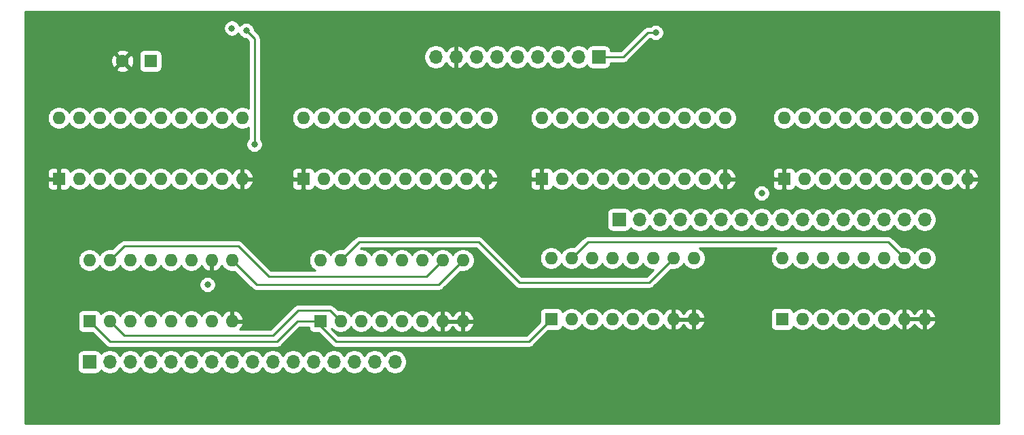
<source format=gbr>
%TF.GenerationSoftware,KiCad,Pcbnew,(5.1.10-1-10_14)*%
%TF.CreationDate,2021-09-30T18:38:52-04:00*%
%TF.ProjectId,address-register,61646472-6573-4732-9d72-656769737465,rev?*%
%TF.SameCoordinates,Original*%
%TF.FileFunction,Copper,L4,Bot*%
%TF.FilePolarity,Positive*%
%FSLAX46Y46*%
G04 Gerber Fmt 4.6, Leading zero omitted, Abs format (unit mm)*
G04 Created by KiCad (PCBNEW (5.1.10-1-10_14)) date 2021-09-30 18:38:52*
%MOMM*%
%LPD*%
G01*
G04 APERTURE LIST*
%TA.AperFunction,ComponentPad*%
%ADD10O,1.600000X1.600000*%
%TD*%
%TA.AperFunction,ComponentPad*%
%ADD11R,1.600000X1.600000*%
%TD*%
%TA.AperFunction,ComponentPad*%
%ADD12C,1.600000*%
%TD*%
%TA.AperFunction,ComponentPad*%
%ADD13O,1.700000X1.700000*%
%TD*%
%TA.AperFunction,ComponentPad*%
%ADD14R,1.700000X1.700000*%
%TD*%
%TA.AperFunction,ViaPad*%
%ADD15C,0.800000*%
%TD*%
%TA.AperFunction,Conductor*%
%ADD16C,0.250000*%
%TD*%
%TA.AperFunction,Conductor*%
%ADD17C,0.254000*%
%TD*%
%TA.AperFunction,Conductor*%
%ADD18C,0.100000*%
%TD*%
G04 APERTURE END LIST*
D10*
%TO.P,U7,20*%
%TO.N,VCC*%
X226060000Y-182118000D03*
%TO.P,U7,10*%
%TO.N,GND*%
X248920000Y-189738000D03*
%TO.P,U7,19*%
%TO.N,~ADR_BUS_2*%
X228600000Y-182118000D03*
%TO.P,U7,9*%
%TO.N,BUS2_15*%
X246380000Y-189738000D03*
%TO.P,U7,18*%
%TO.N,Q8*%
X231140000Y-182118000D03*
%TO.P,U7,8*%
%TO.N,BUS2_14*%
X243840000Y-189738000D03*
%TO.P,U7,17*%
%TO.N,Q9*%
X233680000Y-182118000D03*
%TO.P,U7,7*%
%TO.N,BUS2_13*%
X241300000Y-189738000D03*
%TO.P,U7,16*%
%TO.N,Q10*%
X236220000Y-182118000D03*
%TO.P,U7,6*%
%TO.N,BUS2_12*%
X238760000Y-189738000D03*
%TO.P,U7,15*%
%TO.N,Q11*%
X238760000Y-182118000D03*
%TO.P,U7,5*%
%TO.N,BUS2_11*%
X236220000Y-189738000D03*
%TO.P,U7,14*%
%TO.N,Q12*%
X241300000Y-182118000D03*
%TO.P,U7,4*%
%TO.N,BUS2_10*%
X233680000Y-189738000D03*
%TO.P,U7,13*%
%TO.N,Q13*%
X243840000Y-182118000D03*
%TO.P,U7,3*%
%TO.N,BUS2_09*%
X231140000Y-189738000D03*
%TO.P,U7,12*%
%TO.N,Q14*%
X246380000Y-182118000D03*
%TO.P,U7,2*%
%TO.N,BUS2_08*%
X228600000Y-189738000D03*
%TO.P,U7,11*%
%TO.N,Q15*%
X248920000Y-182118000D03*
D11*
%TO.P,U7,1*%
%TO.N,GND*%
X226060000Y-189738000D03*
%TD*%
D10*
%TO.P,U6,20*%
%TO.N,VCC*%
X195834000Y-182118000D03*
%TO.P,U6,10*%
%TO.N,GND*%
X218694000Y-189738000D03*
%TO.P,U6,19*%
%TO.N,~ADR_BUS_2*%
X198374000Y-182118000D03*
%TO.P,U6,9*%
%TO.N,BUS2_07*%
X216154000Y-189738000D03*
%TO.P,U6,18*%
%TO.N,Q0*%
X200914000Y-182118000D03*
%TO.P,U6,8*%
%TO.N,BUS2_06*%
X213614000Y-189738000D03*
%TO.P,U6,17*%
%TO.N,Q1*%
X203454000Y-182118000D03*
%TO.P,U6,7*%
%TO.N,BUS2_05*%
X211074000Y-189738000D03*
%TO.P,U6,16*%
%TO.N,Q2*%
X205994000Y-182118000D03*
%TO.P,U6,6*%
%TO.N,BUS2_04*%
X208534000Y-189738000D03*
%TO.P,U6,15*%
%TO.N,Q3*%
X208534000Y-182118000D03*
%TO.P,U6,5*%
%TO.N,BUS2_03*%
X205994000Y-189738000D03*
%TO.P,U6,14*%
%TO.N,Q4*%
X211074000Y-182118000D03*
%TO.P,U6,4*%
%TO.N,BUS2_02*%
X203454000Y-189738000D03*
%TO.P,U6,13*%
%TO.N,Q5*%
X213614000Y-182118000D03*
%TO.P,U6,3*%
%TO.N,BUS2_01*%
X200914000Y-189738000D03*
%TO.P,U6,12*%
%TO.N,Q6*%
X216154000Y-182118000D03*
%TO.P,U6,2*%
%TO.N,BUS2_00*%
X198374000Y-189738000D03*
%TO.P,U6,11*%
%TO.N,Q7*%
X218694000Y-182118000D03*
D11*
%TO.P,U6,1*%
%TO.N,GND*%
X195834000Y-189738000D03*
%TD*%
D10*
%TO.P,U3,20*%
%TO.N,VCC*%
X166116000Y-182118000D03*
%TO.P,U3,10*%
%TO.N,GND*%
X188976000Y-189738000D03*
%TO.P,U3,19*%
%TO.N,~ADR_BUS_1*%
X168656000Y-182118000D03*
%TO.P,U3,9*%
%TO.N,BUS_15*%
X186436000Y-189738000D03*
%TO.P,U3,18*%
%TO.N,Q8*%
X171196000Y-182118000D03*
%TO.P,U3,8*%
%TO.N,BUS_14*%
X183896000Y-189738000D03*
%TO.P,U3,17*%
%TO.N,Q9*%
X173736000Y-182118000D03*
%TO.P,U3,7*%
%TO.N,BUS_13*%
X181356000Y-189738000D03*
%TO.P,U3,16*%
%TO.N,Q10*%
X176276000Y-182118000D03*
%TO.P,U3,6*%
%TO.N,BUS_12*%
X178816000Y-189738000D03*
%TO.P,U3,15*%
%TO.N,Q11*%
X178816000Y-182118000D03*
%TO.P,U3,5*%
%TO.N,BUS_11*%
X176276000Y-189738000D03*
%TO.P,U3,14*%
%TO.N,Q12*%
X181356000Y-182118000D03*
%TO.P,U3,4*%
%TO.N,BUS_10*%
X173736000Y-189738000D03*
%TO.P,U3,13*%
%TO.N,Q13*%
X183896000Y-182118000D03*
%TO.P,U3,3*%
%TO.N,BUS_09*%
X171196000Y-189738000D03*
%TO.P,U3,12*%
%TO.N,Q14*%
X186436000Y-182118000D03*
%TO.P,U3,2*%
%TO.N,BUS_08*%
X168656000Y-189738000D03*
%TO.P,U3,11*%
%TO.N,Q15*%
X188976000Y-182118000D03*
D11*
%TO.P,U3,1*%
%TO.N,GND*%
X166116000Y-189738000D03*
%TD*%
D10*
%TO.P,U2,20*%
%TO.N,VCC*%
X135636000Y-182118000D03*
%TO.P,U2,10*%
%TO.N,GND*%
X158496000Y-189738000D03*
%TO.P,U2,19*%
%TO.N,~ADR_BUS_1*%
X138176000Y-182118000D03*
%TO.P,U2,9*%
%TO.N,BUS_07*%
X155956000Y-189738000D03*
%TO.P,U2,18*%
%TO.N,Q0*%
X140716000Y-182118000D03*
%TO.P,U2,8*%
%TO.N,BUS_06*%
X153416000Y-189738000D03*
%TO.P,U2,17*%
%TO.N,Q1*%
X143256000Y-182118000D03*
%TO.P,U2,7*%
%TO.N,BUS_05*%
X150876000Y-189738000D03*
%TO.P,U2,16*%
%TO.N,Q2*%
X145796000Y-182118000D03*
%TO.P,U2,6*%
%TO.N,BUS_04*%
X148336000Y-189738000D03*
%TO.P,U2,15*%
%TO.N,Q3*%
X148336000Y-182118000D03*
%TO.P,U2,5*%
%TO.N,BUS_03*%
X145796000Y-189738000D03*
%TO.P,U2,14*%
%TO.N,Q4*%
X150876000Y-182118000D03*
%TO.P,U2,4*%
%TO.N,BUS_02*%
X143256000Y-189738000D03*
%TO.P,U2,13*%
%TO.N,Q5*%
X153416000Y-182118000D03*
%TO.P,U2,3*%
%TO.N,BUS_01*%
X140716000Y-189738000D03*
%TO.P,U2,12*%
%TO.N,Q6*%
X155956000Y-182118000D03*
%TO.P,U2,2*%
%TO.N,BUS_00*%
X138176000Y-189738000D03*
%TO.P,U2,11*%
%TO.N,Q7*%
X158496000Y-182118000D03*
D11*
%TO.P,U2,1*%
%TO.N,GND*%
X135636000Y-189738000D03*
%TD*%
D12*
%TO.P,C1,2*%
%TO.N,GND*%
X143566000Y-175006000D03*
D11*
%TO.P,C1,1*%
%TO.N,VCC*%
X147066000Y-175006000D03*
%TD*%
D13*
%TO.P,J3,16*%
%TO.N,BUS2_15*%
X243586000Y-194818000D03*
%TO.P,J3,15*%
%TO.N,BUS2_14*%
X241046000Y-194818000D03*
%TO.P,J3,14*%
%TO.N,BUS2_13*%
X238506000Y-194818000D03*
%TO.P,J3,13*%
%TO.N,BUS2_12*%
X235966000Y-194818000D03*
%TO.P,J3,12*%
%TO.N,BUS2_11*%
X233426000Y-194818000D03*
%TO.P,J3,11*%
%TO.N,BUS2_10*%
X230886000Y-194818000D03*
%TO.P,J3,10*%
%TO.N,BUS2_09*%
X228346000Y-194818000D03*
%TO.P,J3,9*%
%TO.N,BUS2_08*%
X225806000Y-194818000D03*
%TO.P,J3,8*%
%TO.N,BUS2_07*%
X223266000Y-194818000D03*
%TO.P,J3,7*%
%TO.N,BUS2_06*%
X220726000Y-194818000D03*
%TO.P,J3,6*%
%TO.N,BUS2_05*%
X218186000Y-194818000D03*
%TO.P,J3,5*%
%TO.N,BUS2_04*%
X215646000Y-194818000D03*
%TO.P,J3,4*%
%TO.N,BUS2_03*%
X213106000Y-194818000D03*
%TO.P,J3,3*%
%TO.N,BUS2_02*%
X210566000Y-194818000D03*
%TO.P,J3,2*%
%TO.N,BUS2_01*%
X208026000Y-194818000D03*
D14*
%TO.P,J3,1*%
%TO.N,BUS2_00*%
X205486000Y-194818000D03*
%TD*%
D13*
%TO.P,J2,16*%
%TO.N,BUS_15*%
X177546000Y-212598000D03*
%TO.P,J2,15*%
%TO.N,BUS_14*%
X175006000Y-212598000D03*
%TO.P,J2,14*%
%TO.N,BUS_13*%
X172466000Y-212598000D03*
%TO.P,J2,13*%
%TO.N,BUS_12*%
X169926000Y-212598000D03*
%TO.P,J2,12*%
%TO.N,BUS_11*%
X167386000Y-212598000D03*
%TO.P,J2,11*%
%TO.N,BUS_10*%
X164846000Y-212598000D03*
%TO.P,J2,10*%
%TO.N,BUS_09*%
X162306000Y-212598000D03*
%TO.P,J2,9*%
%TO.N,BUS_08*%
X159766000Y-212598000D03*
%TO.P,J2,8*%
%TO.N,BUS_07*%
X157226000Y-212598000D03*
%TO.P,J2,7*%
%TO.N,BUS_06*%
X154686000Y-212598000D03*
%TO.P,J2,6*%
%TO.N,BUS_05*%
X152146000Y-212598000D03*
%TO.P,J2,5*%
%TO.N,BUS_04*%
X149606000Y-212598000D03*
%TO.P,J2,4*%
%TO.N,BUS_03*%
X147066000Y-212598000D03*
%TO.P,J2,3*%
%TO.N,BUS_02*%
X144526000Y-212598000D03*
%TO.P,J2,2*%
%TO.N,BUS_01*%
X141986000Y-212598000D03*
D14*
%TO.P,J2,1*%
%TO.N,BUS_00*%
X139446000Y-212598000D03*
%TD*%
D10*
%TO.P,U8,16*%
%TO.N,VCC*%
X225806000Y-199636000D03*
%TO.P,U8,8*%
%TO.N,GND*%
X243586000Y-207256000D03*
%TO.P,U8,15*%
%TO.N,CARRY*%
X228346000Y-199636000D03*
%TO.P,U8,7*%
%TO.N,GND*%
X241046000Y-207256000D03*
%TO.P,U8,14*%
%TO.N,Q12*%
X230886000Y-199636000D03*
%TO.P,U8,6*%
%TO.N,BUS_15*%
X238506000Y-207256000D03*
%TO.P,U8,13*%
%TO.N,Q13*%
X233426000Y-199636000D03*
%TO.P,U8,5*%
%TO.N,BUS_14*%
X235966000Y-207256000D03*
%TO.P,U8,12*%
%TO.N,Q14*%
X235966000Y-199636000D03*
%TO.P,U8,4*%
%TO.N,BUS_13*%
X233426000Y-207256000D03*
%TO.P,U8,11*%
%TO.N,Q15*%
X238506000Y-199636000D03*
%TO.P,U8,3*%
%TO.N,BUS_12*%
X230886000Y-207256000D03*
%TO.P,U8,10*%
%TO.N,Net-(U5-Pad15)*%
X241046000Y-199636000D03*
%TO.P,U8,2*%
%TO.N,CLOCK*%
X228346000Y-207256000D03*
%TO.P,U8,9*%
%TO.N,~LOAD*%
X243586000Y-199636000D03*
D11*
%TO.P,U8,1*%
%TO.N,INC_DEC*%
X225806000Y-207256000D03*
%TD*%
D10*
%TO.P,U5,16*%
%TO.N,VCC*%
X197019332Y-199644000D03*
%TO.P,U5,8*%
%TO.N,GND*%
X214799332Y-207264000D03*
%TO.P,U5,15*%
%TO.N,Net-(U5-Pad15)*%
X199559332Y-199644000D03*
%TO.P,U5,7*%
%TO.N,GND*%
X212259332Y-207264000D03*
%TO.P,U5,14*%
%TO.N,Q8*%
X202099332Y-199644000D03*
%TO.P,U5,6*%
%TO.N,BUS_11*%
X209719332Y-207264000D03*
%TO.P,U5,13*%
%TO.N,Q9*%
X204639332Y-199644000D03*
%TO.P,U5,5*%
%TO.N,BUS_10*%
X207179332Y-207264000D03*
%TO.P,U5,12*%
%TO.N,Q10*%
X207179332Y-199644000D03*
%TO.P,U5,4*%
%TO.N,BUS_09*%
X204639332Y-207264000D03*
%TO.P,U5,11*%
%TO.N,Q11*%
X209719332Y-199644000D03*
%TO.P,U5,3*%
%TO.N,BUS_08*%
X202099332Y-207264000D03*
%TO.P,U5,10*%
%TO.N,Net-(U4-Pad15)*%
X212259332Y-199644000D03*
%TO.P,U5,2*%
%TO.N,CLOCK*%
X199559332Y-207264000D03*
%TO.P,U5,9*%
%TO.N,~LOAD*%
X214799332Y-199644000D03*
D11*
%TO.P,U5,1*%
%TO.N,INC_DEC*%
X197019332Y-207264000D03*
%TD*%
D10*
%TO.P,U4,16*%
%TO.N,VCC*%
X168232666Y-199898000D03*
%TO.P,U4,8*%
%TO.N,GND*%
X186012666Y-207518000D03*
%TO.P,U4,15*%
%TO.N,Net-(U4-Pad15)*%
X170772666Y-199898000D03*
%TO.P,U4,7*%
%TO.N,GND*%
X183472666Y-207518000D03*
%TO.P,U4,14*%
%TO.N,Q4*%
X173312666Y-199898000D03*
%TO.P,U4,6*%
%TO.N,BUS_07*%
X180932666Y-207518000D03*
%TO.P,U4,13*%
%TO.N,Q5*%
X175852666Y-199898000D03*
%TO.P,U4,5*%
%TO.N,BUS_06*%
X178392666Y-207518000D03*
%TO.P,U4,12*%
%TO.N,Q6*%
X178392666Y-199898000D03*
%TO.P,U4,4*%
%TO.N,BUS_05*%
X175852666Y-207518000D03*
%TO.P,U4,11*%
%TO.N,Q7*%
X180932666Y-199898000D03*
%TO.P,U4,3*%
%TO.N,BUS_04*%
X173312666Y-207518000D03*
%TO.P,U4,10*%
%TO.N,Net-(U1-Pad15)*%
X183472666Y-199898000D03*
%TO.P,U4,2*%
%TO.N,CLOCK*%
X170772666Y-207518000D03*
%TO.P,U4,9*%
%TO.N,~LOAD*%
X186012666Y-199898000D03*
D11*
%TO.P,U4,1*%
%TO.N,INC_DEC*%
X168232666Y-207518000D03*
%TD*%
D10*
%TO.P,U1,16*%
%TO.N,VCC*%
X139446000Y-199898000D03*
%TO.P,U1,8*%
%TO.N,GND*%
X157226000Y-207518000D03*
%TO.P,U1,15*%
%TO.N,Net-(U1-Pad15)*%
X141986000Y-199898000D03*
%TO.P,U1,7*%
%TO.N,~EN*%
X154686000Y-207518000D03*
%TO.P,U1,14*%
%TO.N,Q0*%
X144526000Y-199898000D03*
%TO.P,U1,6*%
%TO.N,BUS_03*%
X152146000Y-207518000D03*
%TO.P,U1,13*%
%TO.N,Q1*%
X147066000Y-199898000D03*
%TO.P,U1,5*%
%TO.N,BUS_02*%
X149606000Y-207518000D03*
%TO.P,U1,12*%
%TO.N,Q2*%
X149606000Y-199898000D03*
%TO.P,U1,4*%
%TO.N,BUS_01*%
X147066000Y-207518000D03*
%TO.P,U1,11*%
%TO.N,Q3*%
X152146000Y-199898000D03*
%TO.P,U1,3*%
%TO.N,BUS_00*%
X144526000Y-207518000D03*
%TO.P,U1,10*%
%TO.N,GND*%
X154686000Y-199898000D03*
%TO.P,U1,2*%
%TO.N,CLOCK*%
X141986000Y-207518000D03*
%TO.P,U1,9*%
%TO.N,~LOAD*%
X157226000Y-199898000D03*
D11*
%TO.P,U1,1*%
%TO.N,INC_DEC*%
X139446000Y-207518000D03*
%TD*%
D13*
%TO.P,J1,9*%
%TO.N,VCC*%
X182626000Y-174498000D03*
%TO.P,J1,8*%
%TO.N,GND*%
X185166000Y-174498000D03*
%TO.P,J1,7*%
%TO.N,~EN*%
X187706000Y-174498000D03*
%TO.P,J1,6*%
%TO.N,INC_DEC*%
X190246000Y-174498000D03*
%TO.P,J1,5*%
%TO.N,~LOAD*%
X192786000Y-174498000D03*
%TO.P,J1,4*%
%TO.N,~ADR_BUS_2*%
X195326000Y-174498000D03*
%TO.P,J1,3*%
%TO.N,~ADR_BUS_1*%
X197866000Y-174498000D03*
%TO.P,J1,2*%
%TO.N,CARRY*%
X200406000Y-174498000D03*
D14*
%TO.P,J1,1*%
%TO.N,CLOCK*%
X202946000Y-174498000D03*
%TD*%
D15*
%TO.N,GND*%
X221996000Y-200406000D03*
X195072000Y-197866000D03*
X162560000Y-176530000D03*
X140970000Y-197866000D03*
X169926000Y-196342000D03*
X194310000Y-179578000D03*
X224282000Y-180340000D03*
%TO.N,CARRY*%
X223266000Y-191516000D03*
%TO.N,CLOCK*%
X210058000Y-171450000D03*
%TO.N,~EN*%
X154178000Y-202946000D03*
%TO.N,INC_DEC*%
X157200500Y-170916500D03*
%TO.N,~LOAD*%
X160020000Y-185420000D03*
X159004000Y-171196000D03*
%TD*%
D16*
%TO.N,Net-(U4-Pad15)*%
X212259332Y-199644000D02*
X209211332Y-202692000D01*
X209211332Y-202692000D02*
X193040000Y-202692000D01*
X193040000Y-202692000D02*
X187960000Y-197612000D01*
X173058666Y-197612000D02*
X170772666Y-199898000D01*
X187960000Y-197612000D02*
X173058666Y-197612000D01*
%TO.N,Net-(U5-Pad15)*%
X241046000Y-199636000D02*
X239022000Y-197612000D01*
X201591332Y-197612000D02*
X199559332Y-199644000D01*
X239022000Y-197612000D02*
X201591332Y-197612000D01*
%TO.N,CLOCK*%
X170772666Y-207518000D02*
X169418000Y-206163334D01*
X169418000Y-206163334D02*
X165438666Y-206163334D01*
X165438666Y-206163334D02*
X162306000Y-209296000D01*
X143764000Y-209296000D02*
X141986000Y-207518000D01*
X162306000Y-209296000D02*
X143764000Y-209296000D01*
X202946000Y-174498000D02*
X205994000Y-174498000D01*
X205994000Y-174498000D02*
X209042000Y-171450000D01*
X209042000Y-171450000D02*
X210058000Y-171450000D01*
%TO.N,INC_DEC*%
X168232666Y-207518000D02*
X165354000Y-207518000D01*
X165354000Y-207518000D02*
X162814000Y-210058000D01*
X141986000Y-210058000D02*
X139446000Y-207518000D01*
X162814000Y-210058000D02*
X141986000Y-210058000D01*
X168232666Y-207518000D02*
X168232666Y-208110666D01*
X168232666Y-208110666D02*
X170180000Y-210058000D01*
X194225332Y-210058000D02*
X197019332Y-207264000D01*
X170180000Y-210058000D02*
X194225332Y-210058000D01*
%TO.N,~LOAD*%
X160020000Y-185420000D02*
X160020000Y-172212000D01*
X160020000Y-172212000D02*
X159004000Y-171196000D01*
X157226000Y-199898000D02*
X160274000Y-202946000D01*
X182964666Y-202946000D02*
X186012666Y-199898000D01*
X160274000Y-202946000D02*
X182964666Y-202946000D01*
%TO.N,Net-(U1-Pad15)*%
X183472666Y-199898000D02*
X181440666Y-201930000D01*
X181440666Y-201930000D02*
X161798000Y-201930000D01*
X161798000Y-201930000D02*
X157988000Y-198120000D01*
X143764000Y-198120000D02*
X141986000Y-199898000D01*
X157988000Y-198120000D02*
X143764000Y-198120000D01*
%TD*%
D17*
%TO.N,GND*%
X252832001Y-220320000D02*
X131470000Y-220320000D01*
X131470000Y-211748000D01*
X137957928Y-211748000D01*
X137957928Y-213448000D01*
X137970188Y-213572482D01*
X138006498Y-213692180D01*
X138065463Y-213802494D01*
X138144815Y-213899185D01*
X138241506Y-213978537D01*
X138351820Y-214037502D01*
X138471518Y-214073812D01*
X138596000Y-214086072D01*
X140296000Y-214086072D01*
X140420482Y-214073812D01*
X140540180Y-214037502D01*
X140650494Y-213978537D01*
X140747185Y-213899185D01*
X140826537Y-213802494D01*
X140885502Y-213692180D01*
X140907513Y-213619620D01*
X141039368Y-213751475D01*
X141282589Y-213913990D01*
X141552842Y-214025932D01*
X141839740Y-214083000D01*
X142132260Y-214083000D01*
X142419158Y-214025932D01*
X142689411Y-213913990D01*
X142932632Y-213751475D01*
X143139475Y-213544632D01*
X143256000Y-213370240D01*
X143372525Y-213544632D01*
X143579368Y-213751475D01*
X143822589Y-213913990D01*
X144092842Y-214025932D01*
X144379740Y-214083000D01*
X144672260Y-214083000D01*
X144959158Y-214025932D01*
X145229411Y-213913990D01*
X145472632Y-213751475D01*
X145679475Y-213544632D01*
X145796000Y-213370240D01*
X145912525Y-213544632D01*
X146119368Y-213751475D01*
X146362589Y-213913990D01*
X146632842Y-214025932D01*
X146919740Y-214083000D01*
X147212260Y-214083000D01*
X147499158Y-214025932D01*
X147769411Y-213913990D01*
X148012632Y-213751475D01*
X148219475Y-213544632D01*
X148336000Y-213370240D01*
X148452525Y-213544632D01*
X148659368Y-213751475D01*
X148902589Y-213913990D01*
X149172842Y-214025932D01*
X149459740Y-214083000D01*
X149752260Y-214083000D01*
X150039158Y-214025932D01*
X150309411Y-213913990D01*
X150552632Y-213751475D01*
X150759475Y-213544632D01*
X150876000Y-213370240D01*
X150992525Y-213544632D01*
X151199368Y-213751475D01*
X151442589Y-213913990D01*
X151712842Y-214025932D01*
X151999740Y-214083000D01*
X152292260Y-214083000D01*
X152579158Y-214025932D01*
X152849411Y-213913990D01*
X153092632Y-213751475D01*
X153299475Y-213544632D01*
X153416000Y-213370240D01*
X153532525Y-213544632D01*
X153739368Y-213751475D01*
X153982589Y-213913990D01*
X154252842Y-214025932D01*
X154539740Y-214083000D01*
X154832260Y-214083000D01*
X155119158Y-214025932D01*
X155389411Y-213913990D01*
X155632632Y-213751475D01*
X155839475Y-213544632D01*
X155956000Y-213370240D01*
X156072525Y-213544632D01*
X156279368Y-213751475D01*
X156522589Y-213913990D01*
X156792842Y-214025932D01*
X157079740Y-214083000D01*
X157372260Y-214083000D01*
X157659158Y-214025932D01*
X157929411Y-213913990D01*
X158172632Y-213751475D01*
X158379475Y-213544632D01*
X158496000Y-213370240D01*
X158612525Y-213544632D01*
X158819368Y-213751475D01*
X159062589Y-213913990D01*
X159332842Y-214025932D01*
X159619740Y-214083000D01*
X159912260Y-214083000D01*
X160199158Y-214025932D01*
X160469411Y-213913990D01*
X160712632Y-213751475D01*
X160919475Y-213544632D01*
X161036000Y-213370240D01*
X161152525Y-213544632D01*
X161359368Y-213751475D01*
X161602589Y-213913990D01*
X161872842Y-214025932D01*
X162159740Y-214083000D01*
X162452260Y-214083000D01*
X162739158Y-214025932D01*
X163009411Y-213913990D01*
X163252632Y-213751475D01*
X163459475Y-213544632D01*
X163576000Y-213370240D01*
X163692525Y-213544632D01*
X163899368Y-213751475D01*
X164142589Y-213913990D01*
X164412842Y-214025932D01*
X164699740Y-214083000D01*
X164992260Y-214083000D01*
X165279158Y-214025932D01*
X165549411Y-213913990D01*
X165792632Y-213751475D01*
X165999475Y-213544632D01*
X166116000Y-213370240D01*
X166232525Y-213544632D01*
X166439368Y-213751475D01*
X166682589Y-213913990D01*
X166952842Y-214025932D01*
X167239740Y-214083000D01*
X167532260Y-214083000D01*
X167819158Y-214025932D01*
X168089411Y-213913990D01*
X168332632Y-213751475D01*
X168539475Y-213544632D01*
X168656000Y-213370240D01*
X168772525Y-213544632D01*
X168979368Y-213751475D01*
X169222589Y-213913990D01*
X169492842Y-214025932D01*
X169779740Y-214083000D01*
X170072260Y-214083000D01*
X170359158Y-214025932D01*
X170629411Y-213913990D01*
X170872632Y-213751475D01*
X171079475Y-213544632D01*
X171196000Y-213370240D01*
X171312525Y-213544632D01*
X171519368Y-213751475D01*
X171762589Y-213913990D01*
X172032842Y-214025932D01*
X172319740Y-214083000D01*
X172612260Y-214083000D01*
X172899158Y-214025932D01*
X173169411Y-213913990D01*
X173412632Y-213751475D01*
X173619475Y-213544632D01*
X173736000Y-213370240D01*
X173852525Y-213544632D01*
X174059368Y-213751475D01*
X174302589Y-213913990D01*
X174572842Y-214025932D01*
X174859740Y-214083000D01*
X175152260Y-214083000D01*
X175439158Y-214025932D01*
X175709411Y-213913990D01*
X175952632Y-213751475D01*
X176159475Y-213544632D01*
X176276000Y-213370240D01*
X176392525Y-213544632D01*
X176599368Y-213751475D01*
X176842589Y-213913990D01*
X177112842Y-214025932D01*
X177399740Y-214083000D01*
X177692260Y-214083000D01*
X177979158Y-214025932D01*
X178249411Y-213913990D01*
X178492632Y-213751475D01*
X178699475Y-213544632D01*
X178861990Y-213301411D01*
X178973932Y-213031158D01*
X179031000Y-212744260D01*
X179031000Y-212451740D01*
X178973932Y-212164842D01*
X178861990Y-211894589D01*
X178699475Y-211651368D01*
X178492632Y-211444525D01*
X178249411Y-211282010D01*
X177979158Y-211170068D01*
X177692260Y-211113000D01*
X177399740Y-211113000D01*
X177112842Y-211170068D01*
X176842589Y-211282010D01*
X176599368Y-211444525D01*
X176392525Y-211651368D01*
X176276000Y-211825760D01*
X176159475Y-211651368D01*
X175952632Y-211444525D01*
X175709411Y-211282010D01*
X175439158Y-211170068D01*
X175152260Y-211113000D01*
X174859740Y-211113000D01*
X174572842Y-211170068D01*
X174302589Y-211282010D01*
X174059368Y-211444525D01*
X173852525Y-211651368D01*
X173736000Y-211825760D01*
X173619475Y-211651368D01*
X173412632Y-211444525D01*
X173169411Y-211282010D01*
X172899158Y-211170068D01*
X172612260Y-211113000D01*
X172319740Y-211113000D01*
X172032842Y-211170068D01*
X171762589Y-211282010D01*
X171519368Y-211444525D01*
X171312525Y-211651368D01*
X171196000Y-211825760D01*
X171079475Y-211651368D01*
X170872632Y-211444525D01*
X170629411Y-211282010D01*
X170359158Y-211170068D01*
X170072260Y-211113000D01*
X169779740Y-211113000D01*
X169492842Y-211170068D01*
X169222589Y-211282010D01*
X168979368Y-211444525D01*
X168772525Y-211651368D01*
X168656000Y-211825760D01*
X168539475Y-211651368D01*
X168332632Y-211444525D01*
X168089411Y-211282010D01*
X167819158Y-211170068D01*
X167532260Y-211113000D01*
X167239740Y-211113000D01*
X166952842Y-211170068D01*
X166682589Y-211282010D01*
X166439368Y-211444525D01*
X166232525Y-211651368D01*
X166116000Y-211825760D01*
X165999475Y-211651368D01*
X165792632Y-211444525D01*
X165549411Y-211282010D01*
X165279158Y-211170068D01*
X164992260Y-211113000D01*
X164699740Y-211113000D01*
X164412842Y-211170068D01*
X164142589Y-211282010D01*
X163899368Y-211444525D01*
X163692525Y-211651368D01*
X163576000Y-211825760D01*
X163459475Y-211651368D01*
X163252632Y-211444525D01*
X163009411Y-211282010D01*
X162739158Y-211170068D01*
X162452260Y-211113000D01*
X162159740Y-211113000D01*
X161872842Y-211170068D01*
X161602589Y-211282010D01*
X161359368Y-211444525D01*
X161152525Y-211651368D01*
X161036000Y-211825760D01*
X160919475Y-211651368D01*
X160712632Y-211444525D01*
X160469411Y-211282010D01*
X160199158Y-211170068D01*
X159912260Y-211113000D01*
X159619740Y-211113000D01*
X159332842Y-211170068D01*
X159062589Y-211282010D01*
X158819368Y-211444525D01*
X158612525Y-211651368D01*
X158496000Y-211825760D01*
X158379475Y-211651368D01*
X158172632Y-211444525D01*
X157929411Y-211282010D01*
X157659158Y-211170068D01*
X157372260Y-211113000D01*
X157079740Y-211113000D01*
X156792842Y-211170068D01*
X156522589Y-211282010D01*
X156279368Y-211444525D01*
X156072525Y-211651368D01*
X155956000Y-211825760D01*
X155839475Y-211651368D01*
X155632632Y-211444525D01*
X155389411Y-211282010D01*
X155119158Y-211170068D01*
X154832260Y-211113000D01*
X154539740Y-211113000D01*
X154252842Y-211170068D01*
X153982589Y-211282010D01*
X153739368Y-211444525D01*
X153532525Y-211651368D01*
X153416000Y-211825760D01*
X153299475Y-211651368D01*
X153092632Y-211444525D01*
X152849411Y-211282010D01*
X152579158Y-211170068D01*
X152292260Y-211113000D01*
X151999740Y-211113000D01*
X151712842Y-211170068D01*
X151442589Y-211282010D01*
X151199368Y-211444525D01*
X150992525Y-211651368D01*
X150876000Y-211825760D01*
X150759475Y-211651368D01*
X150552632Y-211444525D01*
X150309411Y-211282010D01*
X150039158Y-211170068D01*
X149752260Y-211113000D01*
X149459740Y-211113000D01*
X149172842Y-211170068D01*
X148902589Y-211282010D01*
X148659368Y-211444525D01*
X148452525Y-211651368D01*
X148336000Y-211825760D01*
X148219475Y-211651368D01*
X148012632Y-211444525D01*
X147769411Y-211282010D01*
X147499158Y-211170068D01*
X147212260Y-211113000D01*
X146919740Y-211113000D01*
X146632842Y-211170068D01*
X146362589Y-211282010D01*
X146119368Y-211444525D01*
X145912525Y-211651368D01*
X145796000Y-211825760D01*
X145679475Y-211651368D01*
X145472632Y-211444525D01*
X145229411Y-211282010D01*
X144959158Y-211170068D01*
X144672260Y-211113000D01*
X144379740Y-211113000D01*
X144092842Y-211170068D01*
X143822589Y-211282010D01*
X143579368Y-211444525D01*
X143372525Y-211651368D01*
X143256000Y-211825760D01*
X143139475Y-211651368D01*
X142932632Y-211444525D01*
X142689411Y-211282010D01*
X142419158Y-211170068D01*
X142132260Y-211113000D01*
X141839740Y-211113000D01*
X141552842Y-211170068D01*
X141282589Y-211282010D01*
X141039368Y-211444525D01*
X140907513Y-211576380D01*
X140885502Y-211503820D01*
X140826537Y-211393506D01*
X140747185Y-211296815D01*
X140650494Y-211217463D01*
X140540180Y-211158498D01*
X140420482Y-211122188D01*
X140296000Y-211109928D01*
X138596000Y-211109928D01*
X138471518Y-211122188D01*
X138351820Y-211158498D01*
X138241506Y-211217463D01*
X138144815Y-211296815D01*
X138065463Y-211393506D01*
X138006498Y-211503820D01*
X137970188Y-211623518D01*
X137957928Y-211748000D01*
X131470000Y-211748000D01*
X131470000Y-206718000D01*
X138007928Y-206718000D01*
X138007928Y-208318000D01*
X138020188Y-208442482D01*
X138056498Y-208562180D01*
X138115463Y-208672494D01*
X138194815Y-208769185D01*
X138291506Y-208848537D01*
X138401820Y-208907502D01*
X138521518Y-208943812D01*
X138646000Y-208956072D01*
X139809270Y-208956072D01*
X141422205Y-210569008D01*
X141445999Y-210598001D01*
X141474992Y-210621795D01*
X141474996Y-210621799D01*
X141545685Y-210679811D01*
X141561724Y-210692974D01*
X141693753Y-210763546D01*
X141837014Y-210807003D01*
X141948667Y-210818000D01*
X141948676Y-210818000D01*
X141985999Y-210821676D01*
X142023322Y-210818000D01*
X162776678Y-210818000D01*
X162814000Y-210821676D01*
X162851322Y-210818000D01*
X162851333Y-210818000D01*
X162962986Y-210807003D01*
X163106247Y-210763546D01*
X163238276Y-210692974D01*
X163354001Y-210598001D01*
X163377804Y-210568997D01*
X165668803Y-208278000D01*
X166794594Y-208278000D01*
X166794594Y-208318000D01*
X166806854Y-208442482D01*
X166843164Y-208562180D01*
X166902129Y-208672494D01*
X166981481Y-208769185D01*
X167078172Y-208848537D01*
X167188486Y-208907502D01*
X167308184Y-208943812D01*
X167432666Y-208956072D01*
X168003271Y-208956072D01*
X169616201Y-210569003D01*
X169639999Y-210598001D01*
X169668997Y-210621799D01*
X169755723Y-210692974D01*
X169887751Y-210763545D01*
X169887753Y-210763546D01*
X170031014Y-210807003D01*
X170142667Y-210818000D01*
X170142676Y-210818000D01*
X170179999Y-210821676D01*
X170217322Y-210818000D01*
X194188010Y-210818000D01*
X194225332Y-210821676D01*
X194262654Y-210818000D01*
X194262665Y-210818000D01*
X194374318Y-210807003D01*
X194517579Y-210763546D01*
X194649608Y-210692974D01*
X194765333Y-210598001D01*
X194789136Y-210568997D01*
X196656062Y-208702072D01*
X197819332Y-208702072D01*
X197943814Y-208689812D01*
X198063512Y-208653502D01*
X198173826Y-208594537D01*
X198270517Y-208515185D01*
X198349869Y-208418494D01*
X198408834Y-208308180D01*
X198445144Y-208188482D01*
X198445975Y-208180039D01*
X198644573Y-208378637D01*
X198879605Y-208535680D01*
X199140758Y-208643853D01*
X199417997Y-208699000D01*
X199700667Y-208699000D01*
X199977906Y-208643853D01*
X200239059Y-208535680D01*
X200474091Y-208378637D01*
X200673969Y-208178759D01*
X200829332Y-207946241D01*
X200984695Y-208178759D01*
X201184573Y-208378637D01*
X201419605Y-208535680D01*
X201680758Y-208643853D01*
X201957997Y-208699000D01*
X202240667Y-208699000D01*
X202517906Y-208643853D01*
X202779059Y-208535680D01*
X203014091Y-208378637D01*
X203213969Y-208178759D01*
X203369332Y-207946241D01*
X203524695Y-208178759D01*
X203724573Y-208378637D01*
X203959605Y-208535680D01*
X204220758Y-208643853D01*
X204497997Y-208699000D01*
X204780667Y-208699000D01*
X205057906Y-208643853D01*
X205319059Y-208535680D01*
X205554091Y-208378637D01*
X205753969Y-208178759D01*
X205909332Y-207946241D01*
X206064695Y-208178759D01*
X206264573Y-208378637D01*
X206499605Y-208535680D01*
X206760758Y-208643853D01*
X207037997Y-208699000D01*
X207320667Y-208699000D01*
X207597906Y-208643853D01*
X207859059Y-208535680D01*
X208094091Y-208378637D01*
X208293969Y-208178759D01*
X208449332Y-207946241D01*
X208604695Y-208178759D01*
X208804573Y-208378637D01*
X209039605Y-208535680D01*
X209300758Y-208643853D01*
X209577997Y-208699000D01*
X209860667Y-208699000D01*
X210137906Y-208643853D01*
X210399059Y-208535680D01*
X210634091Y-208378637D01*
X210833969Y-208178759D01*
X210991012Y-207943727D01*
X210995399Y-207933135D01*
X211106947Y-208119131D01*
X211295918Y-208327519D01*
X211521912Y-208495037D01*
X211776245Y-208615246D01*
X211910293Y-208655904D01*
X212132332Y-208533915D01*
X212132332Y-207391000D01*
X212386332Y-207391000D01*
X212386332Y-208533915D01*
X212608371Y-208655904D01*
X212742419Y-208615246D01*
X212996752Y-208495037D01*
X213222746Y-208327519D01*
X213411717Y-208119131D01*
X213529332Y-207923018D01*
X213646947Y-208119131D01*
X213835918Y-208327519D01*
X214061912Y-208495037D01*
X214316245Y-208615246D01*
X214450293Y-208655904D01*
X214672332Y-208533915D01*
X214672332Y-207391000D01*
X214926332Y-207391000D01*
X214926332Y-208533915D01*
X215148371Y-208655904D01*
X215282419Y-208615246D01*
X215536752Y-208495037D01*
X215762746Y-208327519D01*
X215951717Y-208119131D01*
X216096402Y-207877881D01*
X216191241Y-207613040D01*
X216069956Y-207391000D01*
X214926332Y-207391000D01*
X214672332Y-207391000D01*
X212386332Y-207391000D01*
X212132332Y-207391000D01*
X212112332Y-207391000D01*
X212112332Y-207137000D01*
X212132332Y-207137000D01*
X212132332Y-205994085D01*
X212386332Y-205994085D01*
X212386332Y-207137000D01*
X214672332Y-207137000D01*
X214672332Y-205994085D01*
X214926332Y-205994085D01*
X214926332Y-207137000D01*
X216069956Y-207137000D01*
X216191241Y-206914960D01*
X216096402Y-206650119D01*
X215979983Y-206456000D01*
X224367928Y-206456000D01*
X224367928Y-208056000D01*
X224380188Y-208180482D01*
X224416498Y-208300180D01*
X224475463Y-208410494D01*
X224554815Y-208507185D01*
X224651506Y-208586537D01*
X224761820Y-208645502D01*
X224881518Y-208681812D01*
X225006000Y-208694072D01*
X226606000Y-208694072D01*
X226730482Y-208681812D01*
X226850180Y-208645502D01*
X226960494Y-208586537D01*
X227057185Y-208507185D01*
X227136537Y-208410494D01*
X227195502Y-208300180D01*
X227231812Y-208180482D01*
X227232643Y-208172039D01*
X227431241Y-208370637D01*
X227666273Y-208527680D01*
X227927426Y-208635853D01*
X228204665Y-208691000D01*
X228487335Y-208691000D01*
X228764574Y-208635853D01*
X229025727Y-208527680D01*
X229260759Y-208370637D01*
X229460637Y-208170759D01*
X229616000Y-207938241D01*
X229771363Y-208170759D01*
X229971241Y-208370637D01*
X230206273Y-208527680D01*
X230467426Y-208635853D01*
X230744665Y-208691000D01*
X231027335Y-208691000D01*
X231304574Y-208635853D01*
X231565727Y-208527680D01*
X231800759Y-208370637D01*
X232000637Y-208170759D01*
X232156000Y-207938241D01*
X232311363Y-208170759D01*
X232511241Y-208370637D01*
X232746273Y-208527680D01*
X233007426Y-208635853D01*
X233284665Y-208691000D01*
X233567335Y-208691000D01*
X233844574Y-208635853D01*
X234105727Y-208527680D01*
X234340759Y-208370637D01*
X234540637Y-208170759D01*
X234696000Y-207938241D01*
X234851363Y-208170759D01*
X235051241Y-208370637D01*
X235286273Y-208527680D01*
X235547426Y-208635853D01*
X235824665Y-208691000D01*
X236107335Y-208691000D01*
X236384574Y-208635853D01*
X236645727Y-208527680D01*
X236880759Y-208370637D01*
X237080637Y-208170759D01*
X237236000Y-207938241D01*
X237391363Y-208170759D01*
X237591241Y-208370637D01*
X237826273Y-208527680D01*
X238087426Y-208635853D01*
X238364665Y-208691000D01*
X238647335Y-208691000D01*
X238924574Y-208635853D01*
X239185727Y-208527680D01*
X239420759Y-208370637D01*
X239620637Y-208170759D01*
X239777680Y-207935727D01*
X239782067Y-207925135D01*
X239893615Y-208111131D01*
X240082586Y-208319519D01*
X240308580Y-208487037D01*
X240562913Y-208607246D01*
X240696961Y-208647904D01*
X240919000Y-208525915D01*
X240919000Y-207383000D01*
X241173000Y-207383000D01*
X241173000Y-208525915D01*
X241395039Y-208647904D01*
X241529087Y-208607246D01*
X241783420Y-208487037D01*
X242009414Y-208319519D01*
X242198385Y-208111131D01*
X242316000Y-207915018D01*
X242433615Y-208111131D01*
X242622586Y-208319519D01*
X242848580Y-208487037D01*
X243102913Y-208607246D01*
X243236961Y-208647904D01*
X243459000Y-208525915D01*
X243459000Y-207383000D01*
X243713000Y-207383000D01*
X243713000Y-208525915D01*
X243935039Y-208647904D01*
X244069087Y-208607246D01*
X244323420Y-208487037D01*
X244549414Y-208319519D01*
X244738385Y-208111131D01*
X244883070Y-207869881D01*
X244977909Y-207605040D01*
X244856624Y-207383000D01*
X243713000Y-207383000D01*
X243459000Y-207383000D01*
X241173000Y-207383000D01*
X240919000Y-207383000D01*
X240899000Y-207383000D01*
X240899000Y-207129000D01*
X240919000Y-207129000D01*
X240919000Y-205986085D01*
X241173000Y-205986085D01*
X241173000Y-207129000D01*
X243459000Y-207129000D01*
X243459000Y-205986085D01*
X243713000Y-205986085D01*
X243713000Y-207129000D01*
X244856624Y-207129000D01*
X244977909Y-206906960D01*
X244883070Y-206642119D01*
X244738385Y-206400869D01*
X244549414Y-206192481D01*
X244323420Y-206024963D01*
X244069087Y-205904754D01*
X243935039Y-205864096D01*
X243713000Y-205986085D01*
X243459000Y-205986085D01*
X243236961Y-205864096D01*
X243102913Y-205904754D01*
X242848580Y-206024963D01*
X242622586Y-206192481D01*
X242433615Y-206400869D01*
X242316000Y-206596982D01*
X242198385Y-206400869D01*
X242009414Y-206192481D01*
X241783420Y-206024963D01*
X241529087Y-205904754D01*
X241395039Y-205864096D01*
X241173000Y-205986085D01*
X240919000Y-205986085D01*
X240696961Y-205864096D01*
X240562913Y-205904754D01*
X240308580Y-206024963D01*
X240082586Y-206192481D01*
X239893615Y-206400869D01*
X239782067Y-206586865D01*
X239777680Y-206576273D01*
X239620637Y-206341241D01*
X239420759Y-206141363D01*
X239185727Y-205984320D01*
X238924574Y-205876147D01*
X238647335Y-205821000D01*
X238364665Y-205821000D01*
X238087426Y-205876147D01*
X237826273Y-205984320D01*
X237591241Y-206141363D01*
X237391363Y-206341241D01*
X237236000Y-206573759D01*
X237080637Y-206341241D01*
X236880759Y-206141363D01*
X236645727Y-205984320D01*
X236384574Y-205876147D01*
X236107335Y-205821000D01*
X235824665Y-205821000D01*
X235547426Y-205876147D01*
X235286273Y-205984320D01*
X235051241Y-206141363D01*
X234851363Y-206341241D01*
X234696000Y-206573759D01*
X234540637Y-206341241D01*
X234340759Y-206141363D01*
X234105727Y-205984320D01*
X233844574Y-205876147D01*
X233567335Y-205821000D01*
X233284665Y-205821000D01*
X233007426Y-205876147D01*
X232746273Y-205984320D01*
X232511241Y-206141363D01*
X232311363Y-206341241D01*
X232156000Y-206573759D01*
X232000637Y-206341241D01*
X231800759Y-206141363D01*
X231565727Y-205984320D01*
X231304574Y-205876147D01*
X231027335Y-205821000D01*
X230744665Y-205821000D01*
X230467426Y-205876147D01*
X230206273Y-205984320D01*
X229971241Y-206141363D01*
X229771363Y-206341241D01*
X229616000Y-206573759D01*
X229460637Y-206341241D01*
X229260759Y-206141363D01*
X229025727Y-205984320D01*
X228764574Y-205876147D01*
X228487335Y-205821000D01*
X228204665Y-205821000D01*
X227927426Y-205876147D01*
X227666273Y-205984320D01*
X227431241Y-206141363D01*
X227232643Y-206339961D01*
X227231812Y-206331518D01*
X227195502Y-206211820D01*
X227136537Y-206101506D01*
X227057185Y-206004815D01*
X226960494Y-205925463D01*
X226850180Y-205866498D01*
X226730482Y-205830188D01*
X226606000Y-205817928D01*
X225006000Y-205817928D01*
X224881518Y-205830188D01*
X224761820Y-205866498D01*
X224651506Y-205925463D01*
X224554815Y-206004815D01*
X224475463Y-206101506D01*
X224416498Y-206211820D01*
X224380188Y-206331518D01*
X224367928Y-206456000D01*
X215979983Y-206456000D01*
X215951717Y-206408869D01*
X215762746Y-206200481D01*
X215536752Y-206032963D01*
X215282419Y-205912754D01*
X215148371Y-205872096D01*
X214926332Y-205994085D01*
X214672332Y-205994085D01*
X214450293Y-205872096D01*
X214316245Y-205912754D01*
X214061912Y-206032963D01*
X213835918Y-206200481D01*
X213646947Y-206408869D01*
X213529332Y-206604982D01*
X213411717Y-206408869D01*
X213222746Y-206200481D01*
X212996752Y-206032963D01*
X212742419Y-205912754D01*
X212608371Y-205872096D01*
X212386332Y-205994085D01*
X212132332Y-205994085D01*
X211910293Y-205872096D01*
X211776245Y-205912754D01*
X211521912Y-206032963D01*
X211295918Y-206200481D01*
X211106947Y-206408869D01*
X210995399Y-206594865D01*
X210991012Y-206584273D01*
X210833969Y-206349241D01*
X210634091Y-206149363D01*
X210399059Y-205992320D01*
X210137906Y-205884147D01*
X209860667Y-205829000D01*
X209577997Y-205829000D01*
X209300758Y-205884147D01*
X209039605Y-205992320D01*
X208804573Y-206149363D01*
X208604695Y-206349241D01*
X208449332Y-206581759D01*
X208293969Y-206349241D01*
X208094091Y-206149363D01*
X207859059Y-205992320D01*
X207597906Y-205884147D01*
X207320667Y-205829000D01*
X207037997Y-205829000D01*
X206760758Y-205884147D01*
X206499605Y-205992320D01*
X206264573Y-206149363D01*
X206064695Y-206349241D01*
X205909332Y-206581759D01*
X205753969Y-206349241D01*
X205554091Y-206149363D01*
X205319059Y-205992320D01*
X205057906Y-205884147D01*
X204780667Y-205829000D01*
X204497997Y-205829000D01*
X204220758Y-205884147D01*
X203959605Y-205992320D01*
X203724573Y-206149363D01*
X203524695Y-206349241D01*
X203369332Y-206581759D01*
X203213969Y-206349241D01*
X203014091Y-206149363D01*
X202779059Y-205992320D01*
X202517906Y-205884147D01*
X202240667Y-205829000D01*
X201957997Y-205829000D01*
X201680758Y-205884147D01*
X201419605Y-205992320D01*
X201184573Y-206149363D01*
X200984695Y-206349241D01*
X200829332Y-206581759D01*
X200673969Y-206349241D01*
X200474091Y-206149363D01*
X200239059Y-205992320D01*
X199977906Y-205884147D01*
X199700667Y-205829000D01*
X199417997Y-205829000D01*
X199140758Y-205884147D01*
X198879605Y-205992320D01*
X198644573Y-206149363D01*
X198445975Y-206347961D01*
X198445144Y-206339518D01*
X198408834Y-206219820D01*
X198349869Y-206109506D01*
X198270517Y-206012815D01*
X198173826Y-205933463D01*
X198063512Y-205874498D01*
X197943814Y-205838188D01*
X197819332Y-205825928D01*
X196219332Y-205825928D01*
X196094850Y-205838188D01*
X195975152Y-205874498D01*
X195864838Y-205933463D01*
X195768147Y-206012815D01*
X195688795Y-206109506D01*
X195629830Y-206219820D01*
X195593520Y-206339518D01*
X195581260Y-206464000D01*
X195581260Y-207627270D01*
X193910531Y-209298000D01*
X170494802Y-209298000D01*
X169654011Y-208457209D01*
X169658478Y-208442482D01*
X169659309Y-208434039D01*
X169857907Y-208632637D01*
X170092939Y-208789680D01*
X170354092Y-208897853D01*
X170631331Y-208953000D01*
X170914001Y-208953000D01*
X171191240Y-208897853D01*
X171452393Y-208789680D01*
X171687425Y-208632637D01*
X171887303Y-208432759D01*
X172042666Y-208200241D01*
X172198029Y-208432759D01*
X172397907Y-208632637D01*
X172632939Y-208789680D01*
X172894092Y-208897853D01*
X173171331Y-208953000D01*
X173454001Y-208953000D01*
X173731240Y-208897853D01*
X173992393Y-208789680D01*
X174227425Y-208632637D01*
X174427303Y-208432759D01*
X174582666Y-208200241D01*
X174738029Y-208432759D01*
X174937907Y-208632637D01*
X175172939Y-208789680D01*
X175434092Y-208897853D01*
X175711331Y-208953000D01*
X175994001Y-208953000D01*
X176271240Y-208897853D01*
X176532393Y-208789680D01*
X176767425Y-208632637D01*
X176967303Y-208432759D01*
X177122666Y-208200241D01*
X177278029Y-208432759D01*
X177477907Y-208632637D01*
X177712939Y-208789680D01*
X177974092Y-208897853D01*
X178251331Y-208953000D01*
X178534001Y-208953000D01*
X178811240Y-208897853D01*
X179072393Y-208789680D01*
X179307425Y-208632637D01*
X179507303Y-208432759D01*
X179662666Y-208200241D01*
X179818029Y-208432759D01*
X180017907Y-208632637D01*
X180252939Y-208789680D01*
X180514092Y-208897853D01*
X180791331Y-208953000D01*
X181074001Y-208953000D01*
X181351240Y-208897853D01*
X181612393Y-208789680D01*
X181847425Y-208632637D01*
X182047303Y-208432759D01*
X182204346Y-208197727D01*
X182208733Y-208187135D01*
X182320281Y-208373131D01*
X182509252Y-208581519D01*
X182735246Y-208749037D01*
X182989579Y-208869246D01*
X183123627Y-208909904D01*
X183345666Y-208787915D01*
X183345666Y-207645000D01*
X183599666Y-207645000D01*
X183599666Y-208787915D01*
X183821705Y-208909904D01*
X183955753Y-208869246D01*
X184210086Y-208749037D01*
X184436080Y-208581519D01*
X184625051Y-208373131D01*
X184742666Y-208177018D01*
X184860281Y-208373131D01*
X185049252Y-208581519D01*
X185275246Y-208749037D01*
X185529579Y-208869246D01*
X185663627Y-208909904D01*
X185885666Y-208787915D01*
X185885666Y-207645000D01*
X186139666Y-207645000D01*
X186139666Y-208787915D01*
X186361705Y-208909904D01*
X186495753Y-208869246D01*
X186750086Y-208749037D01*
X186976080Y-208581519D01*
X187165051Y-208373131D01*
X187309736Y-208131881D01*
X187404575Y-207867040D01*
X187283290Y-207645000D01*
X186139666Y-207645000D01*
X185885666Y-207645000D01*
X183599666Y-207645000D01*
X183345666Y-207645000D01*
X183325666Y-207645000D01*
X183325666Y-207391000D01*
X183345666Y-207391000D01*
X183345666Y-206248085D01*
X183599666Y-206248085D01*
X183599666Y-207391000D01*
X185885666Y-207391000D01*
X185885666Y-206248085D01*
X186139666Y-206248085D01*
X186139666Y-207391000D01*
X187283290Y-207391000D01*
X187404575Y-207168960D01*
X187309736Y-206904119D01*
X187165051Y-206662869D01*
X186976080Y-206454481D01*
X186750086Y-206286963D01*
X186495753Y-206166754D01*
X186361705Y-206126096D01*
X186139666Y-206248085D01*
X185885666Y-206248085D01*
X185663627Y-206126096D01*
X185529579Y-206166754D01*
X185275246Y-206286963D01*
X185049252Y-206454481D01*
X184860281Y-206662869D01*
X184742666Y-206858982D01*
X184625051Y-206662869D01*
X184436080Y-206454481D01*
X184210086Y-206286963D01*
X183955753Y-206166754D01*
X183821705Y-206126096D01*
X183599666Y-206248085D01*
X183345666Y-206248085D01*
X183123627Y-206126096D01*
X182989579Y-206166754D01*
X182735246Y-206286963D01*
X182509252Y-206454481D01*
X182320281Y-206662869D01*
X182208733Y-206848865D01*
X182204346Y-206838273D01*
X182047303Y-206603241D01*
X181847425Y-206403363D01*
X181612393Y-206246320D01*
X181351240Y-206138147D01*
X181074001Y-206083000D01*
X180791331Y-206083000D01*
X180514092Y-206138147D01*
X180252939Y-206246320D01*
X180017907Y-206403363D01*
X179818029Y-206603241D01*
X179662666Y-206835759D01*
X179507303Y-206603241D01*
X179307425Y-206403363D01*
X179072393Y-206246320D01*
X178811240Y-206138147D01*
X178534001Y-206083000D01*
X178251331Y-206083000D01*
X177974092Y-206138147D01*
X177712939Y-206246320D01*
X177477907Y-206403363D01*
X177278029Y-206603241D01*
X177122666Y-206835759D01*
X176967303Y-206603241D01*
X176767425Y-206403363D01*
X176532393Y-206246320D01*
X176271240Y-206138147D01*
X175994001Y-206083000D01*
X175711331Y-206083000D01*
X175434092Y-206138147D01*
X175172939Y-206246320D01*
X174937907Y-206403363D01*
X174738029Y-206603241D01*
X174582666Y-206835759D01*
X174427303Y-206603241D01*
X174227425Y-206403363D01*
X173992393Y-206246320D01*
X173731240Y-206138147D01*
X173454001Y-206083000D01*
X173171331Y-206083000D01*
X172894092Y-206138147D01*
X172632939Y-206246320D01*
X172397907Y-206403363D01*
X172198029Y-206603241D01*
X172042666Y-206835759D01*
X171887303Y-206603241D01*
X171687425Y-206403363D01*
X171452393Y-206246320D01*
X171191240Y-206138147D01*
X170914001Y-206083000D01*
X170631331Y-206083000D01*
X170448780Y-206119312D01*
X169981804Y-205652337D01*
X169958001Y-205623333D01*
X169842276Y-205528360D01*
X169710247Y-205457788D01*
X169566986Y-205414331D01*
X169455333Y-205403334D01*
X169455322Y-205403334D01*
X169418000Y-205399658D01*
X169380678Y-205403334D01*
X165475991Y-205403334D01*
X165438666Y-205399658D01*
X165401341Y-205403334D01*
X165401333Y-205403334D01*
X165289680Y-205414331D01*
X165146419Y-205457788D01*
X165014390Y-205528360D01*
X164898665Y-205623333D01*
X164874867Y-205652331D01*
X161991199Y-208536000D01*
X158230692Y-208536000D01*
X158378385Y-208373131D01*
X158523070Y-208131881D01*
X158617909Y-207867040D01*
X158496624Y-207645000D01*
X157353000Y-207645000D01*
X157353000Y-207665000D01*
X157099000Y-207665000D01*
X157099000Y-207645000D01*
X157079000Y-207645000D01*
X157079000Y-207391000D01*
X157099000Y-207391000D01*
X157099000Y-206248085D01*
X157353000Y-206248085D01*
X157353000Y-207391000D01*
X158496624Y-207391000D01*
X158617909Y-207168960D01*
X158523070Y-206904119D01*
X158378385Y-206662869D01*
X158189414Y-206454481D01*
X157963420Y-206286963D01*
X157709087Y-206166754D01*
X157575039Y-206126096D01*
X157353000Y-206248085D01*
X157099000Y-206248085D01*
X156876961Y-206126096D01*
X156742913Y-206166754D01*
X156488580Y-206286963D01*
X156262586Y-206454481D01*
X156073615Y-206662869D01*
X155962067Y-206848865D01*
X155957680Y-206838273D01*
X155800637Y-206603241D01*
X155600759Y-206403363D01*
X155365727Y-206246320D01*
X155104574Y-206138147D01*
X154827335Y-206083000D01*
X154544665Y-206083000D01*
X154267426Y-206138147D01*
X154006273Y-206246320D01*
X153771241Y-206403363D01*
X153571363Y-206603241D01*
X153416000Y-206835759D01*
X153260637Y-206603241D01*
X153060759Y-206403363D01*
X152825727Y-206246320D01*
X152564574Y-206138147D01*
X152287335Y-206083000D01*
X152004665Y-206083000D01*
X151727426Y-206138147D01*
X151466273Y-206246320D01*
X151231241Y-206403363D01*
X151031363Y-206603241D01*
X150876000Y-206835759D01*
X150720637Y-206603241D01*
X150520759Y-206403363D01*
X150285727Y-206246320D01*
X150024574Y-206138147D01*
X149747335Y-206083000D01*
X149464665Y-206083000D01*
X149187426Y-206138147D01*
X148926273Y-206246320D01*
X148691241Y-206403363D01*
X148491363Y-206603241D01*
X148336000Y-206835759D01*
X148180637Y-206603241D01*
X147980759Y-206403363D01*
X147745727Y-206246320D01*
X147484574Y-206138147D01*
X147207335Y-206083000D01*
X146924665Y-206083000D01*
X146647426Y-206138147D01*
X146386273Y-206246320D01*
X146151241Y-206403363D01*
X145951363Y-206603241D01*
X145796000Y-206835759D01*
X145640637Y-206603241D01*
X145440759Y-206403363D01*
X145205727Y-206246320D01*
X144944574Y-206138147D01*
X144667335Y-206083000D01*
X144384665Y-206083000D01*
X144107426Y-206138147D01*
X143846273Y-206246320D01*
X143611241Y-206403363D01*
X143411363Y-206603241D01*
X143256000Y-206835759D01*
X143100637Y-206603241D01*
X142900759Y-206403363D01*
X142665727Y-206246320D01*
X142404574Y-206138147D01*
X142127335Y-206083000D01*
X141844665Y-206083000D01*
X141567426Y-206138147D01*
X141306273Y-206246320D01*
X141071241Y-206403363D01*
X140872643Y-206601961D01*
X140871812Y-206593518D01*
X140835502Y-206473820D01*
X140776537Y-206363506D01*
X140697185Y-206266815D01*
X140600494Y-206187463D01*
X140490180Y-206128498D01*
X140370482Y-206092188D01*
X140246000Y-206079928D01*
X138646000Y-206079928D01*
X138521518Y-206092188D01*
X138401820Y-206128498D01*
X138291506Y-206187463D01*
X138194815Y-206266815D01*
X138115463Y-206363506D01*
X138056498Y-206473820D01*
X138020188Y-206593518D01*
X138007928Y-206718000D01*
X131470000Y-206718000D01*
X131470000Y-202844061D01*
X153143000Y-202844061D01*
X153143000Y-203047939D01*
X153182774Y-203247898D01*
X153260795Y-203436256D01*
X153374063Y-203605774D01*
X153518226Y-203749937D01*
X153687744Y-203863205D01*
X153876102Y-203941226D01*
X154076061Y-203981000D01*
X154279939Y-203981000D01*
X154479898Y-203941226D01*
X154668256Y-203863205D01*
X154837774Y-203749937D01*
X154981937Y-203605774D01*
X155095205Y-203436256D01*
X155173226Y-203247898D01*
X155213000Y-203047939D01*
X155213000Y-202844061D01*
X155173226Y-202644102D01*
X155095205Y-202455744D01*
X154981937Y-202286226D01*
X154837774Y-202142063D01*
X154668256Y-202028795D01*
X154479898Y-201950774D01*
X154279939Y-201911000D01*
X154076061Y-201911000D01*
X153876102Y-201950774D01*
X153687744Y-202028795D01*
X153518226Y-202142063D01*
X153374063Y-202286226D01*
X153260795Y-202455744D01*
X153182774Y-202644102D01*
X153143000Y-202844061D01*
X131470000Y-202844061D01*
X131470000Y-199756665D01*
X138011000Y-199756665D01*
X138011000Y-200039335D01*
X138066147Y-200316574D01*
X138174320Y-200577727D01*
X138331363Y-200812759D01*
X138531241Y-201012637D01*
X138766273Y-201169680D01*
X139027426Y-201277853D01*
X139304665Y-201333000D01*
X139587335Y-201333000D01*
X139864574Y-201277853D01*
X140125727Y-201169680D01*
X140360759Y-201012637D01*
X140560637Y-200812759D01*
X140716000Y-200580241D01*
X140871363Y-200812759D01*
X141071241Y-201012637D01*
X141306273Y-201169680D01*
X141567426Y-201277853D01*
X141844665Y-201333000D01*
X142127335Y-201333000D01*
X142404574Y-201277853D01*
X142665727Y-201169680D01*
X142900759Y-201012637D01*
X143100637Y-200812759D01*
X143256000Y-200580241D01*
X143411363Y-200812759D01*
X143611241Y-201012637D01*
X143846273Y-201169680D01*
X144107426Y-201277853D01*
X144384665Y-201333000D01*
X144667335Y-201333000D01*
X144944574Y-201277853D01*
X145205727Y-201169680D01*
X145440759Y-201012637D01*
X145640637Y-200812759D01*
X145796000Y-200580241D01*
X145951363Y-200812759D01*
X146151241Y-201012637D01*
X146386273Y-201169680D01*
X146647426Y-201277853D01*
X146924665Y-201333000D01*
X147207335Y-201333000D01*
X147484574Y-201277853D01*
X147745727Y-201169680D01*
X147980759Y-201012637D01*
X148180637Y-200812759D01*
X148336000Y-200580241D01*
X148491363Y-200812759D01*
X148691241Y-201012637D01*
X148926273Y-201169680D01*
X149187426Y-201277853D01*
X149464665Y-201333000D01*
X149747335Y-201333000D01*
X150024574Y-201277853D01*
X150285727Y-201169680D01*
X150520759Y-201012637D01*
X150720637Y-200812759D01*
X150876000Y-200580241D01*
X151031363Y-200812759D01*
X151231241Y-201012637D01*
X151466273Y-201169680D01*
X151727426Y-201277853D01*
X152004665Y-201333000D01*
X152287335Y-201333000D01*
X152564574Y-201277853D01*
X152825727Y-201169680D01*
X153060759Y-201012637D01*
X153260637Y-200812759D01*
X153417680Y-200577727D01*
X153422067Y-200567135D01*
X153533615Y-200753131D01*
X153722586Y-200961519D01*
X153948580Y-201129037D01*
X154202913Y-201249246D01*
X154336961Y-201289904D01*
X154559000Y-201167915D01*
X154559000Y-200025000D01*
X154539000Y-200025000D01*
X154539000Y-199771000D01*
X154559000Y-199771000D01*
X154559000Y-199751000D01*
X154813000Y-199751000D01*
X154813000Y-199771000D01*
X154833000Y-199771000D01*
X154833000Y-200025000D01*
X154813000Y-200025000D01*
X154813000Y-201167915D01*
X155035039Y-201289904D01*
X155169087Y-201249246D01*
X155423420Y-201129037D01*
X155649414Y-200961519D01*
X155838385Y-200753131D01*
X155949933Y-200567135D01*
X155954320Y-200577727D01*
X156111363Y-200812759D01*
X156311241Y-201012637D01*
X156546273Y-201169680D01*
X156807426Y-201277853D01*
X157084665Y-201333000D01*
X157367335Y-201333000D01*
X157549886Y-201296688D01*
X159710201Y-203457003D01*
X159733999Y-203486001D01*
X159762997Y-203509799D01*
X159849723Y-203580974D01*
X159981753Y-203651546D01*
X160125014Y-203695003D01*
X160236667Y-203706000D01*
X160236677Y-203706000D01*
X160274000Y-203709676D01*
X160311323Y-203706000D01*
X182927344Y-203706000D01*
X182964666Y-203709676D01*
X183001988Y-203706000D01*
X183001999Y-203706000D01*
X183113652Y-203695003D01*
X183256913Y-203651546D01*
X183388942Y-203580974D01*
X183504667Y-203486001D01*
X183528470Y-203456997D01*
X185688780Y-201296688D01*
X185871331Y-201333000D01*
X186154001Y-201333000D01*
X186431240Y-201277853D01*
X186692393Y-201169680D01*
X186927425Y-201012637D01*
X187127303Y-200812759D01*
X187284346Y-200577727D01*
X187392519Y-200316574D01*
X187447666Y-200039335D01*
X187447666Y-199756665D01*
X187392519Y-199479426D01*
X187284346Y-199218273D01*
X187127303Y-198983241D01*
X186927425Y-198783363D01*
X186692393Y-198626320D01*
X186431240Y-198518147D01*
X186154001Y-198463000D01*
X185871331Y-198463000D01*
X185594092Y-198518147D01*
X185332939Y-198626320D01*
X185097907Y-198783363D01*
X184898029Y-198983241D01*
X184742666Y-199215759D01*
X184587303Y-198983241D01*
X184387425Y-198783363D01*
X184152393Y-198626320D01*
X183891240Y-198518147D01*
X183614001Y-198463000D01*
X183331331Y-198463000D01*
X183054092Y-198518147D01*
X182792939Y-198626320D01*
X182557907Y-198783363D01*
X182358029Y-198983241D01*
X182202666Y-199215759D01*
X182047303Y-198983241D01*
X181847425Y-198783363D01*
X181612393Y-198626320D01*
X181351240Y-198518147D01*
X181074001Y-198463000D01*
X180791331Y-198463000D01*
X180514092Y-198518147D01*
X180252939Y-198626320D01*
X180017907Y-198783363D01*
X179818029Y-198983241D01*
X179662666Y-199215759D01*
X179507303Y-198983241D01*
X179307425Y-198783363D01*
X179072393Y-198626320D01*
X178811240Y-198518147D01*
X178534001Y-198463000D01*
X178251331Y-198463000D01*
X177974092Y-198518147D01*
X177712939Y-198626320D01*
X177477907Y-198783363D01*
X177278029Y-198983241D01*
X177122666Y-199215759D01*
X176967303Y-198983241D01*
X176767425Y-198783363D01*
X176532393Y-198626320D01*
X176271240Y-198518147D01*
X175994001Y-198463000D01*
X175711331Y-198463000D01*
X175434092Y-198518147D01*
X175172939Y-198626320D01*
X174937907Y-198783363D01*
X174738029Y-198983241D01*
X174582666Y-199215759D01*
X174427303Y-198983241D01*
X174227425Y-198783363D01*
X173992393Y-198626320D01*
X173731240Y-198518147D01*
X173454001Y-198463000D01*
X173282468Y-198463000D01*
X173373468Y-198372000D01*
X187645199Y-198372000D01*
X192476201Y-203203003D01*
X192499999Y-203232001D01*
X192528997Y-203255799D01*
X192615723Y-203326974D01*
X192696735Y-203370276D01*
X192747753Y-203397546D01*
X192891014Y-203441003D01*
X193002667Y-203452000D01*
X193002677Y-203452000D01*
X193040000Y-203455676D01*
X193077323Y-203452000D01*
X209174010Y-203452000D01*
X209211332Y-203455676D01*
X209248654Y-203452000D01*
X209248665Y-203452000D01*
X209360318Y-203441003D01*
X209503579Y-203397546D01*
X209635608Y-203326974D01*
X209751333Y-203232001D01*
X209775136Y-203202997D01*
X211935446Y-201042688D01*
X212117997Y-201079000D01*
X212400667Y-201079000D01*
X212677906Y-201023853D01*
X212939059Y-200915680D01*
X213174091Y-200758637D01*
X213373969Y-200558759D01*
X213529332Y-200326241D01*
X213684695Y-200558759D01*
X213884573Y-200758637D01*
X214119605Y-200915680D01*
X214380758Y-201023853D01*
X214657997Y-201079000D01*
X214940667Y-201079000D01*
X215217906Y-201023853D01*
X215479059Y-200915680D01*
X215714091Y-200758637D01*
X215913969Y-200558759D01*
X216071012Y-200323727D01*
X216179185Y-200062574D01*
X216234332Y-199785335D01*
X216234332Y-199502665D01*
X216179185Y-199225426D01*
X216071012Y-198964273D01*
X215913969Y-198729241D01*
X215714091Y-198529363D01*
X215479059Y-198372320D01*
X215478286Y-198372000D01*
X225114779Y-198372000D01*
X224891241Y-198521363D01*
X224691363Y-198721241D01*
X224534320Y-198956273D01*
X224426147Y-199217426D01*
X224371000Y-199494665D01*
X224371000Y-199777335D01*
X224426147Y-200054574D01*
X224534320Y-200315727D01*
X224691363Y-200550759D01*
X224891241Y-200750637D01*
X225126273Y-200907680D01*
X225387426Y-201015853D01*
X225664665Y-201071000D01*
X225947335Y-201071000D01*
X226224574Y-201015853D01*
X226485727Y-200907680D01*
X226720759Y-200750637D01*
X226920637Y-200550759D01*
X227076000Y-200318241D01*
X227231363Y-200550759D01*
X227431241Y-200750637D01*
X227666273Y-200907680D01*
X227927426Y-201015853D01*
X228204665Y-201071000D01*
X228487335Y-201071000D01*
X228764574Y-201015853D01*
X229025727Y-200907680D01*
X229260759Y-200750637D01*
X229460637Y-200550759D01*
X229616000Y-200318241D01*
X229771363Y-200550759D01*
X229971241Y-200750637D01*
X230206273Y-200907680D01*
X230467426Y-201015853D01*
X230744665Y-201071000D01*
X231027335Y-201071000D01*
X231304574Y-201015853D01*
X231565727Y-200907680D01*
X231800759Y-200750637D01*
X232000637Y-200550759D01*
X232156000Y-200318241D01*
X232311363Y-200550759D01*
X232511241Y-200750637D01*
X232746273Y-200907680D01*
X233007426Y-201015853D01*
X233284665Y-201071000D01*
X233567335Y-201071000D01*
X233844574Y-201015853D01*
X234105727Y-200907680D01*
X234340759Y-200750637D01*
X234540637Y-200550759D01*
X234696000Y-200318241D01*
X234851363Y-200550759D01*
X235051241Y-200750637D01*
X235286273Y-200907680D01*
X235547426Y-201015853D01*
X235824665Y-201071000D01*
X236107335Y-201071000D01*
X236384574Y-201015853D01*
X236645727Y-200907680D01*
X236880759Y-200750637D01*
X237080637Y-200550759D01*
X237236000Y-200318241D01*
X237391363Y-200550759D01*
X237591241Y-200750637D01*
X237826273Y-200907680D01*
X238087426Y-201015853D01*
X238364665Y-201071000D01*
X238647335Y-201071000D01*
X238924574Y-201015853D01*
X239185727Y-200907680D01*
X239420759Y-200750637D01*
X239620637Y-200550759D01*
X239776000Y-200318241D01*
X239931363Y-200550759D01*
X240131241Y-200750637D01*
X240366273Y-200907680D01*
X240627426Y-201015853D01*
X240904665Y-201071000D01*
X241187335Y-201071000D01*
X241464574Y-201015853D01*
X241725727Y-200907680D01*
X241960759Y-200750637D01*
X242160637Y-200550759D01*
X242316000Y-200318241D01*
X242471363Y-200550759D01*
X242671241Y-200750637D01*
X242906273Y-200907680D01*
X243167426Y-201015853D01*
X243444665Y-201071000D01*
X243727335Y-201071000D01*
X244004574Y-201015853D01*
X244265727Y-200907680D01*
X244500759Y-200750637D01*
X244700637Y-200550759D01*
X244857680Y-200315727D01*
X244965853Y-200054574D01*
X245021000Y-199777335D01*
X245021000Y-199494665D01*
X244965853Y-199217426D01*
X244857680Y-198956273D01*
X244700637Y-198721241D01*
X244500759Y-198521363D01*
X244265727Y-198364320D01*
X244004574Y-198256147D01*
X243727335Y-198201000D01*
X243444665Y-198201000D01*
X243167426Y-198256147D01*
X242906273Y-198364320D01*
X242671241Y-198521363D01*
X242471363Y-198721241D01*
X242316000Y-198953759D01*
X242160637Y-198721241D01*
X241960759Y-198521363D01*
X241725727Y-198364320D01*
X241464574Y-198256147D01*
X241187335Y-198201000D01*
X240904665Y-198201000D01*
X240722114Y-198237312D01*
X239585804Y-197101003D01*
X239562001Y-197071999D01*
X239446276Y-196977026D01*
X239314247Y-196906454D01*
X239170986Y-196862997D01*
X239059333Y-196852000D01*
X239059322Y-196852000D01*
X239022000Y-196848324D01*
X238984678Y-196852000D01*
X201628655Y-196852000D01*
X201591332Y-196848324D01*
X201554009Y-196852000D01*
X201553999Y-196852000D01*
X201442346Y-196862997D01*
X201299085Y-196906454D01*
X201167055Y-196977026D01*
X201083415Y-197045668D01*
X201051331Y-197071999D01*
X201027533Y-197100997D01*
X199883218Y-198245312D01*
X199700667Y-198209000D01*
X199417997Y-198209000D01*
X199140758Y-198264147D01*
X198879605Y-198372320D01*
X198644573Y-198529363D01*
X198444695Y-198729241D01*
X198289332Y-198961759D01*
X198133969Y-198729241D01*
X197934091Y-198529363D01*
X197699059Y-198372320D01*
X197437906Y-198264147D01*
X197160667Y-198209000D01*
X196877997Y-198209000D01*
X196600758Y-198264147D01*
X196339605Y-198372320D01*
X196104573Y-198529363D01*
X195904695Y-198729241D01*
X195747652Y-198964273D01*
X195639479Y-199225426D01*
X195584332Y-199502665D01*
X195584332Y-199785335D01*
X195639479Y-200062574D01*
X195747652Y-200323727D01*
X195904695Y-200558759D01*
X196104573Y-200758637D01*
X196339605Y-200915680D01*
X196600758Y-201023853D01*
X196877997Y-201079000D01*
X197160667Y-201079000D01*
X197437906Y-201023853D01*
X197699059Y-200915680D01*
X197934091Y-200758637D01*
X198133969Y-200558759D01*
X198289332Y-200326241D01*
X198444695Y-200558759D01*
X198644573Y-200758637D01*
X198879605Y-200915680D01*
X199140758Y-201023853D01*
X199417997Y-201079000D01*
X199700667Y-201079000D01*
X199977906Y-201023853D01*
X200239059Y-200915680D01*
X200474091Y-200758637D01*
X200673969Y-200558759D01*
X200829332Y-200326241D01*
X200984695Y-200558759D01*
X201184573Y-200758637D01*
X201419605Y-200915680D01*
X201680758Y-201023853D01*
X201957997Y-201079000D01*
X202240667Y-201079000D01*
X202517906Y-201023853D01*
X202779059Y-200915680D01*
X203014091Y-200758637D01*
X203213969Y-200558759D01*
X203369332Y-200326241D01*
X203524695Y-200558759D01*
X203724573Y-200758637D01*
X203959605Y-200915680D01*
X204220758Y-201023853D01*
X204497997Y-201079000D01*
X204780667Y-201079000D01*
X205057906Y-201023853D01*
X205319059Y-200915680D01*
X205554091Y-200758637D01*
X205753969Y-200558759D01*
X205909332Y-200326241D01*
X206064695Y-200558759D01*
X206264573Y-200758637D01*
X206499605Y-200915680D01*
X206760758Y-201023853D01*
X207037997Y-201079000D01*
X207320667Y-201079000D01*
X207597906Y-201023853D01*
X207859059Y-200915680D01*
X208094091Y-200758637D01*
X208293969Y-200558759D01*
X208449332Y-200326241D01*
X208604695Y-200558759D01*
X208804573Y-200758637D01*
X209039605Y-200915680D01*
X209300758Y-201023853D01*
X209577997Y-201079000D01*
X209749531Y-201079000D01*
X208896531Y-201932000D01*
X193354802Y-201932000D01*
X188523804Y-197101003D01*
X188500001Y-197071999D01*
X188384276Y-196977026D01*
X188252247Y-196906454D01*
X188108986Y-196862997D01*
X187997333Y-196852000D01*
X187997322Y-196852000D01*
X187960000Y-196848324D01*
X187922678Y-196852000D01*
X173095988Y-196852000D01*
X173058665Y-196848324D01*
X173021342Y-196852000D01*
X173021333Y-196852000D01*
X172909680Y-196862997D01*
X172766419Y-196906454D01*
X172634390Y-196977026D01*
X172518665Y-197071999D01*
X172494867Y-197100997D01*
X171096552Y-198499312D01*
X170914001Y-198463000D01*
X170631331Y-198463000D01*
X170354092Y-198518147D01*
X170092939Y-198626320D01*
X169857907Y-198783363D01*
X169658029Y-198983241D01*
X169502666Y-199215759D01*
X169347303Y-198983241D01*
X169147425Y-198783363D01*
X168912393Y-198626320D01*
X168651240Y-198518147D01*
X168374001Y-198463000D01*
X168091331Y-198463000D01*
X167814092Y-198518147D01*
X167552939Y-198626320D01*
X167317907Y-198783363D01*
X167118029Y-198983241D01*
X166960986Y-199218273D01*
X166852813Y-199479426D01*
X166797666Y-199756665D01*
X166797666Y-200039335D01*
X166852813Y-200316574D01*
X166960986Y-200577727D01*
X167118029Y-200812759D01*
X167317907Y-201012637D01*
X167552939Y-201169680D01*
X167553712Y-201170000D01*
X162112802Y-201170000D01*
X158551804Y-197609003D01*
X158528001Y-197579999D01*
X158412276Y-197485026D01*
X158280247Y-197414454D01*
X158136986Y-197370997D01*
X158025333Y-197360000D01*
X158025322Y-197360000D01*
X157988000Y-197356324D01*
X157950678Y-197360000D01*
X143801325Y-197360000D01*
X143764000Y-197356324D01*
X143726675Y-197360000D01*
X143726667Y-197360000D01*
X143615014Y-197370997D01*
X143471753Y-197414454D01*
X143339724Y-197485026D01*
X143223999Y-197579999D01*
X143200201Y-197608997D01*
X142309886Y-198499312D01*
X142127335Y-198463000D01*
X141844665Y-198463000D01*
X141567426Y-198518147D01*
X141306273Y-198626320D01*
X141071241Y-198783363D01*
X140871363Y-198983241D01*
X140716000Y-199215759D01*
X140560637Y-198983241D01*
X140360759Y-198783363D01*
X140125727Y-198626320D01*
X139864574Y-198518147D01*
X139587335Y-198463000D01*
X139304665Y-198463000D01*
X139027426Y-198518147D01*
X138766273Y-198626320D01*
X138531241Y-198783363D01*
X138331363Y-198983241D01*
X138174320Y-199218273D01*
X138066147Y-199479426D01*
X138011000Y-199756665D01*
X131470000Y-199756665D01*
X131470000Y-193968000D01*
X203997928Y-193968000D01*
X203997928Y-195668000D01*
X204010188Y-195792482D01*
X204046498Y-195912180D01*
X204105463Y-196022494D01*
X204184815Y-196119185D01*
X204281506Y-196198537D01*
X204391820Y-196257502D01*
X204511518Y-196293812D01*
X204636000Y-196306072D01*
X206336000Y-196306072D01*
X206460482Y-196293812D01*
X206580180Y-196257502D01*
X206690494Y-196198537D01*
X206787185Y-196119185D01*
X206866537Y-196022494D01*
X206925502Y-195912180D01*
X206947513Y-195839620D01*
X207079368Y-195971475D01*
X207322589Y-196133990D01*
X207592842Y-196245932D01*
X207879740Y-196303000D01*
X208172260Y-196303000D01*
X208459158Y-196245932D01*
X208729411Y-196133990D01*
X208972632Y-195971475D01*
X209179475Y-195764632D01*
X209296000Y-195590240D01*
X209412525Y-195764632D01*
X209619368Y-195971475D01*
X209862589Y-196133990D01*
X210132842Y-196245932D01*
X210419740Y-196303000D01*
X210712260Y-196303000D01*
X210999158Y-196245932D01*
X211269411Y-196133990D01*
X211512632Y-195971475D01*
X211719475Y-195764632D01*
X211836000Y-195590240D01*
X211952525Y-195764632D01*
X212159368Y-195971475D01*
X212402589Y-196133990D01*
X212672842Y-196245932D01*
X212959740Y-196303000D01*
X213252260Y-196303000D01*
X213539158Y-196245932D01*
X213809411Y-196133990D01*
X214052632Y-195971475D01*
X214259475Y-195764632D01*
X214376000Y-195590240D01*
X214492525Y-195764632D01*
X214699368Y-195971475D01*
X214942589Y-196133990D01*
X215212842Y-196245932D01*
X215499740Y-196303000D01*
X215792260Y-196303000D01*
X216079158Y-196245932D01*
X216349411Y-196133990D01*
X216592632Y-195971475D01*
X216799475Y-195764632D01*
X216916000Y-195590240D01*
X217032525Y-195764632D01*
X217239368Y-195971475D01*
X217482589Y-196133990D01*
X217752842Y-196245932D01*
X218039740Y-196303000D01*
X218332260Y-196303000D01*
X218619158Y-196245932D01*
X218889411Y-196133990D01*
X219132632Y-195971475D01*
X219339475Y-195764632D01*
X219456000Y-195590240D01*
X219572525Y-195764632D01*
X219779368Y-195971475D01*
X220022589Y-196133990D01*
X220292842Y-196245932D01*
X220579740Y-196303000D01*
X220872260Y-196303000D01*
X221159158Y-196245932D01*
X221429411Y-196133990D01*
X221672632Y-195971475D01*
X221879475Y-195764632D01*
X221996000Y-195590240D01*
X222112525Y-195764632D01*
X222319368Y-195971475D01*
X222562589Y-196133990D01*
X222832842Y-196245932D01*
X223119740Y-196303000D01*
X223412260Y-196303000D01*
X223699158Y-196245932D01*
X223969411Y-196133990D01*
X224212632Y-195971475D01*
X224419475Y-195764632D01*
X224536000Y-195590240D01*
X224652525Y-195764632D01*
X224859368Y-195971475D01*
X225102589Y-196133990D01*
X225372842Y-196245932D01*
X225659740Y-196303000D01*
X225952260Y-196303000D01*
X226239158Y-196245932D01*
X226509411Y-196133990D01*
X226752632Y-195971475D01*
X226959475Y-195764632D01*
X227076000Y-195590240D01*
X227192525Y-195764632D01*
X227399368Y-195971475D01*
X227642589Y-196133990D01*
X227912842Y-196245932D01*
X228199740Y-196303000D01*
X228492260Y-196303000D01*
X228779158Y-196245932D01*
X229049411Y-196133990D01*
X229292632Y-195971475D01*
X229499475Y-195764632D01*
X229616000Y-195590240D01*
X229732525Y-195764632D01*
X229939368Y-195971475D01*
X230182589Y-196133990D01*
X230452842Y-196245932D01*
X230739740Y-196303000D01*
X231032260Y-196303000D01*
X231319158Y-196245932D01*
X231589411Y-196133990D01*
X231832632Y-195971475D01*
X232039475Y-195764632D01*
X232156000Y-195590240D01*
X232272525Y-195764632D01*
X232479368Y-195971475D01*
X232722589Y-196133990D01*
X232992842Y-196245932D01*
X233279740Y-196303000D01*
X233572260Y-196303000D01*
X233859158Y-196245932D01*
X234129411Y-196133990D01*
X234372632Y-195971475D01*
X234579475Y-195764632D01*
X234696000Y-195590240D01*
X234812525Y-195764632D01*
X235019368Y-195971475D01*
X235262589Y-196133990D01*
X235532842Y-196245932D01*
X235819740Y-196303000D01*
X236112260Y-196303000D01*
X236399158Y-196245932D01*
X236669411Y-196133990D01*
X236912632Y-195971475D01*
X237119475Y-195764632D01*
X237236000Y-195590240D01*
X237352525Y-195764632D01*
X237559368Y-195971475D01*
X237802589Y-196133990D01*
X238072842Y-196245932D01*
X238359740Y-196303000D01*
X238652260Y-196303000D01*
X238939158Y-196245932D01*
X239209411Y-196133990D01*
X239452632Y-195971475D01*
X239659475Y-195764632D01*
X239776000Y-195590240D01*
X239892525Y-195764632D01*
X240099368Y-195971475D01*
X240342589Y-196133990D01*
X240612842Y-196245932D01*
X240899740Y-196303000D01*
X241192260Y-196303000D01*
X241479158Y-196245932D01*
X241749411Y-196133990D01*
X241992632Y-195971475D01*
X242199475Y-195764632D01*
X242316000Y-195590240D01*
X242432525Y-195764632D01*
X242639368Y-195971475D01*
X242882589Y-196133990D01*
X243152842Y-196245932D01*
X243439740Y-196303000D01*
X243732260Y-196303000D01*
X244019158Y-196245932D01*
X244289411Y-196133990D01*
X244532632Y-195971475D01*
X244739475Y-195764632D01*
X244901990Y-195521411D01*
X245013932Y-195251158D01*
X245071000Y-194964260D01*
X245071000Y-194671740D01*
X245013932Y-194384842D01*
X244901990Y-194114589D01*
X244739475Y-193871368D01*
X244532632Y-193664525D01*
X244289411Y-193502010D01*
X244019158Y-193390068D01*
X243732260Y-193333000D01*
X243439740Y-193333000D01*
X243152842Y-193390068D01*
X242882589Y-193502010D01*
X242639368Y-193664525D01*
X242432525Y-193871368D01*
X242316000Y-194045760D01*
X242199475Y-193871368D01*
X241992632Y-193664525D01*
X241749411Y-193502010D01*
X241479158Y-193390068D01*
X241192260Y-193333000D01*
X240899740Y-193333000D01*
X240612842Y-193390068D01*
X240342589Y-193502010D01*
X240099368Y-193664525D01*
X239892525Y-193871368D01*
X239776000Y-194045760D01*
X239659475Y-193871368D01*
X239452632Y-193664525D01*
X239209411Y-193502010D01*
X238939158Y-193390068D01*
X238652260Y-193333000D01*
X238359740Y-193333000D01*
X238072842Y-193390068D01*
X237802589Y-193502010D01*
X237559368Y-193664525D01*
X237352525Y-193871368D01*
X237236000Y-194045760D01*
X237119475Y-193871368D01*
X236912632Y-193664525D01*
X236669411Y-193502010D01*
X236399158Y-193390068D01*
X236112260Y-193333000D01*
X235819740Y-193333000D01*
X235532842Y-193390068D01*
X235262589Y-193502010D01*
X235019368Y-193664525D01*
X234812525Y-193871368D01*
X234696000Y-194045760D01*
X234579475Y-193871368D01*
X234372632Y-193664525D01*
X234129411Y-193502010D01*
X233859158Y-193390068D01*
X233572260Y-193333000D01*
X233279740Y-193333000D01*
X232992842Y-193390068D01*
X232722589Y-193502010D01*
X232479368Y-193664525D01*
X232272525Y-193871368D01*
X232156000Y-194045760D01*
X232039475Y-193871368D01*
X231832632Y-193664525D01*
X231589411Y-193502010D01*
X231319158Y-193390068D01*
X231032260Y-193333000D01*
X230739740Y-193333000D01*
X230452842Y-193390068D01*
X230182589Y-193502010D01*
X229939368Y-193664525D01*
X229732525Y-193871368D01*
X229616000Y-194045760D01*
X229499475Y-193871368D01*
X229292632Y-193664525D01*
X229049411Y-193502010D01*
X228779158Y-193390068D01*
X228492260Y-193333000D01*
X228199740Y-193333000D01*
X227912842Y-193390068D01*
X227642589Y-193502010D01*
X227399368Y-193664525D01*
X227192525Y-193871368D01*
X227076000Y-194045760D01*
X226959475Y-193871368D01*
X226752632Y-193664525D01*
X226509411Y-193502010D01*
X226239158Y-193390068D01*
X225952260Y-193333000D01*
X225659740Y-193333000D01*
X225372842Y-193390068D01*
X225102589Y-193502010D01*
X224859368Y-193664525D01*
X224652525Y-193871368D01*
X224536000Y-194045760D01*
X224419475Y-193871368D01*
X224212632Y-193664525D01*
X223969411Y-193502010D01*
X223699158Y-193390068D01*
X223412260Y-193333000D01*
X223119740Y-193333000D01*
X222832842Y-193390068D01*
X222562589Y-193502010D01*
X222319368Y-193664525D01*
X222112525Y-193871368D01*
X221996000Y-194045760D01*
X221879475Y-193871368D01*
X221672632Y-193664525D01*
X221429411Y-193502010D01*
X221159158Y-193390068D01*
X220872260Y-193333000D01*
X220579740Y-193333000D01*
X220292842Y-193390068D01*
X220022589Y-193502010D01*
X219779368Y-193664525D01*
X219572525Y-193871368D01*
X219456000Y-194045760D01*
X219339475Y-193871368D01*
X219132632Y-193664525D01*
X218889411Y-193502010D01*
X218619158Y-193390068D01*
X218332260Y-193333000D01*
X218039740Y-193333000D01*
X217752842Y-193390068D01*
X217482589Y-193502010D01*
X217239368Y-193664525D01*
X217032525Y-193871368D01*
X216916000Y-194045760D01*
X216799475Y-193871368D01*
X216592632Y-193664525D01*
X216349411Y-193502010D01*
X216079158Y-193390068D01*
X215792260Y-193333000D01*
X215499740Y-193333000D01*
X215212842Y-193390068D01*
X214942589Y-193502010D01*
X214699368Y-193664525D01*
X214492525Y-193871368D01*
X214376000Y-194045760D01*
X214259475Y-193871368D01*
X214052632Y-193664525D01*
X213809411Y-193502010D01*
X213539158Y-193390068D01*
X213252260Y-193333000D01*
X212959740Y-193333000D01*
X212672842Y-193390068D01*
X212402589Y-193502010D01*
X212159368Y-193664525D01*
X211952525Y-193871368D01*
X211836000Y-194045760D01*
X211719475Y-193871368D01*
X211512632Y-193664525D01*
X211269411Y-193502010D01*
X210999158Y-193390068D01*
X210712260Y-193333000D01*
X210419740Y-193333000D01*
X210132842Y-193390068D01*
X209862589Y-193502010D01*
X209619368Y-193664525D01*
X209412525Y-193871368D01*
X209296000Y-194045760D01*
X209179475Y-193871368D01*
X208972632Y-193664525D01*
X208729411Y-193502010D01*
X208459158Y-193390068D01*
X208172260Y-193333000D01*
X207879740Y-193333000D01*
X207592842Y-193390068D01*
X207322589Y-193502010D01*
X207079368Y-193664525D01*
X206947513Y-193796380D01*
X206925502Y-193723820D01*
X206866537Y-193613506D01*
X206787185Y-193516815D01*
X206690494Y-193437463D01*
X206580180Y-193378498D01*
X206460482Y-193342188D01*
X206336000Y-193329928D01*
X204636000Y-193329928D01*
X204511518Y-193342188D01*
X204391820Y-193378498D01*
X204281506Y-193437463D01*
X204184815Y-193516815D01*
X204105463Y-193613506D01*
X204046498Y-193723820D01*
X204010188Y-193843518D01*
X203997928Y-193968000D01*
X131470000Y-193968000D01*
X131470000Y-191414061D01*
X222231000Y-191414061D01*
X222231000Y-191617939D01*
X222270774Y-191817898D01*
X222348795Y-192006256D01*
X222462063Y-192175774D01*
X222606226Y-192319937D01*
X222775744Y-192433205D01*
X222964102Y-192511226D01*
X223164061Y-192551000D01*
X223367939Y-192551000D01*
X223567898Y-192511226D01*
X223756256Y-192433205D01*
X223925774Y-192319937D01*
X224069937Y-192175774D01*
X224183205Y-192006256D01*
X224261226Y-191817898D01*
X224301000Y-191617939D01*
X224301000Y-191414061D01*
X224261226Y-191214102D01*
X224183205Y-191025744D01*
X224069937Y-190856226D01*
X223925774Y-190712063D01*
X223756256Y-190598795D01*
X223609485Y-190538000D01*
X224621928Y-190538000D01*
X224634188Y-190662482D01*
X224670498Y-190782180D01*
X224729463Y-190892494D01*
X224808815Y-190989185D01*
X224905506Y-191068537D01*
X225015820Y-191127502D01*
X225135518Y-191163812D01*
X225260000Y-191176072D01*
X225774250Y-191173000D01*
X225933000Y-191014250D01*
X225933000Y-189865000D01*
X224783750Y-189865000D01*
X224625000Y-190023750D01*
X224621928Y-190538000D01*
X223609485Y-190538000D01*
X223567898Y-190520774D01*
X223367939Y-190481000D01*
X223164061Y-190481000D01*
X222964102Y-190520774D01*
X222775744Y-190598795D01*
X222606226Y-190712063D01*
X222462063Y-190856226D01*
X222348795Y-191025744D01*
X222270774Y-191214102D01*
X222231000Y-191414061D01*
X131470000Y-191414061D01*
X131470000Y-190538000D01*
X134197928Y-190538000D01*
X134210188Y-190662482D01*
X134246498Y-190782180D01*
X134305463Y-190892494D01*
X134384815Y-190989185D01*
X134481506Y-191068537D01*
X134591820Y-191127502D01*
X134711518Y-191163812D01*
X134836000Y-191176072D01*
X135350250Y-191173000D01*
X135509000Y-191014250D01*
X135509000Y-189865000D01*
X134359750Y-189865000D01*
X134201000Y-190023750D01*
X134197928Y-190538000D01*
X131470000Y-190538000D01*
X131470000Y-188938000D01*
X134197928Y-188938000D01*
X134201000Y-189452250D01*
X134359750Y-189611000D01*
X135509000Y-189611000D01*
X135509000Y-188461750D01*
X135763000Y-188461750D01*
X135763000Y-189611000D01*
X135783000Y-189611000D01*
X135783000Y-189865000D01*
X135763000Y-189865000D01*
X135763000Y-191014250D01*
X135921750Y-191173000D01*
X136436000Y-191176072D01*
X136560482Y-191163812D01*
X136680180Y-191127502D01*
X136790494Y-191068537D01*
X136887185Y-190989185D01*
X136966537Y-190892494D01*
X137025502Y-190782180D01*
X137061812Y-190662482D01*
X137062643Y-190654039D01*
X137261241Y-190852637D01*
X137496273Y-191009680D01*
X137757426Y-191117853D01*
X138034665Y-191173000D01*
X138317335Y-191173000D01*
X138594574Y-191117853D01*
X138855727Y-191009680D01*
X139090759Y-190852637D01*
X139290637Y-190652759D01*
X139446000Y-190420241D01*
X139601363Y-190652759D01*
X139801241Y-190852637D01*
X140036273Y-191009680D01*
X140297426Y-191117853D01*
X140574665Y-191173000D01*
X140857335Y-191173000D01*
X141134574Y-191117853D01*
X141395727Y-191009680D01*
X141630759Y-190852637D01*
X141830637Y-190652759D01*
X141986000Y-190420241D01*
X142141363Y-190652759D01*
X142341241Y-190852637D01*
X142576273Y-191009680D01*
X142837426Y-191117853D01*
X143114665Y-191173000D01*
X143397335Y-191173000D01*
X143674574Y-191117853D01*
X143935727Y-191009680D01*
X144170759Y-190852637D01*
X144370637Y-190652759D01*
X144526000Y-190420241D01*
X144681363Y-190652759D01*
X144881241Y-190852637D01*
X145116273Y-191009680D01*
X145377426Y-191117853D01*
X145654665Y-191173000D01*
X145937335Y-191173000D01*
X146214574Y-191117853D01*
X146475727Y-191009680D01*
X146710759Y-190852637D01*
X146910637Y-190652759D01*
X147066000Y-190420241D01*
X147221363Y-190652759D01*
X147421241Y-190852637D01*
X147656273Y-191009680D01*
X147917426Y-191117853D01*
X148194665Y-191173000D01*
X148477335Y-191173000D01*
X148754574Y-191117853D01*
X149015727Y-191009680D01*
X149250759Y-190852637D01*
X149450637Y-190652759D01*
X149606000Y-190420241D01*
X149761363Y-190652759D01*
X149961241Y-190852637D01*
X150196273Y-191009680D01*
X150457426Y-191117853D01*
X150734665Y-191173000D01*
X151017335Y-191173000D01*
X151294574Y-191117853D01*
X151555727Y-191009680D01*
X151790759Y-190852637D01*
X151990637Y-190652759D01*
X152146000Y-190420241D01*
X152301363Y-190652759D01*
X152501241Y-190852637D01*
X152736273Y-191009680D01*
X152997426Y-191117853D01*
X153274665Y-191173000D01*
X153557335Y-191173000D01*
X153834574Y-191117853D01*
X154095727Y-191009680D01*
X154330759Y-190852637D01*
X154530637Y-190652759D01*
X154686000Y-190420241D01*
X154841363Y-190652759D01*
X155041241Y-190852637D01*
X155276273Y-191009680D01*
X155537426Y-191117853D01*
X155814665Y-191173000D01*
X156097335Y-191173000D01*
X156374574Y-191117853D01*
X156635727Y-191009680D01*
X156870759Y-190852637D01*
X157070637Y-190652759D01*
X157227680Y-190417727D01*
X157232067Y-190407135D01*
X157343615Y-190593131D01*
X157532586Y-190801519D01*
X157758580Y-190969037D01*
X158012913Y-191089246D01*
X158146961Y-191129904D01*
X158369000Y-191007915D01*
X158369000Y-189865000D01*
X158623000Y-189865000D01*
X158623000Y-191007915D01*
X158845039Y-191129904D01*
X158979087Y-191089246D01*
X159233420Y-190969037D01*
X159459414Y-190801519D01*
X159648385Y-190593131D01*
X159681448Y-190538000D01*
X164677928Y-190538000D01*
X164690188Y-190662482D01*
X164726498Y-190782180D01*
X164785463Y-190892494D01*
X164864815Y-190989185D01*
X164961506Y-191068537D01*
X165071820Y-191127502D01*
X165191518Y-191163812D01*
X165316000Y-191176072D01*
X165830250Y-191173000D01*
X165989000Y-191014250D01*
X165989000Y-189865000D01*
X164839750Y-189865000D01*
X164681000Y-190023750D01*
X164677928Y-190538000D01*
X159681448Y-190538000D01*
X159793070Y-190351881D01*
X159887909Y-190087040D01*
X159766624Y-189865000D01*
X158623000Y-189865000D01*
X158369000Y-189865000D01*
X158349000Y-189865000D01*
X158349000Y-189611000D01*
X158369000Y-189611000D01*
X158369000Y-188468085D01*
X158623000Y-188468085D01*
X158623000Y-189611000D01*
X159766624Y-189611000D01*
X159887909Y-189388960D01*
X159793070Y-189124119D01*
X159681449Y-188938000D01*
X164677928Y-188938000D01*
X164681000Y-189452250D01*
X164839750Y-189611000D01*
X165989000Y-189611000D01*
X165989000Y-188461750D01*
X166243000Y-188461750D01*
X166243000Y-189611000D01*
X166263000Y-189611000D01*
X166263000Y-189865000D01*
X166243000Y-189865000D01*
X166243000Y-191014250D01*
X166401750Y-191173000D01*
X166916000Y-191176072D01*
X167040482Y-191163812D01*
X167160180Y-191127502D01*
X167270494Y-191068537D01*
X167367185Y-190989185D01*
X167446537Y-190892494D01*
X167505502Y-190782180D01*
X167541812Y-190662482D01*
X167542643Y-190654039D01*
X167741241Y-190852637D01*
X167976273Y-191009680D01*
X168237426Y-191117853D01*
X168514665Y-191173000D01*
X168797335Y-191173000D01*
X169074574Y-191117853D01*
X169335727Y-191009680D01*
X169570759Y-190852637D01*
X169770637Y-190652759D01*
X169926000Y-190420241D01*
X170081363Y-190652759D01*
X170281241Y-190852637D01*
X170516273Y-191009680D01*
X170777426Y-191117853D01*
X171054665Y-191173000D01*
X171337335Y-191173000D01*
X171614574Y-191117853D01*
X171875727Y-191009680D01*
X172110759Y-190852637D01*
X172310637Y-190652759D01*
X172466000Y-190420241D01*
X172621363Y-190652759D01*
X172821241Y-190852637D01*
X173056273Y-191009680D01*
X173317426Y-191117853D01*
X173594665Y-191173000D01*
X173877335Y-191173000D01*
X174154574Y-191117853D01*
X174415727Y-191009680D01*
X174650759Y-190852637D01*
X174850637Y-190652759D01*
X175006000Y-190420241D01*
X175161363Y-190652759D01*
X175361241Y-190852637D01*
X175596273Y-191009680D01*
X175857426Y-191117853D01*
X176134665Y-191173000D01*
X176417335Y-191173000D01*
X176694574Y-191117853D01*
X176955727Y-191009680D01*
X177190759Y-190852637D01*
X177390637Y-190652759D01*
X177546000Y-190420241D01*
X177701363Y-190652759D01*
X177901241Y-190852637D01*
X178136273Y-191009680D01*
X178397426Y-191117853D01*
X178674665Y-191173000D01*
X178957335Y-191173000D01*
X179234574Y-191117853D01*
X179495727Y-191009680D01*
X179730759Y-190852637D01*
X179930637Y-190652759D01*
X180086000Y-190420241D01*
X180241363Y-190652759D01*
X180441241Y-190852637D01*
X180676273Y-191009680D01*
X180937426Y-191117853D01*
X181214665Y-191173000D01*
X181497335Y-191173000D01*
X181774574Y-191117853D01*
X182035727Y-191009680D01*
X182270759Y-190852637D01*
X182470637Y-190652759D01*
X182626000Y-190420241D01*
X182781363Y-190652759D01*
X182981241Y-190852637D01*
X183216273Y-191009680D01*
X183477426Y-191117853D01*
X183754665Y-191173000D01*
X184037335Y-191173000D01*
X184314574Y-191117853D01*
X184575727Y-191009680D01*
X184810759Y-190852637D01*
X185010637Y-190652759D01*
X185166000Y-190420241D01*
X185321363Y-190652759D01*
X185521241Y-190852637D01*
X185756273Y-191009680D01*
X186017426Y-191117853D01*
X186294665Y-191173000D01*
X186577335Y-191173000D01*
X186854574Y-191117853D01*
X187115727Y-191009680D01*
X187350759Y-190852637D01*
X187550637Y-190652759D01*
X187707680Y-190417727D01*
X187712067Y-190407135D01*
X187823615Y-190593131D01*
X188012586Y-190801519D01*
X188238580Y-190969037D01*
X188492913Y-191089246D01*
X188626961Y-191129904D01*
X188849000Y-191007915D01*
X188849000Y-189865000D01*
X189103000Y-189865000D01*
X189103000Y-191007915D01*
X189325039Y-191129904D01*
X189459087Y-191089246D01*
X189713420Y-190969037D01*
X189939414Y-190801519D01*
X190128385Y-190593131D01*
X190161448Y-190538000D01*
X194395928Y-190538000D01*
X194408188Y-190662482D01*
X194444498Y-190782180D01*
X194503463Y-190892494D01*
X194582815Y-190989185D01*
X194679506Y-191068537D01*
X194789820Y-191127502D01*
X194909518Y-191163812D01*
X195034000Y-191176072D01*
X195548250Y-191173000D01*
X195707000Y-191014250D01*
X195707000Y-189865000D01*
X194557750Y-189865000D01*
X194399000Y-190023750D01*
X194395928Y-190538000D01*
X190161448Y-190538000D01*
X190273070Y-190351881D01*
X190367909Y-190087040D01*
X190246624Y-189865000D01*
X189103000Y-189865000D01*
X188849000Y-189865000D01*
X188829000Y-189865000D01*
X188829000Y-189611000D01*
X188849000Y-189611000D01*
X188849000Y-188468085D01*
X189103000Y-188468085D01*
X189103000Y-189611000D01*
X190246624Y-189611000D01*
X190367909Y-189388960D01*
X190273070Y-189124119D01*
X190161449Y-188938000D01*
X194395928Y-188938000D01*
X194399000Y-189452250D01*
X194557750Y-189611000D01*
X195707000Y-189611000D01*
X195707000Y-188461750D01*
X195961000Y-188461750D01*
X195961000Y-189611000D01*
X195981000Y-189611000D01*
X195981000Y-189865000D01*
X195961000Y-189865000D01*
X195961000Y-191014250D01*
X196119750Y-191173000D01*
X196634000Y-191176072D01*
X196758482Y-191163812D01*
X196878180Y-191127502D01*
X196988494Y-191068537D01*
X197085185Y-190989185D01*
X197164537Y-190892494D01*
X197223502Y-190782180D01*
X197259812Y-190662482D01*
X197260643Y-190654039D01*
X197459241Y-190852637D01*
X197694273Y-191009680D01*
X197955426Y-191117853D01*
X198232665Y-191173000D01*
X198515335Y-191173000D01*
X198792574Y-191117853D01*
X199053727Y-191009680D01*
X199288759Y-190852637D01*
X199488637Y-190652759D01*
X199644000Y-190420241D01*
X199799363Y-190652759D01*
X199999241Y-190852637D01*
X200234273Y-191009680D01*
X200495426Y-191117853D01*
X200772665Y-191173000D01*
X201055335Y-191173000D01*
X201332574Y-191117853D01*
X201593727Y-191009680D01*
X201828759Y-190852637D01*
X202028637Y-190652759D01*
X202184000Y-190420241D01*
X202339363Y-190652759D01*
X202539241Y-190852637D01*
X202774273Y-191009680D01*
X203035426Y-191117853D01*
X203312665Y-191173000D01*
X203595335Y-191173000D01*
X203872574Y-191117853D01*
X204133727Y-191009680D01*
X204368759Y-190852637D01*
X204568637Y-190652759D01*
X204724000Y-190420241D01*
X204879363Y-190652759D01*
X205079241Y-190852637D01*
X205314273Y-191009680D01*
X205575426Y-191117853D01*
X205852665Y-191173000D01*
X206135335Y-191173000D01*
X206412574Y-191117853D01*
X206673727Y-191009680D01*
X206908759Y-190852637D01*
X207108637Y-190652759D01*
X207264000Y-190420241D01*
X207419363Y-190652759D01*
X207619241Y-190852637D01*
X207854273Y-191009680D01*
X208115426Y-191117853D01*
X208392665Y-191173000D01*
X208675335Y-191173000D01*
X208952574Y-191117853D01*
X209213727Y-191009680D01*
X209448759Y-190852637D01*
X209648637Y-190652759D01*
X209804000Y-190420241D01*
X209959363Y-190652759D01*
X210159241Y-190852637D01*
X210394273Y-191009680D01*
X210655426Y-191117853D01*
X210932665Y-191173000D01*
X211215335Y-191173000D01*
X211492574Y-191117853D01*
X211753727Y-191009680D01*
X211988759Y-190852637D01*
X212188637Y-190652759D01*
X212344000Y-190420241D01*
X212499363Y-190652759D01*
X212699241Y-190852637D01*
X212934273Y-191009680D01*
X213195426Y-191117853D01*
X213472665Y-191173000D01*
X213755335Y-191173000D01*
X214032574Y-191117853D01*
X214293727Y-191009680D01*
X214528759Y-190852637D01*
X214728637Y-190652759D01*
X214884000Y-190420241D01*
X215039363Y-190652759D01*
X215239241Y-190852637D01*
X215474273Y-191009680D01*
X215735426Y-191117853D01*
X216012665Y-191173000D01*
X216295335Y-191173000D01*
X216572574Y-191117853D01*
X216833727Y-191009680D01*
X217068759Y-190852637D01*
X217268637Y-190652759D01*
X217425680Y-190417727D01*
X217430067Y-190407135D01*
X217541615Y-190593131D01*
X217730586Y-190801519D01*
X217956580Y-190969037D01*
X218210913Y-191089246D01*
X218344961Y-191129904D01*
X218567000Y-191007915D01*
X218567000Y-189865000D01*
X218821000Y-189865000D01*
X218821000Y-191007915D01*
X219043039Y-191129904D01*
X219177087Y-191089246D01*
X219431420Y-190969037D01*
X219657414Y-190801519D01*
X219846385Y-190593131D01*
X219991070Y-190351881D01*
X220085909Y-190087040D01*
X219964624Y-189865000D01*
X218821000Y-189865000D01*
X218567000Y-189865000D01*
X218547000Y-189865000D01*
X218547000Y-189611000D01*
X218567000Y-189611000D01*
X218567000Y-188468085D01*
X218821000Y-188468085D01*
X218821000Y-189611000D01*
X219964624Y-189611000D01*
X220085909Y-189388960D01*
X219991070Y-189124119D01*
X219879449Y-188938000D01*
X224621928Y-188938000D01*
X224625000Y-189452250D01*
X224783750Y-189611000D01*
X225933000Y-189611000D01*
X225933000Y-188461750D01*
X226187000Y-188461750D01*
X226187000Y-189611000D01*
X226207000Y-189611000D01*
X226207000Y-189865000D01*
X226187000Y-189865000D01*
X226187000Y-191014250D01*
X226345750Y-191173000D01*
X226860000Y-191176072D01*
X226984482Y-191163812D01*
X227104180Y-191127502D01*
X227214494Y-191068537D01*
X227311185Y-190989185D01*
X227390537Y-190892494D01*
X227449502Y-190782180D01*
X227485812Y-190662482D01*
X227486643Y-190654039D01*
X227685241Y-190852637D01*
X227920273Y-191009680D01*
X228181426Y-191117853D01*
X228458665Y-191173000D01*
X228741335Y-191173000D01*
X229018574Y-191117853D01*
X229279727Y-191009680D01*
X229514759Y-190852637D01*
X229714637Y-190652759D01*
X229870000Y-190420241D01*
X230025363Y-190652759D01*
X230225241Y-190852637D01*
X230460273Y-191009680D01*
X230721426Y-191117853D01*
X230998665Y-191173000D01*
X231281335Y-191173000D01*
X231558574Y-191117853D01*
X231819727Y-191009680D01*
X232054759Y-190852637D01*
X232254637Y-190652759D01*
X232410000Y-190420241D01*
X232565363Y-190652759D01*
X232765241Y-190852637D01*
X233000273Y-191009680D01*
X233261426Y-191117853D01*
X233538665Y-191173000D01*
X233821335Y-191173000D01*
X234098574Y-191117853D01*
X234359727Y-191009680D01*
X234594759Y-190852637D01*
X234794637Y-190652759D01*
X234950000Y-190420241D01*
X235105363Y-190652759D01*
X235305241Y-190852637D01*
X235540273Y-191009680D01*
X235801426Y-191117853D01*
X236078665Y-191173000D01*
X236361335Y-191173000D01*
X236638574Y-191117853D01*
X236899727Y-191009680D01*
X237134759Y-190852637D01*
X237334637Y-190652759D01*
X237490000Y-190420241D01*
X237645363Y-190652759D01*
X237845241Y-190852637D01*
X238080273Y-191009680D01*
X238341426Y-191117853D01*
X238618665Y-191173000D01*
X238901335Y-191173000D01*
X239178574Y-191117853D01*
X239439727Y-191009680D01*
X239674759Y-190852637D01*
X239874637Y-190652759D01*
X240030000Y-190420241D01*
X240185363Y-190652759D01*
X240385241Y-190852637D01*
X240620273Y-191009680D01*
X240881426Y-191117853D01*
X241158665Y-191173000D01*
X241441335Y-191173000D01*
X241718574Y-191117853D01*
X241979727Y-191009680D01*
X242214759Y-190852637D01*
X242414637Y-190652759D01*
X242570000Y-190420241D01*
X242725363Y-190652759D01*
X242925241Y-190852637D01*
X243160273Y-191009680D01*
X243421426Y-191117853D01*
X243698665Y-191173000D01*
X243981335Y-191173000D01*
X244258574Y-191117853D01*
X244519727Y-191009680D01*
X244754759Y-190852637D01*
X244954637Y-190652759D01*
X245110000Y-190420241D01*
X245265363Y-190652759D01*
X245465241Y-190852637D01*
X245700273Y-191009680D01*
X245961426Y-191117853D01*
X246238665Y-191173000D01*
X246521335Y-191173000D01*
X246798574Y-191117853D01*
X247059727Y-191009680D01*
X247294759Y-190852637D01*
X247494637Y-190652759D01*
X247651680Y-190417727D01*
X247656067Y-190407135D01*
X247767615Y-190593131D01*
X247956586Y-190801519D01*
X248182580Y-190969037D01*
X248436913Y-191089246D01*
X248570961Y-191129904D01*
X248793000Y-191007915D01*
X248793000Y-189865000D01*
X249047000Y-189865000D01*
X249047000Y-191007915D01*
X249269039Y-191129904D01*
X249403087Y-191089246D01*
X249657420Y-190969037D01*
X249883414Y-190801519D01*
X250072385Y-190593131D01*
X250217070Y-190351881D01*
X250311909Y-190087040D01*
X250190624Y-189865000D01*
X249047000Y-189865000D01*
X248793000Y-189865000D01*
X248773000Y-189865000D01*
X248773000Y-189611000D01*
X248793000Y-189611000D01*
X248793000Y-188468085D01*
X249047000Y-188468085D01*
X249047000Y-189611000D01*
X250190624Y-189611000D01*
X250311909Y-189388960D01*
X250217070Y-189124119D01*
X250072385Y-188882869D01*
X249883414Y-188674481D01*
X249657420Y-188506963D01*
X249403087Y-188386754D01*
X249269039Y-188346096D01*
X249047000Y-188468085D01*
X248793000Y-188468085D01*
X248570961Y-188346096D01*
X248436913Y-188386754D01*
X248182580Y-188506963D01*
X247956586Y-188674481D01*
X247767615Y-188882869D01*
X247656067Y-189068865D01*
X247651680Y-189058273D01*
X247494637Y-188823241D01*
X247294759Y-188623363D01*
X247059727Y-188466320D01*
X246798574Y-188358147D01*
X246521335Y-188303000D01*
X246238665Y-188303000D01*
X245961426Y-188358147D01*
X245700273Y-188466320D01*
X245465241Y-188623363D01*
X245265363Y-188823241D01*
X245110000Y-189055759D01*
X244954637Y-188823241D01*
X244754759Y-188623363D01*
X244519727Y-188466320D01*
X244258574Y-188358147D01*
X243981335Y-188303000D01*
X243698665Y-188303000D01*
X243421426Y-188358147D01*
X243160273Y-188466320D01*
X242925241Y-188623363D01*
X242725363Y-188823241D01*
X242570000Y-189055759D01*
X242414637Y-188823241D01*
X242214759Y-188623363D01*
X241979727Y-188466320D01*
X241718574Y-188358147D01*
X241441335Y-188303000D01*
X241158665Y-188303000D01*
X240881426Y-188358147D01*
X240620273Y-188466320D01*
X240385241Y-188623363D01*
X240185363Y-188823241D01*
X240030000Y-189055759D01*
X239874637Y-188823241D01*
X239674759Y-188623363D01*
X239439727Y-188466320D01*
X239178574Y-188358147D01*
X238901335Y-188303000D01*
X238618665Y-188303000D01*
X238341426Y-188358147D01*
X238080273Y-188466320D01*
X237845241Y-188623363D01*
X237645363Y-188823241D01*
X237490000Y-189055759D01*
X237334637Y-188823241D01*
X237134759Y-188623363D01*
X236899727Y-188466320D01*
X236638574Y-188358147D01*
X236361335Y-188303000D01*
X236078665Y-188303000D01*
X235801426Y-188358147D01*
X235540273Y-188466320D01*
X235305241Y-188623363D01*
X235105363Y-188823241D01*
X234950000Y-189055759D01*
X234794637Y-188823241D01*
X234594759Y-188623363D01*
X234359727Y-188466320D01*
X234098574Y-188358147D01*
X233821335Y-188303000D01*
X233538665Y-188303000D01*
X233261426Y-188358147D01*
X233000273Y-188466320D01*
X232765241Y-188623363D01*
X232565363Y-188823241D01*
X232410000Y-189055759D01*
X232254637Y-188823241D01*
X232054759Y-188623363D01*
X231819727Y-188466320D01*
X231558574Y-188358147D01*
X231281335Y-188303000D01*
X230998665Y-188303000D01*
X230721426Y-188358147D01*
X230460273Y-188466320D01*
X230225241Y-188623363D01*
X230025363Y-188823241D01*
X229870000Y-189055759D01*
X229714637Y-188823241D01*
X229514759Y-188623363D01*
X229279727Y-188466320D01*
X229018574Y-188358147D01*
X228741335Y-188303000D01*
X228458665Y-188303000D01*
X228181426Y-188358147D01*
X227920273Y-188466320D01*
X227685241Y-188623363D01*
X227486643Y-188821961D01*
X227485812Y-188813518D01*
X227449502Y-188693820D01*
X227390537Y-188583506D01*
X227311185Y-188486815D01*
X227214494Y-188407463D01*
X227104180Y-188348498D01*
X226984482Y-188312188D01*
X226860000Y-188299928D01*
X226345750Y-188303000D01*
X226187000Y-188461750D01*
X225933000Y-188461750D01*
X225774250Y-188303000D01*
X225260000Y-188299928D01*
X225135518Y-188312188D01*
X225015820Y-188348498D01*
X224905506Y-188407463D01*
X224808815Y-188486815D01*
X224729463Y-188583506D01*
X224670498Y-188693820D01*
X224634188Y-188813518D01*
X224621928Y-188938000D01*
X219879449Y-188938000D01*
X219846385Y-188882869D01*
X219657414Y-188674481D01*
X219431420Y-188506963D01*
X219177087Y-188386754D01*
X219043039Y-188346096D01*
X218821000Y-188468085D01*
X218567000Y-188468085D01*
X218344961Y-188346096D01*
X218210913Y-188386754D01*
X217956580Y-188506963D01*
X217730586Y-188674481D01*
X217541615Y-188882869D01*
X217430067Y-189068865D01*
X217425680Y-189058273D01*
X217268637Y-188823241D01*
X217068759Y-188623363D01*
X216833727Y-188466320D01*
X216572574Y-188358147D01*
X216295335Y-188303000D01*
X216012665Y-188303000D01*
X215735426Y-188358147D01*
X215474273Y-188466320D01*
X215239241Y-188623363D01*
X215039363Y-188823241D01*
X214884000Y-189055759D01*
X214728637Y-188823241D01*
X214528759Y-188623363D01*
X214293727Y-188466320D01*
X214032574Y-188358147D01*
X213755335Y-188303000D01*
X213472665Y-188303000D01*
X213195426Y-188358147D01*
X212934273Y-188466320D01*
X212699241Y-188623363D01*
X212499363Y-188823241D01*
X212344000Y-189055759D01*
X212188637Y-188823241D01*
X211988759Y-188623363D01*
X211753727Y-188466320D01*
X211492574Y-188358147D01*
X211215335Y-188303000D01*
X210932665Y-188303000D01*
X210655426Y-188358147D01*
X210394273Y-188466320D01*
X210159241Y-188623363D01*
X209959363Y-188823241D01*
X209804000Y-189055759D01*
X209648637Y-188823241D01*
X209448759Y-188623363D01*
X209213727Y-188466320D01*
X208952574Y-188358147D01*
X208675335Y-188303000D01*
X208392665Y-188303000D01*
X208115426Y-188358147D01*
X207854273Y-188466320D01*
X207619241Y-188623363D01*
X207419363Y-188823241D01*
X207264000Y-189055759D01*
X207108637Y-188823241D01*
X206908759Y-188623363D01*
X206673727Y-188466320D01*
X206412574Y-188358147D01*
X206135335Y-188303000D01*
X205852665Y-188303000D01*
X205575426Y-188358147D01*
X205314273Y-188466320D01*
X205079241Y-188623363D01*
X204879363Y-188823241D01*
X204724000Y-189055759D01*
X204568637Y-188823241D01*
X204368759Y-188623363D01*
X204133727Y-188466320D01*
X203872574Y-188358147D01*
X203595335Y-188303000D01*
X203312665Y-188303000D01*
X203035426Y-188358147D01*
X202774273Y-188466320D01*
X202539241Y-188623363D01*
X202339363Y-188823241D01*
X202184000Y-189055759D01*
X202028637Y-188823241D01*
X201828759Y-188623363D01*
X201593727Y-188466320D01*
X201332574Y-188358147D01*
X201055335Y-188303000D01*
X200772665Y-188303000D01*
X200495426Y-188358147D01*
X200234273Y-188466320D01*
X199999241Y-188623363D01*
X199799363Y-188823241D01*
X199644000Y-189055759D01*
X199488637Y-188823241D01*
X199288759Y-188623363D01*
X199053727Y-188466320D01*
X198792574Y-188358147D01*
X198515335Y-188303000D01*
X198232665Y-188303000D01*
X197955426Y-188358147D01*
X197694273Y-188466320D01*
X197459241Y-188623363D01*
X197260643Y-188821961D01*
X197259812Y-188813518D01*
X197223502Y-188693820D01*
X197164537Y-188583506D01*
X197085185Y-188486815D01*
X196988494Y-188407463D01*
X196878180Y-188348498D01*
X196758482Y-188312188D01*
X196634000Y-188299928D01*
X196119750Y-188303000D01*
X195961000Y-188461750D01*
X195707000Y-188461750D01*
X195548250Y-188303000D01*
X195034000Y-188299928D01*
X194909518Y-188312188D01*
X194789820Y-188348498D01*
X194679506Y-188407463D01*
X194582815Y-188486815D01*
X194503463Y-188583506D01*
X194444498Y-188693820D01*
X194408188Y-188813518D01*
X194395928Y-188938000D01*
X190161449Y-188938000D01*
X190128385Y-188882869D01*
X189939414Y-188674481D01*
X189713420Y-188506963D01*
X189459087Y-188386754D01*
X189325039Y-188346096D01*
X189103000Y-188468085D01*
X188849000Y-188468085D01*
X188626961Y-188346096D01*
X188492913Y-188386754D01*
X188238580Y-188506963D01*
X188012586Y-188674481D01*
X187823615Y-188882869D01*
X187712067Y-189068865D01*
X187707680Y-189058273D01*
X187550637Y-188823241D01*
X187350759Y-188623363D01*
X187115727Y-188466320D01*
X186854574Y-188358147D01*
X186577335Y-188303000D01*
X186294665Y-188303000D01*
X186017426Y-188358147D01*
X185756273Y-188466320D01*
X185521241Y-188623363D01*
X185321363Y-188823241D01*
X185166000Y-189055759D01*
X185010637Y-188823241D01*
X184810759Y-188623363D01*
X184575727Y-188466320D01*
X184314574Y-188358147D01*
X184037335Y-188303000D01*
X183754665Y-188303000D01*
X183477426Y-188358147D01*
X183216273Y-188466320D01*
X182981241Y-188623363D01*
X182781363Y-188823241D01*
X182626000Y-189055759D01*
X182470637Y-188823241D01*
X182270759Y-188623363D01*
X182035727Y-188466320D01*
X181774574Y-188358147D01*
X181497335Y-188303000D01*
X181214665Y-188303000D01*
X180937426Y-188358147D01*
X180676273Y-188466320D01*
X180441241Y-188623363D01*
X180241363Y-188823241D01*
X180086000Y-189055759D01*
X179930637Y-188823241D01*
X179730759Y-188623363D01*
X179495727Y-188466320D01*
X179234574Y-188358147D01*
X178957335Y-188303000D01*
X178674665Y-188303000D01*
X178397426Y-188358147D01*
X178136273Y-188466320D01*
X177901241Y-188623363D01*
X177701363Y-188823241D01*
X177546000Y-189055759D01*
X177390637Y-188823241D01*
X177190759Y-188623363D01*
X176955727Y-188466320D01*
X176694574Y-188358147D01*
X176417335Y-188303000D01*
X176134665Y-188303000D01*
X175857426Y-188358147D01*
X175596273Y-188466320D01*
X175361241Y-188623363D01*
X175161363Y-188823241D01*
X175006000Y-189055759D01*
X174850637Y-188823241D01*
X174650759Y-188623363D01*
X174415727Y-188466320D01*
X174154574Y-188358147D01*
X173877335Y-188303000D01*
X173594665Y-188303000D01*
X173317426Y-188358147D01*
X173056273Y-188466320D01*
X172821241Y-188623363D01*
X172621363Y-188823241D01*
X172466000Y-189055759D01*
X172310637Y-188823241D01*
X172110759Y-188623363D01*
X171875727Y-188466320D01*
X171614574Y-188358147D01*
X171337335Y-188303000D01*
X171054665Y-188303000D01*
X170777426Y-188358147D01*
X170516273Y-188466320D01*
X170281241Y-188623363D01*
X170081363Y-188823241D01*
X169926000Y-189055759D01*
X169770637Y-188823241D01*
X169570759Y-188623363D01*
X169335727Y-188466320D01*
X169074574Y-188358147D01*
X168797335Y-188303000D01*
X168514665Y-188303000D01*
X168237426Y-188358147D01*
X167976273Y-188466320D01*
X167741241Y-188623363D01*
X167542643Y-188821961D01*
X167541812Y-188813518D01*
X167505502Y-188693820D01*
X167446537Y-188583506D01*
X167367185Y-188486815D01*
X167270494Y-188407463D01*
X167160180Y-188348498D01*
X167040482Y-188312188D01*
X166916000Y-188299928D01*
X166401750Y-188303000D01*
X166243000Y-188461750D01*
X165989000Y-188461750D01*
X165830250Y-188303000D01*
X165316000Y-188299928D01*
X165191518Y-188312188D01*
X165071820Y-188348498D01*
X164961506Y-188407463D01*
X164864815Y-188486815D01*
X164785463Y-188583506D01*
X164726498Y-188693820D01*
X164690188Y-188813518D01*
X164677928Y-188938000D01*
X159681449Y-188938000D01*
X159648385Y-188882869D01*
X159459414Y-188674481D01*
X159233420Y-188506963D01*
X158979087Y-188386754D01*
X158845039Y-188346096D01*
X158623000Y-188468085D01*
X158369000Y-188468085D01*
X158146961Y-188346096D01*
X158012913Y-188386754D01*
X157758580Y-188506963D01*
X157532586Y-188674481D01*
X157343615Y-188882869D01*
X157232067Y-189068865D01*
X157227680Y-189058273D01*
X157070637Y-188823241D01*
X156870759Y-188623363D01*
X156635727Y-188466320D01*
X156374574Y-188358147D01*
X156097335Y-188303000D01*
X155814665Y-188303000D01*
X155537426Y-188358147D01*
X155276273Y-188466320D01*
X155041241Y-188623363D01*
X154841363Y-188823241D01*
X154686000Y-189055759D01*
X154530637Y-188823241D01*
X154330759Y-188623363D01*
X154095727Y-188466320D01*
X153834574Y-188358147D01*
X153557335Y-188303000D01*
X153274665Y-188303000D01*
X152997426Y-188358147D01*
X152736273Y-188466320D01*
X152501241Y-188623363D01*
X152301363Y-188823241D01*
X152146000Y-189055759D01*
X151990637Y-188823241D01*
X151790759Y-188623363D01*
X151555727Y-188466320D01*
X151294574Y-188358147D01*
X151017335Y-188303000D01*
X150734665Y-188303000D01*
X150457426Y-188358147D01*
X150196273Y-188466320D01*
X149961241Y-188623363D01*
X149761363Y-188823241D01*
X149606000Y-189055759D01*
X149450637Y-188823241D01*
X149250759Y-188623363D01*
X149015727Y-188466320D01*
X148754574Y-188358147D01*
X148477335Y-188303000D01*
X148194665Y-188303000D01*
X147917426Y-188358147D01*
X147656273Y-188466320D01*
X147421241Y-188623363D01*
X147221363Y-188823241D01*
X147066000Y-189055759D01*
X146910637Y-188823241D01*
X146710759Y-188623363D01*
X146475727Y-188466320D01*
X146214574Y-188358147D01*
X145937335Y-188303000D01*
X145654665Y-188303000D01*
X145377426Y-188358147D01*
X145116273Y-188466320D01*
X144881241Y-188623363D01*
X144681363Y-188823241D01*
X144526000Y-189055759D01*
X144370637Y-188823241D01*
X144170759Y-188623363D01*
X143935727Y-188466320D01*
X143674574Y-188358147D01*
X143397335Y-188303000D01*
X143114665Y-188303000D01*
X142837426Y-188358147D01*
X142576273Y-188466320D01*
X142341241Y-188623363D01*
X142141363Y-188823241D01*
X141986000Y-189055759D01*
X141830637Y-188823241D01*
X141630759Y-188623363D01*
X141395727Y-188466320D01*
X141134574Y-188358147D01*
X140857335Y-188303000D01*
X140574665Y-188303000D01*
X140297426Y-188358147D01*
X140036273Y-188466320D01*
X139801241Y-188623363D01*
X139601363Y-188823241D01*
X139446000Y-189055759D01*
X139290637Y-188823241D01*
X139090759Y-188623363D01*
X138855727Y-188466320D01*
X138594574Y-188358147D01*
X138317335Y-188303000D01*
X138034665Y-188303000D01*
X137757426Y-188358147D01*
X137496273Y-188466320D01*
X137261241Y-188623363D01*
X137062643Y-188821961D01*
X137061812Y-188813518D01*
X137025502Y-188693820D01*
X136966537Y-188583506D01*
X136887185Y-188486815D01*
X136790494Y-188407463D01*
X136680180Y-188348498D01*
X136560482Y-188312188D01*
X136436000Y-188299928D01*
X135921750Y-188303000D01*
X135763000Y-188461750D01*
X135509000Y-188461750D01*
X135350250Y-188303000D01*
X134836000Y-188299928D01*
X134711518Y-188312188D01*
X134591820Y-188348498D01*
X134481506Y-188407463D01*
X134384815Y-188486815D01*
X134305463Y-188583506D01*
X134246498Y-188693820D01*
X134210188Y-188813518D01*
X134197928Y-188938000D01*
X131470000Y-188938000D01*
X131470000Y-181976665D01*
X134201000Y-181976665D01*
X134201000Y-182259335D01*
X134256147Y-182536574D01*
X134364320Y-182797727D01*
X134521363Y-183032759D01*
X134721241Y-183232637D01*
X134956273Y-183389680D01*
X135217426Y-183497853D01*
X135494665Y-183553000D01*
X135777335Y-183553000D01*
X136054574Y-183497853D01*
X136315727Y-183389680D01*
X136550759Y-183232637D01*
X136750637Y-183032759D01*
X136906000Y-182800241D01*
X137061363Y-183032759D01*
X137261241Y-183232637D01*
X137496273Y-183389680D01*
X137757426Y-183497853D01*
X138034665Y-183553000D01*
X138317335Y-183553000D01*
X138594574Y-183497853D01*
X138855727Y-183389680D01*
X139090759Y-183232637D01*
X139290637Y-183032759D01*
X139446000Y-182800241D01*
X139601363Y-183032759D01*
X139801241Y-183232637D01*
X140036273Y-183389680D01*
X140297426Y-183497853D01*
X140574665Y-183553000D01*
X140857335Y-183553000D01*
X141134574Y-183497853D01*
X141395727Y-183389680D01*
X141630759Y-183232637D01*
X141830637Y-183032759D01*
X141986000Y-182800241D01*
X142141363Y-183032759D01*
X142341241Y-183232637D01*
X142576273Y-183389680D01*
X142837426Y-183497853D01*
X143114665Y-183553000D01*
X143397335Y-183553000D01*
X143674574Y-183497853D01*
X143935727Y-183389680D01*
X144170759Y-183232637D01*
X144370637Y-183032759D01*
X144526000Y-182800241D01*
X144681363Y-183032759D01*
X144881241Y-183232637D01*
X145116273Y-183389680D01*
X145377426Y-183497853D01*
X145654665Y-183553000D01*
X145937335Y-183553000D01*
X146214574Y-183497853D01*
X146475727Y-183389680D01*
X146710759Y-183232637D01*
X146910637Y-183032759D01*
X147066000Y-182800241D01*
X147221363Y-183032759D01*
X147421241Y-183232637D01*
X147656273Y-183389680D01*
X147917426Y-183497853D01*
X148194665Y-183553000D01*
X148477335Y-183553000D01*
X148754574Y-183497853D01*
X149015727Y-183389680D01*
X149250759Y-183232637D01*
X149450637Y-183032759D01*
X149606000Y-182800241D01*
X149761363Y-183032759D01*
X149961241Y-183232637D01*
X150196273Y-183389680D01*
X150457426Y-183497853D01*
X150734665Y-183553000D01*
X151017335Y-183553000D01*
X151294574Y-183497853D01*
X151555727Y-183389680D01*
X151790759Y-183232637D01*
X151990637Y-183032759D01*
X152146000Y-182800241D01*
X152301363Y-183032759D01*
X152501241Y-183232637D01*
X152736273Y-183389680D01*
X152997426Y-183497853D01*
X153274665Y-183553000D01*
X153557335Y-183553000D01*
X153834574Y-183497853D01*
X154095727Y-183389680D01*
X154330759Y-183232637D01*
X154530637Y-183032759D01*
X154686000Y-182800241D01*
X154841363Y-183032759D01*
X155041241Y-183232637D01*
X155276273Y-183389680D01*
X155537426Y-183497853D01*
X155814665Y-183553000D01*
X156097335Y-183553000D01*
X156374574Y-183497853D01*
X156635727Y-183389680D01*
X156870759Y-183232637D01*
X157070637Y-183032759D01*
X157226000Y-182800241D01*
X157381363Y-183032759D01*
X157581241Y-183232637D01*
X157816273Y-183389680D01*
X158077426Y-183497853D01*
X158354665Y-183553000D01*
X158637335Y-183553000D01*
X158914574Y-183497853D01*
X159175727Y-183389680D01*
X159260000Y-183333371D01*
X159260000Y-184716289D01*
X159216063Y-184760226D01*
X159102795Y-184929744D01*
X159024774Y-185118102D01*
X158985000Y-185318061D01*
X158985000Y-185521939D01*
X159024774Y-185721898D01*
X159102795Y-185910256D01*
X159216063Y-186079774D01*
X159360226Y-186223937D01*
X159529744Y-186337205D01*
X159718102Y-186415226D01*
X159918061Y-186455000D01*
X160121939Y-186455000D01*
X160321898Y-186415226D01*
X160510256Y-186337205D01*
X160679774Y-186223937D01*
X160823937Y-186079774D01*
X160937205Y-185910256D01*
X161015226Y-185721898D01*
X161055000Y-185521939D01*
X161055000Y-185318061D01*
X161015226Y-185118102D01*
X160937205Y-184929744D01*
X160823937Y-184760226D01*
X160780000Y-184716289D01*
X160780000Y-181976665D01*
X164681000Y-181976665D01*
X164681000Y-182259335D01*
X164736147Y-182536574D01*
X164844320Y-182797727D01*
X165001363Y-183032759D01*
X165201241Y-183232637D01*
X165436273Y-183389680D01*
X165697426Y-183497853D01*
X165974665Y-183553000D01*
X166257335Y-183553000D01*
X166534574Y-183497853D01*
X166795727Y-183389680D01*
X167030759Y-183232637D01*
X167230637Y-183032759D01*
X167386000Y-182800241D01*
X167541363Y-183032759D01*
X167741241Y-183232637D01*
X167976273Y-183389680D01*
X168237426Y-183497853D01*
X168514665Y-183553000D01*
X168797335Y-183553000D01*
X169074574Y-183497853D01*
X169335727Y-183389680D01*
X169570759Y-183232637D01*
X169770637Y-183032759D01*
X169926000Y-182800241D01*
X170081363Y-183032759D01*
X170281241Y-183232637D01*
X170516273Y-183389680D01*
X170777426Y-183497853D01*
X171054665Y-183553000D01*
X171337335Y-183553000D01*
X171614574Y-183497853D01*
X171875727Y-183389680D01*
X172110759Y-183232637D01*
X172310637Y-183032759D01*
X172466000Y-182800241D01*
X172621363Y-183032759D01*
X172821241Y-183232637D01*
X173056273Y-183389680D01*
X173317426Y-183497853D01*
X173594665Y-183553000D01*
X173877335Y-183553000D01*
X174154574Y-183497853D01*
X174415727Y-183389680D01*
X174650759Y-183232637D01*
X174850637Y-183032759D01*
X175006000Y-182800241D01*
X175161363Y-183032759D01*
X175361241Y-183232637D01*
X175596273Y-183389680D01*
X175857426Y-183497853D01*
X176134665Y-183553000D01*
X176417335Y-183553000D01*
X176694574Y-183497853D01*
X176955727Y-183389680D01*
X177190759Y-183232637D01*
X177390637Y-183032759D01*
X177546000Y-182800241D01*
X177701363Y-183032759D01*
X177901241Y-183232637D01*
X178136273Y-183389680D01*
X178397426Y-183497853D01*
X178674665Y-183553000D01*
X178957335Y-183553000D01*
X179234574Y-183497853D01*
X179495727Y-183389680D01*
X179730759Y-183232637D01*
X179930637Y-183032759D01*
X180086000Y-182800241D01*
X180241363Y-183032759D01*
X180441241Y-183232637D01*
X180676273Y-183389680D01*
X180937426Y-183497853D01*
X181214665Y-183553000D01*
X181497335Y-183553000D01*
X181774574Y-183497853D01*
X182035727Y-183389680D01*
X182270759Y-183232637D01*
X182470637Y-183032759D01*
X182626000Y-182800241D01*
X182781363Y-183032759D01*
X182981241Y-183232637D01*
X183216273Y-183389680D01*
X183477426Y-183497853D01*
X183754665Y-183553000D01*
X184037335Y-183553000D01*
X184314574Y-183497853D01*
X184575727Y-183389680D01*
X184810759Y-183232637D01*
X185010637Y-183032759D01*
X185166000Y-182800241D01*
X185321363Y-183032759D01*
X185521241Y-183232637D01*
X185756273Y-183389680D01*
X186017426Y-183497853D01*
X186294665Y-183553000D01*
X186577335Y-183553000D01*
X186854574Y-183497853D01*
X187115727Y-183389680D01*
X187350759Y-183232637D01*
X187550637Y-183032759D01*
X187706000Y-182800241D01*
X187861363Y-183032759D01*
X188061241Y-183232637D01*
X188296273Y-183389680D01*
X188557426Y-183497853D01*
X188834665Y-183553000D01*
X189117335Y-183553000D01*
X189394574Y-183497853D01*
X189655727Y-183389680D01*
X189890759Y-183232637D01*
X190090637Y-183032759D01*
X190247680Y-182797727D01*
X190355853Y-182536574D01*
X190411000Y-182259335D01*
X190411000Y-181976665D01*
X194399000Y-181976665D01*
X194399000Y-182259335D01*
X194454147Y-182536574D01*
X194562320Y-182797727D01*
X194719363Y-183032759D01*
X194919241Y-183232637D01*
X195154273Y-183389680D01*
X195415426Y-183497853D01*
X195692665Y-183553000D01*
X195975335Y-183553000D01*
X196252574Y-183497853D01*
X196513727Y-183389680D01*
X196748759Y-183232637D01*
X196948637Y-183032759D01*
X197104000Y-182800241D01*
X197259363Y-183032759D01*
X197459241Y-183232637D01*
X197694273Y-183389680D01*
X197955426Y-183497853D01*
X198232665Y-183553000D01*
X198515335Y-183553000D01*
X198792574Y-183497853D01*
X199053727Y-183389680D01*
X199288759Y-183232637D01*
X199488637Y-183032759D01*
X199644000Y-182800241D01*
X199799363Y-183032759D01*
X199999241Y-183232637D01*
X200234273Y-183389680D01*
X200495426Y-183497853D01*
X200772665Y-183553000D01*
X201055335Y-183553000D01*
X201332574Y-183497853D01*
X201593727Y-183389680D01*
X201828759Y-183232637D01*
X202028637Y-183032759D01*
X202184000Y-182800241D01*
X202339363Y-183032759D01*
X202539241Y-183232637D01*
X202774273Y-183389680D01*
X203035426Y-183497853D01*
X203312665Y-183553000D01*
X203595335Y-183553000D01*
X203872574Y-183497853D01*
X204133727Y-183389680D01*
X204368759Y-183232637D01*
X204568637Y-183032759D01*
X204724000Y-182800241D01*
X204879363Y-183032759D01*
X205079241Y-183232637D01*
X205314273Y-183389680D01*
X205575426Y-183497853D01*
X205852665Y-183553000D01*
X206135335Y-183553000D01*
X206412574Y-183497853D01*
X206673727Y-183389680D01*
X206908759Y-183232637D01*
X207108637Y-183032759D01*
X207264000Y-182800241D01*
X207419363Y-183032759D01*
X207619241Y-183232637D01*
X207854273Y-183389680D01*
X208115426Y-183497853D01*
X208392665Y-183553000D01*
X208675335Y-183553000D01*
X208952574Y-183497853D01*
X209213727Y-183389680D01*
X209448759Y-183232637D01*
X209648637Y-183032759D01*
X209804000Y-182800241D01*
X209959363Y-183032759D01*
X210159241Y-183232637D01*
X210394273Y-183389680D01*
X210655426Y-183497853D01*
X210932665Y-183553000D01*
X211215335Y-183553000D01*
X211492574Y-183497853D01*
X211753727Y-183389680D01*
X211988759Y-183232637D01*
X212188637Y-183032759D01*
X212344000Y-182800241D01*
X212499363Y-183032759D01*
X212699241Y-183232637D01*
X212934273Y-183389680D01*
X213195426Y-183497853D01*
X213472665Y-183553000D01*
X213755335Y-183553000D01*
X214032574Y-183497853D01*
X214293727Y-183389680D01*
X214528759Y-183232637D01*
X214728637Y-183032759D01*
X214884000Y-182800241D01*
X215039363Y-183032759D01*
X215239241Y-183232637D01*
X215474273Y-183389680D01*
X215735426Y-183497853D01*
X216012665Y-183553000D01*
X216295335Y-183553000D01*
X216572574Y-183497853D01*
X216833727Y-183389680D01*
X217068759Y-183232637D01*
X217268637Y-183032759D01*
X217424000Y-182800241D01*
X217579363Y-183032759D01*
X217779241Y-183232637D01*
X218014273Y-183389680D01*
X218275426Y-183497853D01*
X218552665Y-183553000D01*
X218835335Y-183553000D01*
X219112574Y-183497853D01*
X219373727Y-183389680D01*
X219608759Y-183232637D01*
X219808637Y-183032759D01*
X219965680Y-182797727D01*
X220073853Y-182536574D01*
X220129000Y-182259335D01*
X220129000Y-181976665D01*
X224625000Y-181976665D01*
X224625000Y-182259335D01*
X224680147Y-182536574D01*
X224788320Y-182797727D01*
X224945363Y-183032759D01*
X225145241Y-183232637D01*
X225380273Y-183389680D01*
X225641426Y-183497853D01*
X225918665Y-183553000D01*
X226201335Y-183553000D01*
X226478574Y-183497853D01*
X226739727Y-183389680D01*
X226974759Y-183232637D01*
X227174637Y-183032759D01*
X227330000Y-182800241D01*
X227485363Y-183032759D01*
X227685241Y-183232637D01*
X227920273Y-183389680D01*
X228181426Y-183497853D01*
X228458665Y-183553000D01*
X228741335Y-183553000D01*
X229018574Y-183497853D01*
X229279727Y-183389680D01*
X229514759Y-183232637D01*
X229714637Y-183032759D01*
X229870000Y-182800241D01*
X230025363Y-183032759D01*
X230225241Y-183232637D01*
X230460273Y-183389680D01*
X230721426Y-183497853D01*
X230998665Y-183553000D01*
X231281335Y-183553000D01*
X231558574Y-183497853D01*
X231819727Y-183389680D01*
X232054759Y-183232637D01*
X232254637Y-183032759D01*
X232410000Y-182800241D01*
X232565363Y-183032759D01*
X232765241Y-183232637D01*
X233000273Y-183389680D01*
X233261426Y-183497853D01*
X233538665Y-183553000D01*
X233821335Y-183553000D01*
X234098574Y-183497853D01*
X234359727Y-183389680D01*
X234594759Y-183232637D01*
X234794637Y-183032759D01*
X234950000Y-182800241D01*
X235105363Y-183032759D01*
X235305241Y-183232637D01*
X235540273Y-183389680D01*
X235801426Y-183497853D01*
X236078665Y-183553000D01*
X236361335Y-183553000D01*
X236638574Y-183497853D01*
X236899727Y-183389680D01*
X237134759Y-183232637D01*
X237334637Y-183032759D01*
X237490000Y-182800241D01*
X237645363Y-183032759D01*
X237845241Y-183232637D01*
X238080273Y-183389680D01*
X238341426Y-183497853D01*
X238618665Y-183553000D01*
X238901335Y-183553000D01*
X239178574Y-183497853D01*
X239439727Y-183389680D01*
X239674759Y-183232637D01*
X239874637Y-183032759D01*
X240030000Y-182800241D01*
X240185363Y-183032759D01*
X240385241Y-183232637D01*
X240620273Y-183389680D01*
X240881426Y-183497853D01*
X241158665Y-183553000D01*
X241441335Y-183553000D01*
X241718574Y-183497853D01*
X241979727Y-183389680D01*
X242214759Y-183232637D01*
X242414637Y-183032759D01*
X242570000Y-182800241D01*
X242725363Y-183032759D01*
X242925241Y-183232637D01*
X243160273Y-183389680D01*
X243421426Y-183497853D01*
X243698665Y-183553000D01*
X243981335Y-183553000D01*
X244258574Y-183497853D01*
X244519727Y-183389680D01*
X244754759Y-183232637D01*
X244954637Y-183032759D01*
X245110000Y-182800241D01*
X245265363Y-183032759D01*
X245465241Y-183232637D01*
X245700273Y-183389680D01*
X245961426Y-183497853D01*
X246238665Y-183553000D01*
X246521335Y-183553000D01*
X246798574Y-183497853D01*
X247059727Y-183389680D01*
X247294759Y-183232637D01*
X247494637Y-183032759D01*
X247650000Y-182800241D01*
X247805363Y-183032759D01*
X248005241Y-183232637D01*
X248240273Y-183389680D01*
X248501426Y-183497853D01*
X248778665Y-183553000D01*
X249061335Y-183553000D01*
X249338574Y-183497853D01*
X249599727Y-183389680D01*
X249834759Y-183232637D01*
X250034637Y-183032759D01*
X250191680Y-182797727D01*
X250299853Y-182536574D01*
X250355000Y-182259335D01*
X250355000Y-181976665D01*
X250299853Y-181699426D01*
X250191680Y-181438273D01*
X250034637Y-181203241D01*
X249834759Y-181003363D01*
X249599727Y-180846320D01*
X249338574Y-180738147D01*
X249061335Y-180683000D01*
X248778665Y-180683000D01*
X248501426Y-180738147D01*
X248240273Y-180846320D01*
X248005241Y-181003363D01*
X247805363Y-181203241D01*
X247650000Y-181435759D01*
X247494637Y-181203241D01*
X247294759Y-181003363D01*
X247059727Y-180846320D01*
X246798574Y-180738147D01*
X246521335Y-180683000D01*
X246238665Y-180683000D01*
X245961426Y-180738147D01*
X245700273Y-180846320D01*
X245465241Y-181003363D01*
X245265363Y-181203241D01*
X245110000Y-181435759D01*
X244954637Y-181203241D01*
X244754759Y-181003363D01*
X244519727Y-180846320D01*
X244258574Y-180738147D01*
X243981335Y-180683000D01*
X243698665Y-180683000D01*
X243421426Y-180738147D01*
X243160273Y-180846320D01*
X242925241Y-181003363D01*
X242725363Y-181203241D01*
X242570000Y-181435759D01*
X242414637Y-181203241D01*
X242214759Y-181003363D01*
X241979727Y-180846320D01*
X241718574Y-180738147D01*
X241441335Y-180683000D01*
X241158665Y-180683000D01*
X240881426Y-180738147D01*
X240620273Y-180846320D01*
X240385241Y-181003363D01*
X240185363Y-181203241D01*
X240030000Y-181435759D01*
X239874637Y-181203241D01*
X239674759Y-181003363D01*
X239439727Y-180846320D01*
X239178574Y-180738147D01*
X238901335Y-180683000D01*
X238618665Y-180683000D01*
X238341426Y-180738147D01*
X238080273Y-180846320D01*
X237845241Y-181003363D01*
X237645363Y-181203241D01*
X237490000Y-181435759D01*
X237334637Y-181203241D01*
X237134759Y-181003363D01*
X236899727Y-180846320D01*
X236638574Y-180738147D01*
X236361335Y-180683000D01*
X236078665Y-180683000D01*
X235801426Y-180738147D01*
X235540273Y-180846320D01*
X235305241Y-181003363D01*
X235105363Y-181203241D01*
X234950000Y-181435759D01*
X234794637Y-181203241D01*
X234594759Y-181003363D01*
X234359727Y-180846320D01*
X234098574Y-180738147D01*
X233821335Y-180683000D01*
X233538665Y-180683000D01*
X233261426Y-180738147D01*
X233000273Y-180846320D01*
X232765241Y-181003363D01*
X232565363Y-181203241D01*
X232410000Y-181435759D01*
X232254637Y-181203241D01*
X232054759Y-181003363D01*
X231819727Y-180846320D01*
X231558574Y-180738147D01*
X231281335Y-180683000D01*
X230998665Y-180683000D01*
X230721426Y-180738147D01*
X230460273Y-180846320D01*
X230225241Y-181003363D01*
X230025363Y-181203241D01*
X229870000Y-181435759D01*
X229714637Y-181203241D01*
X229514759Y-181003363D01*
X229279727Y-180846320D01*
X229018574Y-180738147D01*
X228741335Y-180683000D01*
X228458665Y-180683000D01*
X228181426Y-180738147D01*
X227920273Y-180846320D01*
X227685241Y-181003363D01*
X227485363Y-181203241D01*
X227330000Y-181435759D01*
X227174637Y-181203241D01*
X226974759Y-181003363D01*
X226739727Y-180846320D01*
X226478574Y-180738147D01*
X226201335Y-180683000D01*
X225918665Y-180683000D01*
X225641426Y-180738147D01*
X225380273Y-180846320D01*
X225145241Y-181003363D01*
X224945363Y-181203241D01*
X224788320Y-181438273D01*
X224680147Y-181699426D01*
X224625000Y-181976665D01*
X220129000Y-181976665D01*
X220073853Y-181699426D01*
X219965680Y-181438273D01*
X219808637Y-181203241D01*
X219608759Y-181003363D01*
X219373727Y-180846320D01*
X219112574Y-180738147D01*
X218835335Y-180683000D01*
X218552665Y-180683000D01*
X218275426Y-180738147D01*
X218014273Y-180846320D01*
X217779241Y-181003363D01*
X217579363Y-181203241D01*
X217424000Y-181435759D01*
X217268637Y-181203241D01*
X217068759Y-181003363D01*
X216833727Y-180846320D01*
X216572574Y-180738147D01*
X216295335Y-180683000D01*
X216012665Y-180683000D01*
X215735426Y-180738147D01*
X215474273Y-180846320D01*
X215239241Y-181003363D01*
X215039363Y-181203241D01*
X214884000Y-181435759D01*
X214728637Y-181203241D01*
X214528759Y-181003363D01*
X214293727Y-180846320D01*
X214032574Y-180738147D01*
X213755335Y-180683000D01*
X213472665Y-180683000D01*
X213195426Y-180738147D01*
X212934273Y-180846320D01*
X212699241Y-181003363D01*
X212499363Y-181203241D01*
X212344000Y-181435759D01*
X212188637Y-181203241D01*
X211988759Y-181003363D01*
X211753727Y-180846320D01*
X211492574Y-180738147D01*
X211215335Y-180683000D01*
X210932665Y-180683000D01*
X210655426Y-180738147D01*
X210394273Y-180846320D01*
X210159241Y-181003363D01*
X209959363Y-181203241D01*
X209804000Y-181435759D01*
X209648637Y-181203241D01*
X209448759Y-181003363D01*
X209213727Y-180846320D01*
X208952574Y-180738147D01*
X208675335Y-180683000D01*
X208392665Y-180683000D01*
X208115426Y-180738147D01*
X207854273Y-180846320D01*
X207619241Y-181003363D01*
X207419363Y-181203241D01*
X207264000Y-181435759D01*
X207108637Y-181203241D01*
X206908759Y-181003363D01*
X206673727Y-180846320D01*
X206412574Y-180738147D01*
X206135335Y-180683000D01*
X205852665Y-180683000D01*
X205575426Y-180738147D01*
X205314273Y-180846320D01*
X205079241Y-181003363D01*
X204879363Y-181203241D01*
X204724000Y-181435759D01*
X204568637Y-181203241D01*
X204368759Y-181003363D01*
X204133727Y-180846320D01*
X203872574Y-180738147D01*
X203595335Y-180683000D01*
X203312665Y-180683000D01*
X203035426Y-180738147D01*
X202774273Y-180846320D01*
X202539241Y-181003363D01*
X202339363Y-181203241D01*
X202184000Y-181435759D01*
X202028637Y-181203241D01*
X201828759Y-181003363D01*
X201593727Y-180846320D01*
X201332574Y-180738147D01*
X201055335Y-180683000D01*
X200772665Y-180683000D01*
X200495426Y-180738147D01*
X200234273Y-180846320D01*
X199999241Y-181003363D01*
X199799363Y-181203241D01*
X199644000Y-181435759D01*
X199488637Y-181203241D01*
X199288759Y-181003363D01*
X199053727Y-180846320D01*
X198792574Y-180738147D01*
X198515335Y-180683000D01*
X198232665Y-180683000D01*
X197955426Y-180738147D01*
X197694273Y-180846320D01*
X197459241Y-181003363D01*
X197259363Y-181203241D01*
X197104000Y-181435759D01*
X196948637Y-181203241D01*
X196748759Y-181003363D01*
X196513727Y-180846320D01*
X196252574Y-180738147D01*
X195975335Y-180683000D01*
X195692665Y-180683000D01*
X195415426Y-180738147D01*
X195154273Y-180846320D01*
X194919241Y-181003363D01*
X194719363Y-181203241D01*
X194562320Y-181438273D01*
X194454147Y-181699426D01*
X194399000Y-181976665D01*
X190411000Y-181976665D01*
X190355853Y-181699426D01*
X190247680Y-181438273D01*
X190090637Y-181203241D01*
X189890759Y-181003363D01*
X189655727Y-180846320D01*
X189394574Y-180738147D01*
X189117335Y-180683000D01*
X188834665Y-180683000D01*
X188557426Y-180738147D01*
X188296273Y-180846320D01*
X188061241Y-181003363D01*
X187861363Y-181203241D01*
X187706000Y-181435759D01*
X187550637Y-181203241D01*
X187350759Y-181003363D01*
X187115727Y-180846320D01*
X186854574Y-180738147D01*
X186577335Y-180683000D01*
X186294665Y-180683000D01*
X186017426Y-180738147D01*
X185756273Y-180846320D01*
X185521241Y-181003363D01*
X185321363Y-181203241D01*
X185166000Y-181435759D01*
X185010637Y-181203241D01*
X184810759Y-181003363D01*
X184575727Y-180846320D01*
X184314574Y-180738147D01*
X184037335Y-180683000D01*
X183754665Y-180683000D01*
X183477426Y-180738147D01*
X183216273Y-180846320D01*
X182981241Y-181003363D01*
X182781363Y-181203241D01*
X182626000Y-181435759D01*
X182470637Y-181203241D01*
X182270759Y-181003363D01*
X182035727Y-180846320D01*
X181774574Y-180738147D01*
X181497335Y-180683000D01*
X181214665Y-180683000D01*
X180937426Y-180738147D01*
X180676273Y-180846320D01*
X180441241Y-181003363D01*
X180241363Y-181203241D01*
X180086000Y-181435759D01*
X179930637Y-181203241D01*
X179730759Y-181003363D01*
X179495727Y-180846320D01*
X179234574Y-180738147D01*
X178957335Y-180683000D01*
X178674665Y-180683000D01*
X178397426Y-180738147D01*
X178136273Y-180846320D01*
X177901241Y-181003363D01*
X177701363Y-181203241D01*
X177546000Y-181435759D01*
X177390637Y-181203241D01*
X177190759Y-181003363D01*
X176955727Y-180846320D01*
X176694574Y-180738147D01*
X176417335Y-180683000D01*
X176134665Y-180683000D01*
X175857426Y-180738147D01*
X175596273Y-180846320D01*
X175361241Y-181003363D01*
X175161363Y-181203241D01*
X175006000Y-181435759D01*
X174850637Y-181203241D01*
X174650759Y-181003363D01*
X174415727Y-180846320D01*
X174154574Y-180738147D01*
X173877335Y-180683000D01*
X173594665Y-180683000D01*
X173317426Y-180738147D01*
X173056273Y-180846320D01*
X172821241Y-181003363D01*
X172621363Y-181203241D01*
X172466000Y-181435759D01*
X172310637Y-181203241D01*
X172110759Y-181003363D01*
X171875727Y-180846320D01*
X171614574Y-180738147D01*
X171337335Y-180683000D01*
X171054665Y-180683000D01*
X170777426Y-180738147D01*
X170516273Y-180846320D01*
X170281241Y-181003363D01*
X170081363Y-181203241D01*
X169926000Y-181435759D01*
X169770637Y-181203241D01*
X169570759Y-181003363D01*
X169335727Y-180846320D01*
X169074574Y-180738147D01*
X168797335Y-180683000D01*
X168514665Y-180683000D01*
X168237426Y-180738147D01*
X167976273Y-180846320D01*
X167741241Y-181003363D01*
X167541363Y-181203241D01*
X167386000Y-181435759D01*
X167230637Y-181203241D01*
X167030759Y-181003363D01*
X166795727Y-180846320D01*
X166534574Y-180738147D01*
X166257335Y-180683000D01*
X165974665Y-180683000D01*
X165697426Y-180738147D01*
X165436273Y-180846320D01*
X165201241Y-181003363D01*
X165001363Y-181203241D01*
X164844320Y-181438273D01*
X164736147Y-181699426D01*
X164681000Y-181976665D01*
X160780000Y-181976665D01*
X160780000Y-174351740D01*
X181141000Y-174351740D01*
X181141000Y-174644260D01*
X181198068Y-174931158D01*
X181310010Y-175201411D01*
X181472525Y-175444632D01*
X181679368Y-175651475D01*
X181922589Y-175813990D01*
X182192842Y-175925932D01*
X182479740Y-175983000D01*
X182772260Y-175983000D01*
X183059158Y-175925932D01*
X183329411Y-175813990D01*
X183572632Y-175651475D01*
X183779475Y-175444632D01*
X183901195Y-175262466D01*
X183970822Y-175379355D01*
X184165731Y-175595588D01*
X184399080Y-175769641D01*
X184661901Y-175894825D01*
X184809110Y-175939476D01*
X185039000Y-175818155D01*
X185039000Y-174625000D01*
X185019000Y-174625000D01*
X185019000Y-174371000D01*
X185039000Y-174371000D01*
X185039000Y-173177845D01*
X185293000Y-173177845D01*
X185293000Y-174371000D01*
X185313000Y-174371000D01*
X185313000Y-174625000D01*
X185293000Y-174625000D01*
X185293000Y-175818155D01*
X185522890Y-175939476D01*
X185670099Y-175894825D01*
X185932920Y-175769641D01*
X186166269Y-175595588D01*
X186361178Y-175379355D01*
X186430805Y-175262466D01*
X186552525Y-175444632D01*
X186759368Y-175651475D01*
X187002589Y-175813990D01*
X187272842Y-175925932D01*
X187559740Y-175983000D01*
X187852260Y-175983000D01*
X188139158Y-175925932D01*
X188409411Y-175813990D01*
X188652632Y-175651475D01*
X188859475Y-175444632D01*
X188976000Y-175270240D01*
X189092525Y-175444632D01*
X189299368Y-175651475D01*
X189542589Y-175813990D01*
X189812842Y-175925932D01*
X190099740Y-175983000D01*
X190392260Y-175983000D01*
X190679158Y-175925932D01*
X190949411Y-175813990D01*
X191192632Y-175651475D01*
X191399475Y-175444632D01*
X191516000Y-175270240D01*
X191632525Y-175444632D01*
X191839368Y-175651475D01*
X192082589Y-175813990D01*
X192352842Y-175925932D01*
X192639740Y-175983000D01*
X192932260Y-175983000D01*
X193219158Y-175925932D01*
X193489411Y-175813990D01*
X193732632Y-175651475D01*
X193939475Y-175444632D01*
X194056000Y-175270240D01*
X194172525Y-175444632D01*
X194379368Y-175651475D01*
X194622589Y-175813990D01*
X194892842Y-175925932D01*
X195179740Y-175983000D01*
X195472260Y-175983000D01*
X195759158Y-175925932D01*
X196029411Y-175813990D01*
X196272632Y-175651475D01*
X196479475Y-175444632D01*
X196596000Y-175270240D01*
X196712525Y-175444632D01*
X196919368Y-175651475D01*
X197162589Y-175813990D01*
X197432842Y-175925932D01*
X197719740Y-175983000D01*
X198012260Y-175983000D01*
X198299158Y-175925932D01*
X198569411Y-175813990D01*
X198812632Y-175651475D01*
X199019475Y-175444632D01*
X199136000Y-175270240D01*
X199252525Y-175444632D01*
X199459368Y-175651475D01*
X199702589Y-175813990D01*
X199972842Y-175925932D01*
X200259740Y-175983000D01*
X200552260Y-175983000D01*
X200839158Y-175925932D01*
X201109411Y-175813990D01*
X201352632Y-175651475D01*
X201484487Y-175519620D01*
X201506498Y-175592180D01*
X201565463Y-175702494D01*
X201644815Y-175799185D01*
X201741506Y-175878537D01*
X201851820Y-175937502D01*
X201971518Y-175973812D01*
X202096000Y-175986072D01*
X203796000Y-175986072D01*
X203920482Y-175973812D01*
X204040180Y-175937502D01*
X204150494Y-175878537D01*
X204247185Y-175799185D01*
X204326537Y-175702494D01*
X204385502Y-175592180D01*
X204421812Y-175472482D01*
X204434072Y-175348000D01*
X204434072Y-175258000D01*
X205956678Y-175258000D01*
X205994000Y-175261676D01*
X206031322Y-175258000D01*
X206031333Y-175258000D01*
X206142986Y-175247003D01*
X206286247Y-175203546D01*
X206418276Y-175132974D01*
X206534001Y-175038001D01*
X206557804Y-175008997D01*
X209355545Y-172211256D01*
X209398226Y-172253937D01*
X209567744Y-172367205D01*
X209756102Y-172445226D01*
X209956061Y-172485000D01*
X210159939Y-172485000D01*
X210359898Y-172445226D01*
X210548256Y-172367205D01*
X210717774Y-172253937D01*
X210861937Y-172109774D01*
X210975205Y-171940256D01*
X211053226Y-171751898D01*
X211093000Y-171551939D01*
X211093000Y-171348061D01*
X211053226Y-171148102D01*
X210975205Y-170959744D01*
X210861937Y-170790226D01*
X210717774Y-170646063D01*
X210548256Y-170532795D01*
X210359898Y-170454774D01*
X210159939Y-170415000D01*
X209956061Y-170415000D01*
X209756102Y-170454774D01*
X209567744Y-170532795D01*
X209398226Y-170646063D01*
X209354289Y-170690000D01*
X209079323Y-170690000D01*
X209042000Y-170686324D01*
X209004677Y-170690000D01*
X209004667Y-170690000D01*
X208893014Y-170700997D01*
X208749753Y-170744454D01*
X208617723Y-170815026D01*
X208534083Y-170883668D01*
X208501999Y-170909999D01*
X208478201Y-170938997D01*
X205679199Y-173738000D01*
X204434072Y-173738000D01*
X204434072Y-173648000D01*
X204421812Y-173523518D01*
X204385502Y-173403820D01*
X204326537Y-173293506D01*
X204247185Y-173196815D01*
X204150494Y-173117463D01*
X204040180Y-173058498D01*
X203920482Y-173022188D01*
X203796000Y-173009928D01*
X202096000Y-173009928D01*
X201971518Y-173022188D01*
X201851820Y-173058498D01*
X201741506Y-173117463D01*
X201644815Y-173196815D01*
X201565463Y-173293506D01*
X201506498Y-173403820D01*
X201484487Y-173476380D01*
X201352632Y-173344525D01*
X201109411Y-173182010D01*
X200839158Y-173070068D01*
X200552260Y-173013000D01*
X200259740Y-173013000D01*
X199972842Y-173070068D01*
X199702589Y-173182010D01*
X199459368Y-173344525D01*
X199252525Y-173551368D01*
X199136000Y-173725760D01*
X199019475Y-173551368D01*
X198812632Y-173344525D01*
X198569411Y-173182010D01*
X198299158Y-173070068D01*
X198012260Y-173013000D01*
X197719740Y-173013000D01*
X197432842Y-173070068D01*
X197162589Y-173182010D01*
X196919368Y-173344525D01*
X196712525Y-173551368D01*
X196596000Y-173725760D01*
X196479475Y-173551368D01*
X196272632Y-173344525D01*
X196029411Y-173182010D01*
X195759158Y-173070068D01*
X195472260Y-173013000D01*
X195179740Y-173013000D01*
X194892842Y-173070068D01*
X194622589Y-173182010D01*
X194379368Y-173344525D01*
X194172525Y-173551368D01*
X194056000Y-173725760D01*
X193939475Y-173551368D01*
X193732632Y-173344525D01*
X193489411Y-173182010D01*
X193219158Y-173070068D01*
X192932260Y-173013000D01*
X192639740Y-173013000D01*
X192352842Y-173070068D01*
X192082589Y-173182010D01*
X191839368Y-173344525D01*
X191632525Y-173551368D01*
X191516000Y-173725760D01*
X191399475Y-173551368D01*
X191192632Y-173344525D01*
X190949411Y-173182010D01*
X190679158Y-173070068D01*
X190392260Y-173013000D01*
X190099740Y-173013000D01*
X189812842Y-173070068D01*
X189542589Y-173182010D01*
X189299368Y-173344525D01*
X189092525Y-173551368D01*
X188976000Y-173725760D01*
X188859475Y-173551368D01*
X188652632Y-173344525D01*
X188409411Y-173182010D01*
X188139158Y-173070068D01*
X187852260Y-173013000D01*
X187559740Y-173013000D01*
X187272842Y-173070068D01*
X187002589Y-173182010D01*
X186759368Y-173344525D01*
X186552525Y-173551368D01*
X186430805Y-173733534D01*
X186361178Y-173616645D01*
X186166269Y-173400412D01*
X185932920Y-173226359D01*
X185670099Y-173101175D01*
X185522890Y-173056524D01*
X185293000Y-173177845D01*
X185039000Y-173177845D01*
X184809110Y-173056524D01*
X184661901Y-173101175D01*
X184399080Y-173226359D01*
X184165731Y-173400412D01*
X183970822Y-173616645D01*
X183901195Y-173733534D01*
X183779475Y-173551368D01*
X183572632Y-173344525D01*
X183329411Y-173182010D01*
X183059158Y-173070068D01*
X182772260Y-173013000D01*
X182479740Y-173013000D01*
X182192842Y-173070068D01*
X181922589Y-173182010D01*
X181679368Y-173344525D01*
X181472525Y-173551368D01*
X181310010Y-173794589D01*
X181198068Y-174064842D01*
X181141000Y-174351740D01*
X160780000Y-174351740D01*
X160780000Y-172249322D01*
X160783676Y-172212000D01*
X160780000Y-172174677D01*
X160780000Y-172174667D01*
X160769003Y-172063014D01*
X160725546Y-171919753D01*
X160679552Y-171833705D01*
X160654974Y-171787723D01*
X160583799Y-171700997D01*
X160560001Y-171671999D01*
X160531003Y-171648201D01*
X160039000Y-171156199D01*
X160039000Y-171094061D01*
X159999226Y-170894102D01*
X159921205Y-170705744D01*
X159807937Y-170536226D01*
X159663774Y-170392063D01*
X159494256Y-170278795D01*
X159305898Y-170200774D01*
X159105939Y-170161000D01*
X158902061Y-170161000D01*
X158702102Y-170200774D01*
X158513744Y-170278795D01*
X158344226Y-170392063D01*
X158200063Y-170536226D01*
X158177345Y-170570226D01*
X158117705Y-170426244D01*
X158004437Y-170256726D01*
X157860274Y-170112563D01*
X157690756Y-169999295D01*
X157502398Y-169921274D01*
X157302439Y-169881500D01*
X157098561Y-169881500D01*
X156898602Y-169921274D01*
X156710244Y-169999295D01*
X156540726Y-170112563D01*
X156396563Y-170256726D01*
X156283295Y-170426244D01*
X156205274Y-170614602D01*
X156165500Y-170814561D01*
X156165500Y-171018439D01*
X156205274Y-171218398D01*
X156283295Y-171406756D01*
X156396563Y-171576274D01*
X156540726Y-171720437D01*
X156710244Y-171833705D01*
X156898602Y-171911726D01*
X157098561Y-171951500D01*
X157302439Y-171951500D01*
X157502398Y-171911726D01*
X157690756Y-171833705D01*
X157860274Y-171720437D01*
X158004437Y-171576274D01*
X158027155Y-171542274D01*
X158086795Y-171686256D01*
X158200063Y-171855774D01*
X158344226Y-171999937D01*
X158513744Y-172113205D01*
X158702102Y-172191226D01*
X158902061Y-172231000D01*
X158964199Y-172231000D01*
X159260001Y-172526803D01*
X159260000Y-180902630D01*
X159175727Y-180846320D01*
X158914574Y-180738147D01*
X158637335Y-180683000D01*
X158354665Y-180683000D01*
X158077426Y-180738147D01*
X157816273Y-180846320D01*
X157581241Y-181003363D01*
X157381363Y-181203241D01*
X157226000Y-181435759D01*
X157070637Y-181203241D01*
X156870759Y-181003363D01*
X156635727Y-180846320D01*
X156374574Y-180738147D01*
X156097335Y-180683000D01*
X155814665Y-180683000D01*
X155537426Y-180738147D01*
X155276273Y-180846320D01*
X155041241Y-181003363D01*
X154841363Y-181203241D01*
X154686000Y-181435759D01*
X154530637Y-181203241D01*
X154330759Y-181003363D01*
X154095727Y-180846320D01*
X153834574Y-180738147D01*
X153557335Y-180683000D01*
X153274665Y-180683000D01*
X152997426Y-180738147D01*
X152736273Y-180846320D01*
X152501241Y-181003363D01*
X152301363Y-181203241D01*
X152146000Y-181435759D01*
X151990637Y-181203241D01*
X151790759Y-181003363D01*
X151555727Y-180846320D01*
X151294574Y-180738147D01*
X151017335Y-180683000D01*
X150734665Y-180683000D01*
X150457426Y-180738147D01*
X150196273Y-180846320D01*
X149961241Y-181003363D01*
X149761363Y-181203241D01*
X149606000Y-181435759D01*
X149450637Y-181203241D01*
X149250759Y-181003363D01*
X149015727Y-180846320D01*
X148754574Y-180738147D01*
X148477335Y-180683000D01*
X148194665Y-180683000D01*
X147917426Y-180738147D01*
X147656273Y-180846320D01*
X147421241Y-181003363D01*
X147221363Y-181203241D01*
X147066000Y-181435759D01*
X146910637Y-181203241D01*
X146710759Y-181003363D01*
X146475727Y-180846320D01*
X146214574Y-180738147D01*
X145937335Y-180683000D01*
X145654665Y-180683000D01*
X145377426Y-180738147D01*
X145116273Y-180846320D01*
X144881241Y-181003363D01*
X144681363Y-181203241D01*
X144526000Y-181435759D01*
X144370637Y-181203241D01*
X144170759Y-181003363D01*
X143935727Y-180846320D01*
X143674574Y-180738147D01*
X143397335Y-180683000D01*
X143114665Y-180683000D01*
X142837426Y-180738147D01*
X142576273Y-180846320D01*
X142341241Y-181003363D01*
X142141363Y-181203241D01*
X141986000Y-181435759D01*
X141830637Y-181203241D01*
X141630759Y-181003363D01*
X141395727Y-180846320D01*
X141134574Y-180738147D01*
X140857335Y-180683000D01*
X140574665Y-180683000D01*
X140297426Y-180738147D01*
X140036273Y-180846320D01*
X139801241Y-181003363D01*
X139601363Y-181203241D01*
X139446000Y-181435759D01*
X139290637Y-181203241D01*
X139090759Y-181003363D01*
X138855727Y-180846320D01*
X138594574Y-180738147D01*
X138317335Y-180683000D01*
X138034665Y-180683000D01*
X137757426Y-180738147D01*
X137496273Y-180846320D01*
X137261241Y-181003363D01*
X137061363Y-181203241D01*
X136906000Y-181435759D01*
X136750637Y-181203241D01*
X136550759Y-181003363D01*
X136315727Y-180846320D01*
X136054574Y-180738147D01*
X135777335Y-180683000D01*
X135494665Y-180683000D01*
X135217426Y-180738147D01*
X134956273Y-180846320D01*
X134721241Y-181003363D01*
X134521363Y-181203241D01*
X134364320Y-181438273D01*
X134256147Y-181699426D01*
X134201000Y-181976665D01*
X131470000Y-181976665D01*
X131470000Y-175998702D01*
X142752903Y-175998702D01*
X142824486Y-176242671D01*
X143079996Y-176363571D01*
X143354184Y-176432300D01*
X143636512Y-176446217D01*
X143916130Y-176404787D01*
X144182292Y-176309603D01*
X144307514Y-176242671D01*
X144379097Y-175998702D01*
X143566000Y-175185605D01*
X142752903Y-175998702D01*
X131470000Y-175998702D01*
X131470000Y-175076512D01*
X142125783Y-175076512D01*
X142167213Y-175356130D01*
X142262397Y-175622292D01*
X142329329Y-175747514D01*
X142573298Y-175819097D01*
X143386395Y-175006000D01*
X143745605Y-175006000D01*
X144558702Y-175819097D01*
X144802671Y-175747514D01*
X144923571Y-175492004D01*
X144992300Y-175217816D01*
X145006217Y-174935488D01*
X144964787Y-174655870D01*
X144869603Y-174389708D01*
X144802671Y-174264486D01*
X144603340Y-174206000D01*
X145627928Y-174206000D01*
X145627928Y-175806000D01*
X145640188Y-175930482D01*
X145676498Y-176050180D01*
X145735463Y-176160494D01*
X145814815Y-176257185D01*
X145911506Y-176336537D01*
X146021820Y-176395502D01*
X146141518Y-176431812D01*
X146266000Y-176444072D01*
X147866000Y-176444072D01*
X147990482Y-176431812D01*
X148110180Y-176395502D01*
X148220494Y-176336537D01*
X148317185Y-176257185D01*
X148396537Y-176160494D01*
X148455502Y-176050180D01*
X148491812Y-175930482D01*
X148504072Y-175806000D01*
X148504072Y-174206000D01*
X148491812Y-174081518D01*
X148455502Y-173961820D01*
X148396537Y-173851506D01*
X148317185Y-173754815D01*
X148220494Y-173675463D01*
X148110180Y-173616498D01*
X147990482Y-173580188D01*
X147866000Y-173567928D01*
X146266000Y-173567928D01*
X146141518Y-173580188D01*
X146021820Y-173616498D01*
X145911506Y-173675463D01*
X145814815Y-173754815D01*
X145735463Y-173851506D01*
X145676498Y-173961820D01*
X145640188Y-174081518D01*
X145627928Y-174206000D01*
X144603340Y-174206000D01*
X144558702Y-174192903D01*
X143745605Y-175006000D01*
X143386395Y-175006000D01*
X142573298Y-174192903D01*
X142329329Y-174264486D01*
X142208429Y-174519996D01*
X142139700Y-174794184D01*
X142125783Y-175076512D01*
X131470000Y-175076512D01*
X131470000Y-174013298D01*
X142752903Y-174013298D01*
X143566000Y-174826395D01*
X144379097Y-174013298D01*
X144307514Y-173769329D01*
X144052004Y-173648429D01*
X143777816Y-173579700D01*
X143495488Y-173565783D01*
X143215870Y-173607213D01*
X142949708Y-173702397D01*
X142824486Y-173769329D01*
X142752903Y-174013298D01*
X131470000Y-174013298D01*
X131470000Y-168808000D01*
X252832000Y-168808000D01*
X252832001Y-220320000D01*
%TA.AperFunction,Conductor*%
D18*
G36*
X252832001Y-220320000D02*
G01*
X131470000Y-220320000D01*
X131470000Y-211748000D01*
X137957928Y-211748000D01*
X137957928Y-213448000D01*
X137970188Y-213572482D01*
X138006498Y-213692180D01*
X138065463Y-213802494D01*
X138144815Y-213899185D01*
X138241506Y-213978537D01*
X138351820Y-214037502D01*
X138471518Y-214073812D01*
X138596000Y-214086072D01*
X140296000Y-214086072D01*
X140420482Y-214073812D01*
X140540180Y-214037502D01*
X140650494Y-213978537D01*
X140747185Y-213899185D01*
X140826537Y-213802494D01*
X140885502Y-213692180D01*
X140907513Y-213619620D01*
X141039368Y-213751475D01*
X141282589Y-213913990D01*
X141552842Y-214025932D01*
X141839740Y-214083000D01*
X142132260Y-214083000D01*
X142419158Y-214025932D01*
X142689411Y-213913990D01*
X142932632Y-213751475D01*
X143139475Y-213544632D01*
X143256000Y-213370240D01*
X143372525Y-213544632D01*
X143579368Y-213751475D01*
X143822589Y-213913990D01*
X144092842Y-214025932D01*
X144379740Y-214083000D01*
X144672260Y-214083000D01*
X144959158Y-214025932D01*
X145229411Y-213913990D01*
X145472632Y-213751475D01*
X145679475Y-213544632D01*
X145796000Y-213370240D01*
X145912525Y-213544632D01*
X146119368Y-213751475D01*
X146362589Y-213913990D01*
X146632842Y-214025932D01*
X146919740Y-214083000D01*
X147212260Y-214083000D01*
X147499158Y-214025932D01*
X147769411Y-213913990D01*
X148012632Y-213751475D01*
X148219475Y-213544632D01*
X148336000Y-213370240D01*
X148452525Y-213544632D01*
X148659368Y-213751475D01*
X148902589Y-213913990D01*
X149172842Y-214025932D01*
X149459740Y-214083000D01*
X149752260Y-214083000D01*
X150039158Y-214025932D01*
X150309411Y-213913990D01*
X150552632Y-213751475D01*
X150759475Y-213544632D01*
X150876000Y-213370240D01*
X150992525Y-213544632D01*
X151199368Y-213751475D01*
X151442589Y-213913990D01*
X151712842Y-214025932D01*
X151999740Y-214083000D01*
X152292260Y-214083000D01*
X152579158Y-214025932D01*
X152849411Y-213913990D01*
X153092632Y-213751475D01*
X153299475Y-213544632D01*
X153416000Y-213370240D01*
X153532525Y-213544632D01*
X153739368Y-213751475D01*
X153982589Y-213913990D01*
X154252842Y-214025932D01*
X154539740Y-214083000D01*
X154832260Y-214083000D01*
X155119158Y-214025932D01*
X155389411Y-213913990D01*
X155632632Y-213751475D01*
X155839475Y-213544632D01*
X155956000Y-213370240D01*
X156072525Y-213544632D01*
X156279368Y-213751475D01*
X156522589Y-213913990D01*
X156792842Y-214025932D01*
X157079740Y-214083000D01*
X157372260Y-214083000D01*
X157659158Y-214025932D01*
X157929411Y-213913990D01*
X158172632Y-213751475D01*
X158379475Y-213544632D01*
X158496000Y-213370240D01*
X158612525Y-213544632D01*
X158819368Y-213751475D01*
X159062589Y-213913990D01*
X159332842Y-214025932D01*
X159619740Y-214083000D01*
X159912260Y-214083000D01*
X160199158Y-214025932D01*
X160469411Y-213913990D01*
X160712632Y-213751475D01*
X160919475Y-213544632D01*
X161036000Y-213370240D01*
X161152525Y-213544632D01*
X161359368Y-213751475D01*
X161602589Y-213913990D01*
X161872842Y-214025932D01*
X162159740Y-214083000D01*
X162452260Y-214083000D01*
X162739158Y-214025932D01*
X163009411Y-213913990D01*
X163252632Y-213751475D01*
X163459475Y-213544632D01*
X163576000Y-213370240D01*
X163692525Y-213544632D01*
X163899368Y-213751475D01*
X164142589Y-213913990D01*
X164412842Y-214025932D01*
X164699740Y-214083000D01*
X164992260Y-214083000D01*
X165279158Y-214025932D01*
X165549411Y-213913990D01*
X165792632Y-213751475D01*
X165999475Y-213544632D01*
X166116000Y-213370240D01*
X166232525Y-213544632D01*
X166439368Y-213751475D01*
X166682589Y-213913990D01*
X166952842Y-214025932D01*
X167239740Y-214083000D01*
X167532260Y-214083000D01*
X167819158Y-214025932D01*
X168089411Y-213913990D01*
X168332632Y-213751475D01*
X168539475Y-213544632D01*
X168656000Y-213370240D01*
X168772525Y-213544632D01*
X168979368Y-213751475D01*
X169222589Y-213913990D01*
X169492842Y-214025932D01*
X169779740Y-214083000D01*
X170072260Y-214083000D01*
X170359158Y-214025932D01*
X170629411Y-213913990D01*
X170872632Y-213751475D01*
X171079475Y-213544632D01*
X171196000Y-213370240D01*
X171312525Y-213544632D01*
X171519368Y-213751475D01*
X171762589Y-213913990D01*
X172032842Y-214025932D01*
X172319740Y-214083000D01*
X172612260Y-214083000D01*
X172899158Y-214025932D01*
X173169411Y-213913990D01*
X173412632Y-213751475D01*
X173619475Y-213544632D01*
X173736000Y-213370240D01*
X173852525Y-213544632D01*
X174059368Y-213751475D01*
X174302589Y-213913990D01*
X174572842Y-214025932D01*
X174859740Y-214083000D01*
X175152260Y-214083000D01*
X175439158Y-214025932D01*
X175709411Y-213913990D01*
X175952632Y-213751475D01*
X176159475Y-213544632D01*
X176276000Y-213370240D01*
X176392525Y-213544632D01*
X176599368Y-213751475D01*
X176842589Y-213913990D01*
X177112842Y-214025932D01*
X177399740Y-214083000D01*
X177692260Y-214083000D01*
X177979158Y-214025932D01*
X178249411Y-213913990D01*
X178492632Y-213751475D01*
X178699475Y-213544632D01*
X178861990Y-213301411D01*
X178973932Y-213031158D01*
X179031000Y-212744260D01*
X179031000Y-212451740D01*
X178973932Y-212164842D01*
X178861990Y-211894589D01*
X178699475Y-211651368D01*
X178492632Y-211444525D01*
X178249411Y-211282010D01*
X177979158Y-211170068D01*
X177692260Y-211113000D01*
X177399740Y-211113000D01*
X177112842Y-211170068D01*
X176842589Y-211282010D01*
X176599368Y-211444525D01*
X176392525Y-211651368D01*
X176276000Y-211825760D01*
X176159475Y-211651368D01*
X175952632Y-211444525D01*
X175709411Y-211282010D01*
X175439158Y-211170068D01*
X175152260Y-211113000D01*
X174859740Y-211113000D01*
X174572842Y-211170068D01*
X174302589Y-211282010D01*
X174059368Y-211444525D01*
X173852525Y-211651368D01*
X173736000Y-211825760D01*
X173619475Y-211651368D01*
X173412632Y-211444525D01*
X173169411Y-211282010D01*
X172899158Y-211170068D01*
X172612260Y-211113000D01*
X172319740Y-211113000D01*
X172032842Y-211170068D01*
X171762589Y-211282010D01*
X171519368Y-211444525D01*
X171312525Y-211651368D01*
X171196000Y-211825760D01*
X171079475Y-211651368D01*
X170872632Y-211444525D01*
X170629411Y-211282010D01*
X170359158Y-211170068D01*
X170072260Y-211113000D01*
X169779740Y-211113000D01*
X169492842Y-211170068D01*
X169222589Y-211282010D01*
X168979368Y-211444525D01*
X168772525Y-211651368D01*
X168656000Y-211825760D01*
X168539475Y-211651368D01*
X168332632Y-211444525D01*
X168089411Y-211282010D01*
X167819158Y-211170068D01*
X167532260Y-211113000D01*
X167239740Y-211113000D01*
X166952842Y-211170068D01*
X166682589Y-211282010D01*
X166439368Y-211444525D01*
X166232525Y-211651368D01*
X166116000Y-211825760D01*
X165999475Y-211651368D01*
X165792632Y-211444525D01*
X165549411Y-211282010D01*
X165279158Y-211170068D01*
X164992260Y-211113000D01*
X164699740Y-211113000D01*
X164412842Y-211170068D01*
X164142589Y-211282010D01*
X163899368Y-211444525D01*
X163692525Y-211651368D01*
X163576000Y-211825760D01*
X163459475Y-211651368D01*
X163252632Y-211444525D01*
X163009411Y-211282010D01*
X162739158Y-211170068D01*
X162452260Y-211113000D01*
X162159740Y-211113000D01*
X161872842Y-211170068D01*
X161602589Y-211282010D01*
X161359368Y-211444525D01*
X161152525Y-211651368D01*
X161036000Y-211825760D01*
X160919475Y-211651368D01*
X160712632Y-211444525D01*
X160469411Y-211282010D01*
X160199158Y-211170068D01*
X159912260Y-211113000D01*
X159619740Y-211113000D01*
X159332842Y-211170068D01*
X159062589Y-211282010D01*
X158819368Y-211444525D01*
X158612525Y-211651368D01*
X158496000Y-211825760D01*
X158379475Y-211651368D01*
X158172632Y-211444525D01*
X157929411Y-211282010D01*
X157659158Y-211170068D01*
X157372260Y-211113000D01*
X157079740Y-211113000D01*
X156792842Y-211170068D01*
X156522589Y-211282010D01*
X156279368Y-211444525D01*
X156072525Y-211651368D01*
X155956000Y-211825760D01*
X155839475Y-211651368D01*
X155632632Y-211444525D01*
X155389411Y-211282010D01*
X155119158Y-211170068D01*
X154832260Y-211113000D01*
X154539740Y-211113000D01*
X154252842Y-211170068D01*
X153982589Y-211282010D01*
X153739368Y-211444525D01*
X153532525Y-211651368D01*
X153416000Y-211825760D01*
X153299475Y-211651368D01*
X153092632Y-211444525D01*
X152849411Y-211282010D01*
X152579158Y-211170068D01*
X152292260Y-211113000D01*
X151999740Y-211113000D01*
X151712842Y-211170068D01*
X151442589Y-211282010D01*
X151199368Y-211444525D01*
X150992525Y-211651368D01*
X150876000Y-211825760D01*
X150759475Y-211651368D01*
X150552632Y-211444525D01*
X150309411Y-211282010D01*
X150039158Y-211170068D01*
X149752260Y-211113000D01*
X149459740Y-211113000D01*
X149172842Y-211170068D01*
X148902589Y-211282010D01*
X148659368Y-211444525D01*
X148452525Y-211651368D01*
X148336000Y-211825760D01*
X148219475Y-211651368D01*
X148012632Y-211444525D01*
X147769411Y-211282010D01*
X147499158Y-211170068D01*
X147212260Y-211113000D01*
X146919740Y-211113000D01*
X146632842Y-211170068D01*
X146362589Y-211282010D01*
X146119368Y-211444525D01*
X145912525Y-211651368D01*
X145796000Y-211825760D01*
X145679475Y-211651368D01*
X145472632Y-211444525D01*
X145229411Y-211282010D01*
X144959158Y-211170068D01*
X144672260Y-211113000D01*
X144379740Y-211113000D01*
X144092842Y-211170068D01*
X143822589Y-211282010D01*
X143579368Y-211444525D01*
X143372525Y-211651368D01*
X143256000Y-211825760D01*
X143139475Y-211651368D01*
X142932632Y-211444525D01*
X142689411Y-211282010D01*
X142419158Y-211170068D01*
X142132260Y-211113000D01*
X141839740Y-211113000D01*
X141552842Y-211170068D01*
X141282589Y-211282010D01*
X141039368Y-211444525D01*
X140907513Y-211576380D01*
X140885502Y-211503820D01*
X140826537Y-211393506D01*
X140747185Y-211296815D01*
X140650494Y-211217463D01*
X140540180Y-211158498D01*
X140420482Y-211122188D01*
X140296000Y-211109928D01*
X138596000Y-211109928D01*
X138471518Y-211122188D01*
X138351820Y-211158498D01*
X138241506Y-211217463D01*
X138144815Y-211296815D01*
X138065463Y-211393506D01*
X138006498Y-211503820D01*
X137970188Y-211623518D01*
X137957928Y-211748000D01*
X131470000Y-211748000D01*
X131470000Y-206718000D01*
X138007928Y-206718000D01*
X138007928Y-208318000D01*
X138020188Y-208442482D01*
X138056498Y-208562180D01*
X138115463Y-208672494D01*
X138194815Y-208769185D01*
X138291506Y-208848537D01*
X138401820Y-208907502D01*
X138521518Y-208943812D01*
X138646000Y-208956072D01*
X139809270Y-208956072D01*
X141422205Y-210569008D01*
X141445999Y-210598001D01*
X141474992Y-210621795D01*
X141474996Y-210621799D01*
X141545685Y-210679811D01*
X141561724Y-210692974D01*
X141693753Y-210763546D01*
X141837014Y-210807003D01*
X141948667Y-210818000D01*
X141948676Y-210818000D01*
X141985999Y-210821676D01*
X142023322Y-210818000D01*
X162776678Y-210818000D01*
X162814000Y-210821676D01*
X162851322Y-210818000D01*
X162851333Y-210818000D01*
X162962986Y-210807003D01*
X163106247Y-210763546D01*
X163238276Y-210692974D01*
X163354001Y-210598001D01*
X163377804Y-210568997D01*
X165668803Y-208278000D01*
X166794594Y-208278000D01*
X166794594Y-208318000D01*
X166806854Y-208442482D01*
X166843164Y-208562180D01*
X166902129Y-208672494D01*
X166981481Y-208769185D01*
X167078172Y-208848537D01*
X167188486Y-208907502D01*
X167308184Y-208943812D01*
X167432666Y-208956072D01*
X168003271Y-208956072D01*
X169616201Y-210569003D01*
X169639999Y-210598001D01*
X169668997Y-210621799D01*
X169755723Y-210692974D01*
X169887751Y-210763545D01*
X169887753Y-210763546D01*
X170031014Y-210807003D01*
X170142667Y-210818000D01*
X170142676Y-210818000D01*
X170179999Y-210821676D01*
X170217322Y-210818000D01*
X194188010Y-210818000D01*
X194225332Y-210821676D01*
X194262654Y-210818000D01*
X194262665Y-210818000D01*
X194374318Y-210807003D01*
X194517579Y-210763546D01*
X194649608Y-210692974D01*
X194765333Y-210598001D01*
X194789136Y-210568997D01*
X196656062Y-208702072D01*
X197819332Y-208702072D01*
X197943814Y-208689812D01*
X198063512Y-208653502D01*
X198173826Y-208594537D01*
X198270517Y-208515185D01*
X198349869Y-208418494D01*
X198408834Y-208308180D01*
X198445144Y-208188482D01*
X198445975Y-208180039D01*
X198644573Y-208378637D01*
X198879605Y-208535680D01*
X199140758Y-208643853D01*
X199417997Y-208699000D01*
X199700667Y-208699000D01*
X199977906Y-208643853D01*
X200239059Y-208535680D01*
X200474091Y-208378637D01*
X200673969Y-208178759D01*
X200829332Y-207946241D01*
X200984695Y-208178759D01*
X201184573Y-208378637D01*
X201419605Y-208535680D01*
X201680758Y-208643853D01*
X201957997Y-208699000D01*
X202240667Y-208699000D01*
X202517906Y-208643853D01*
X202779059Y-208535680D01*
X203014091Y-208378637D01*
X203213969Y-208178759D01*
X203369332Y-207946241D01*
X203524695Y-208178759D01*
X203724573Y-208378637D01*
X203959605Y-208535680D01*
X204220758Y-208643853D01*
X204497997Y-208699000D01*
X204780667Y-208699000D01*
X205057906Y-208643853D01*
X205319059Y-208535680D01*
X205554091Y-208378637D01*
X205753969Y-208178759D01*
X205909332Y-207946241D01*
X206064695Y-208178759D01*
X206264573Y-208378637D01*
X206499605Y-208535680D01*
X206760758Y-208643853D01*
X207037997Y-208699000D01*
X207320667Y-208699000D01*
X207597906Y-208643853D01*
X207859059Y-208535680D01*
X208094091Y-208378637D01*
X208293969Y-208178759D01*
X208449332Y-207946241D01*
X208604695Y-208178759D01*
X208804573Y-208378637D01*
X209039605Y-208535680D01*
X209300758Y-208643853D01*
X209577997Y-208699000D01*
X209860667Y-208699000D01*
X210137906Y-208643853D01*
X210399059Y-208535680D01*
X210634091Y-208378637D01*
X210833969Y-208178759D01*
X210991012Y-207943727D01*
X210995399Y-207933135D01*
X211106947Y-208119131D01*
X211295918Y-208327519D01*
X211521912Y-208495037D01*
X211776245Y-208615246D01*
X211910293Y-208655904D01*
X212132332Y-208533915D01*
X212132332Y-207391000D01*
X212386332Y-207391000D01*
X212386332Y-208533915D01*
X212608371Y-208655904D01*
X212742419Y-208615246D01*
X212996752Y-208495037D01*
X213222746Y-208327519D01*
X213411717Y-208119131D01*
X213529332Y-207923018D01*
X213646947Y-208119131D01*
X213835918Y-208327519D01*
X214061912Y-208495037D01*
X214316245Y-208615246D01*
X214450293Y-208655904D01*
X214672332Y-208533915D01*
X214672332Y-207391000D01*
X214926332Y-207391000D01*
X214926332Y-208533915D01*
X215148371Y-208655904D01*
X215282419Y-208615246D01*
X215536752Y-208495037D01*
X215762746Y-208327519D01*
X215951717Y-208119131D01*
X216096402Y-207877881D01*
X216191241Y-207613040D01*
X216069956Y-207391000D01*
X214926332Y-207391000D01*
X214672332Y-207391000D01*
X212386332Y-207391000D01*
X212132332Y-207391000D01*
X212112332Y-207391000D01*
X212112332Y-207137000D01*
X212132332Y-207137000D01*
X212132332Y-205994085D01*
X212386332Y-205994085D01*
X212386332Y-207137000D01*
X214672332Y-207137000D01*
X214672332Y-205994085D01*
X214926332Y-205994085D01*
X214926332Y-207137000D01*
X216069956Y-207137000D01*
X216191241Y-206914960D01*
X216096402Y-206650119D01*
X215979983Y-206456000D01*
X224367928Y-206456000D01*
X224367928Y-208056000D01*
X224380188Y-208180482D01*
X224416498Y-208300180D01*
X224475463Y-208410494D01*
X224554815Y-208507185D01*
X224651506Y-208586537D01*
X224761820Y-208645502D01*
X224881518Y-208681812D01*
X225006000Y-208694072D01*
X226606000Y-208694072D01*
X226730482Y-208681812D01*
X226850180Y-208645502D01*
X226960494Y-208586537D01*
X227057185Y-208507185D01*
X227136537Y-208410494D01*
X227195502Y-208300180D01*
X227231812Y-208180482D01*
X227232643Y-208172039D01*
X227431241Y-208370637D01*
X227666273Y-208527680D01*
X227927426Y-208635853D01*
X228204665Y-208691000D01*
X228487335Y-208691000D01*
X228764574Y-208635853D01*
X229025727Y-208527680D01*
X229260759Y-208370637D01*
X229460637Y-208170759D01*
X229616000Y-207938241D01*
X229771363Y-208170759D01*
X229971241Y-208370637D01*
X230206273Y-208527680D01*
X230467426Y-208635853D01*
X230744665Y-208691000D01*
X231027335Y-208691000D01*
X231304574Y-208635853D01*
X231565727Y-208527680D01*
X231800759Y-208370637D01*
X232000637Y-208170759D01*
X232156000Y-207938241D01*
X232311363Y-208170759D01*
X232511241Y-208370637D01*
X232746273Y-208527680D01*
X233007426Y-208635853D01*
X233284665Y-208691000D01*
X233567335Y-208691000D01*
X233844574Y-208635853D01*
X234105727Y-208527680D01*
X234340759Y-208370637D01*
X234540637Y-208170759D01*
X234696000Y-207938241D01*
X234851363Y-208170759D01*
X235051241Y-208370637D01*
X235286273Y-208527680D01*
X235547426Y-208635853D01*
X235824665Y-208691000D01*
X236107335Y-208691000D01*
X236384574Y-208635853D01*
X236645727Y-208527680D01*
X236880759Y-208370637D01*
X237080637Y-208170759D01*
X237236000Y-207938241D01*
X237391363Y-208170759D01*
X237591241Y-208370637D01*
X237826273Y-208527680D01*
X238087426Y-208635853D01*
X238364665Y-208691000D01*
X238647335Y-208691000D01*
X238924574Y-208635853D01*
X239185727Y-208527680D01*
X239420759Y-208370637D01*
X239620637Y-208170759D01*
X239777680Y-207935727D01*
X239782067Y-207925135D01*
X239893615Y-208111131D01*
X240082586Y-208319519D01*
X240308580Y-208487037D01*
X240562913Y-208607246D01*
X240696961Y-208647904D01*
X240919000Y-208525915D01*
X240919000Y-207383000D01*
X241173000Y-207383000D01*
X241173000Y-208525915D01*
X241395039Y-208647904D01*
X241529087Y-208607246D01*
X241783420Y-208487037D01*
X242009414Y-208319519D01*
X242198385Y-208111131D01*
X242316000Y-207915018D01*
X242433615Y-208111131D01*
X242622586Y-208319519D01*
X242848580Y-208487037D01*
X243102913Y-208607246D01*
X243236961Y-208647904D01*
X243459000Y-208525915D01*
X243459000Y-207383000D01*
X243713000Y-207383000D01*
X243713000Y-208525915D01*
X243935039Y-208647904D01*
X244069087Y-208607246D01*
X244323420Y-208487037D01*
X244549414Y-208319519D01*
X244738385Y-208111131D01*
X244883070Y-207869881D01*
X244977909Y-207605040D01*
X244856624Y-207383000D01*
X243713000Y-207383000D01*
X243459000Y-207383000D01*
X241173000Y-207383000D01*
X240919000Y-207383000D01*
X240899000Y-207383000D01*
X240899000Y-207129000D01*
X240919000Y-207129000D01*
X240919000Y-205986085D01*
X241173000Y-205986085D01*
X241173000Y-207129000D01*
X243459000Y-207129000D01*
X243459000Y-205986085D01*
X243713000Y-205986085D01*
X243713000Y-207129000D01*
X244856624Y-207129000D01*
X244977909Y-206906960D01*
X244883070Y-206642119D01*
X244738385Y-206400869D01*
X244549414Y-206192481D01*
X244323420Y-206024963D01*
X244069087Y-205904754D01*
X243935039Y-205864096D01*
X243713000Y-205986085D01*
X243459000Y-205986085D01*
X243236961Y-205864096D01*
X243102913Y-205904754D01*
X242848580Y-206024963D01*
X242622586Y-206192481D01*
X242433615Y-206400869D01*
X242316000Y-206596982D01*
X242198385Y-206400869D01*
X242009414Y-206192481D01*
X241783420Y-206024963D01*
X241529087Y-205904754D01*
X241395039Y-205864096D01*
X241173000Y-205986085D01*
X240919000Y-205986085D01*
X240696961Y-205864096D01*
X240562913Y-205904754D01*
X240308580Y-206024963D01*
X240082586Y-206192481D01*
X239893615Y-206400869D01*
X239782067Y-206586865D01*
X239777680Y-206576273D01*
X239620637Y-206341241D01*
X239420759Y-206141363D01*
X239185727Y-205984320D01*
X238924574Y-205876147D01*
X238647335Y-205821000D01*
X238364665Y-205821000D01*
X238087426Y-205876147D01*
X237826273Y-205984320D01*
X237591241Y-206141363D01*
X237391363Y-206341241D01*
X237236000Y-206573759D01*
X237080637Y-206341241D01*
X236880759Y-206141363D01*
X236645727Y-205984320D01*
X236384574Y-205876147D01*
X236107335Y-205821000D01*
X235824665Y-205821000D01*
X235547426Y-205876147D01*
X235286273Y-205984320D01*
X235051241Y-206141363D01*
X234851363Y-206341241D01*
X234696000Y-206573759D01*
X234540637Y-206341241D01*
X234340759Y-206141363D01*
X234105727Y-205984320D01*
X233844574Y-205876147D01*
X233567335Y-205821000D01*
X233284665Y-205821000D01*
X233007426Y-205876147D01*
X232746273Y-205984320D01*
X232511241Y-206141363D01*
X232311363Y-206341241D01*
X232156000Y-206573759D01*
X232000637Y-206341241D01*
X231800759Y-206141363D01*
X231565727Y-205984320D01*
X231304574Y-205876147D01*
X231027335Y-205821000D01*
X230744665Y-205821000D01*
X230467426Y-205876147D01*
X230206273Y-205984320D01*
X229971241Y-206141363D01*
X229771363Y-206341241D01*
X229616000Y-206573759D01*
X229460637Y-206341241D01*
X229260759Y-206141363D01*
X229025727Y-205984320D01*
X228764574Y-205876147D01*
X228487335Y-205821000D01*
X228204665Y-205821000D01*
X227927426Y-205876147D01*
X227666273Y-205984320D01*
X227431241Y-206141363D01*
X227232643Y-206339961D01*
X227231812Y-206331518D01*
X227195502Y-206211820D01*
X227136537Y-206101506D01*
X227057185Y-206004815D01*
X226960494Y-205925463D01*
X226850180Y-205866498D01*
X226730482Y-205830188D01*
X226606000Y-205817928D01*
X225006000Y-205817928D01*
X224881518Y-205830188D01*
X224761820Y-205866498D01*
X224651506Y-205925463D01*
X224554815Y-206004815D01*
X224475463Y-206101506D01*
X224416498Y-206211820D01*
X224380188Y-206331518D01*
X224367928Y-206456000D01*
X215979983Y-206456000D01*
X215951717Y-206408869D01*
X215762746Y-206200481D01*
X215536752Y-206032963D01*
X215282419Y-205912754D01*
X215148371Y-205872096D01*
X214926332Y-205994085D01*
X214672332Y-205994085D01*
X214450293Y-205872096D01*
X214316245Y-205912754D01*
X214061912Y-206032963D01*
X213835918Y-206200481D01*
X213646947Y-206408869D01*
X213529332Y-206604982D01*
X213411717Y-206408869D01*
X213222746Y-206200481D01*
X212996752Y-206032963D01*
X212742419Y-205912754D01*
X212608371Y-205872096D01*
X212386332Y-205994085D01*
X212132332Y-205994085D01*
X211910293Y-205872096D01*
X211776245Y-205912754D01*
X211521912Y-206032963D01*
X211295918Y-206200481D01*
X211106947Y-206408869D01*
X210995399Y-206594865D01*
X210991012Y-206584273D01*
X210833969Y-206349241D01*
X210634091Y-206149363D01*
X210399059Y-205992320D01*
X210137906Y-205884147D01*
X209860667Y-205829000D01*
X209577997Y-205829000D01*
X209300758Y-205884147D01*
X209039605Y-205992320D01*
X208804573Y-206149363D01*
X208604695Y-206349241D01*
X208449332Y-206581759D01*
X208293969Y-206349241D01*
X208094091Y-206149363D01*
X207859059Y-205992320D01*
X207597906Y-205884147D01*
X207320667Y-205829000D01*
X207037997Y-205829000D01*
X206760758Y-205884147D01*
X206499605Y-205992320D01*
X206264573Y-206149363D01*
X206064695Y-206349241D01*
X205909332Y-206581759D01*
X205753969Y-206349241D01*
X205554091Y-206149363D01*
X205319059Y-205992320D01*
X205057906Y-205884147D01*
X204780667Y-205829000D01*
X204497997Y-205829000D01*
X204220758Y-205884147D01*
X203959605Y-205992320D01*
X203724573Y-206149363D01*
X203524695Y-206349241D01*
X203369332Y-206581759D01*
X203213969Y-206349241D01*
X203014091Y-206149363D01*
X202779059Y-205992320D01*
X202517906Y-205884147D01*
X202240667Y-205829000D01*
X201957997Y-205829000D01*
X201680758Y-205884147D01*
X201419605Y-205992320D01*
X201184573Y-206149363D01*
X200984695Y-206349241D01*
X200829332Y-206581759D01*
X200673969Y-206349241D01*
X200474091Y-206149363D01*
X200239059Y-205992320D01*
X199977906Y-205884147D01*
X199700667Y-205829000D01*
X199417997Y-205829000D01*
X199140758Y-205884147D01*
X198879605Y-205992320D01*
X198644573Y-206149363D01*
X198445975Y-206347961D01*
X198445144Y-206339518D01*
X198408834Y-206219820D01*
X198349869Y-206109506D01*
X198270517Y-206012815D01*
X198173826Y-205933463D01*
X198063512Y-205874498D01*
X197943814Y-205838188D01*
X197819332Y-205825928D01*
X196219332Y-205825928D01*
X196094850Y-205838188D01*
X195975152Y-205874498D01*
X195864838Y-205933463D01*
X195768147Y-206012815D01*
X195688795Y-206109506D01*
X195629830Y-206219820D01*
X195593520Y-206339518D01*
X195581260Y-206464000D01*
X195581260Y-207627270D01*
X193910531Y-209298000D01*
X170494802Y-209298000D01*
X169654011Y-208457209D01*
X169658478Y-208442482D01*
X169659309Y-208434039D01*
X169857907Y-208632637D01*
X170092939Y-208789680D01*
X170354092Y-208897853D01*
X170631331Y-208953000D01*
X170914001Y-208953000D01*
X171191240Y-208897853D01*
X171452393Y-208789680D01*
X171687425Y-208632637D01*
X171887303Y-208432759D01*
X172042666Y-208200241D01*
X172198029Y-208432759D01*
X172397907Y-208632637D01*
X172632939Y-208789680D01*
X172894092Y-208897853D01*
X173171331Y-208953000D01*
X173454001Y-208953000D01*
X173731240Y-208897853D01*
X173992393Y-208789680D01*
X174227425Y-208632637D01*
X174427303Y-208432759D01*
X174582666Y-208200241D01*
X174738029Y-208432759D01*
X174937907Y-208632637D01*
X175172939Y-208789680D01*
X175434092Y-208897853D01*
X175711331Y-208953000D01*
X175994001Y-208953000D01*
X176271240Y-208897853D01*
X176532393Y-208789680D01*
X176767425Y-208632637D01*
X176967303Y-208432759D01*
X177122666Y-208200241D01*
X177278029Y-208432759D01*
X177477907Y-208632637D01*
X177712939Y-208789680D01*
X177974092Y-208897853D01*
X178251331Y-208953000D01*
X178534001Y-208953000D01*
X178811240Y-208897853D01*
X179072393Y-208789680D01*
X179307425Y-208632637D01*
X179507303Y-208432759D01*
X179662666Y-208200241D01*
X179818029Y-208432759D01*
X180017907Y-208632637D01*
X180252939Y-208789680D01*
X180514092Y-208897853D01*
X180791331Y-208953000D01*
X181074001Y-208953000D01*
X181351240Y-208897853D01*
X181612393Y-208789680D01*
X181847425Y-208632637D01*
X182047303Y-208432759D01*
X182204346Y-208197727D01*
X182208733Y-208187135D01*
X182320281Y-208373131D01*
X182509252Y-208581519D01*
X182735246Y-208749037D01*
X182989579Y-208869246D01*
X183123627Y-208909904D01*
X183345666Y-208787915D01*
X183345666Y-207645000D01*
X183599666Y-207645000D01*
X183599666Y-208787915D01*
X183821705Y-208909904D01*
X183955753Y-208869246D01*
X184210086Y-208749037D01*
X184436080Y-208581519D01*
X184625051Y-208373131D01*
X184742666Y-208177018D01*
X184860281Y-208373131D01*
X185049252Y-208581519D01*
X185275246Y-208749037D01*
X185529579Y-208869246D01*
X185663627Y-208909904D01*
X185885666Y-208787915D01*
X185885666Y-207645000D01*
X186139666Y-207645000D01*
X186139666Y-208787915D01*
X186361705Y-208909904D01*
X186495753Y-208869246D01*
X186750086Y-208749037D01*
X186976080Y-208581519D01*
X187165051Y-208373131D01*
X187309736Y-208131881D01*
X187404575Y-207867040D01*
X187283290Y-207645000D01*
X186139666Y-207645000D01*
X185885666Y-207645000D01*
X183599666Y-207645000D01*
X183345666Y-207645000D01*
X183325666Y-207645000D01*
X183325666Y-207391000D01*
X183345666Y-207391000D01*
X183345666Y-206248085D01*
X183599666Y-206248085D01*
X183599666Y-207391000D01*
X185885666Y-207391000D01*
X185885666Y-206248085D01*
X186139666Y-206248085D01*
X186139666Y-207391000D01*
X187283290Y-207391000D01*
X187404575Y-207168960D01*
X187309736Y-206904119D01*
X187165051Y-206662869D01*
X186976080Y-206454481D01*
X186750086Y-206286963D01*
X186495753Y-206166754D01*
X186361705Y-206126096D01*
X186139666Y-206248085D01*
X185885666Y-206248085D01*
X185663627Y-206126096D01*
X185529579Y-206166754D01*
X185275246Y-206286963D01*
X185049252Y-206454481D01*
X184860281Y-206662869D01*
X184742666Y-206858982D01*
X184625051Y-206662869D01*
X184436080Y-206454481D01*
X184210086Y-206286963D01*
X183955753Y-206166754D01*
X183821705Y-206126096D01*
X183599666Y-206248085D01*
X183345666Y-206248085D01*
X183123627Y-206126096D01*
X182989579Y-206166754D01*
X182735246Y-206286963D01*
X182509252Y-206454481D01*
X182320281Y-206662869D01*
X182208733Y-206848865D01*
X182204346Y-206838273D01*
X182047303Y-206603241D01*
X181847425Y-206403363D01*
X181612393Y-206246320D01*
X181351240Y-206138147D01*
X181074001Y-206083000D01*
X180791331Y-206083000D01*
X180514092Y-206138147D01*
X180252939Y-206246320D01*
X180017907Y-206403363D01*
X179818029Y-206603241D01*
X179662666Y-206835759D01*
X179507303Y-206603241D01*
X179307425Y-206403363D01*
X179072393Y-206246320D01*
X178811240Y-206138147D01*
X178534001Y-206083000D01*
X178251331Y-206083000D01*
X177974092Y-206138147D01*
X177712939Y-206246320D01*
X177477907Y-206403363D01*
X177278029Y-206603241D01*
X177122666Y-206835759D01*
X176967303Y-206603241D01*
X176767425Y-206403363D01*
X176532393Y-206246320D01*
X176271240Y-206138147D01*
X175994001Y-206083000D01*
X175711331Y-206083000D01*
X175434092Y-206138147D01*
X175172939Y-206246320D01*
X174937907Y-206403363D01*
X174738029Y-206603241D01*
X174582666Y-206835759D01*
X174427303Y-206603241D01*
X174227425Y-206403363D01*
X173992393Y-206246320D01*
X173731240Y-206138147D01*
X173454001Y-206083000D01*
X173171331Y-206083000D01*
X172894092Y-206138147D01*
X172632939Y-206246320D01*
X172397907Y-206403363D01*
X172198029Y-206603241D01*
X172042666Y-206835759D01*
X171887303Y-206603241D01*
X171687425Y-206403363D01*
X171452393Y-206246320D01*
X171191240Y-206138147D01*
X170914001Y-206083000D01*
X170631331Y-206083000D01*
X170448780Y-206119312D01*
X169981804Y-205652337D01*
X169958001Y-205623333D01*
X169842276Y-205528360D01*
X169710247Y-205457788D01*
X169566986Y-205414331D01*
X169455333Y-205403334D01*
X169455322Y-205403334D01*
X169418000Y-205399658D01*
X169380678Y-205403334D01*
X165475991Y-205403334D01*
X165438666Y-205399658D01*
X165401341Y-205403334D01*
X165401333Y-205403334D01*
X165289680Y-205414331D01*
X165146419Y-205457788D01*
X165014390Y-205528360D01*
X164898665Y-205623333D01*
X164874867Y-205652331D01*
X161991199Y-208536000D01*
X158230692Y-208536000D01*
X158378385Y-208373131D01*
X158523070Y-208131881D01*
X158617909Y-207867040D01*
X158496624Y-207645000D01*
X157353000Y-207645000D01*
X157353000Y-207665000D01*
X157099000Y-207665000D01*
X157099000Y-207645000D01*
X157079000Y-207645000D01*
X157079000Y-207391000D01*
X157099000Y-207391000D01*
X157099000Y-206248085D01*
X157353000Y-206248085D01*
X157353000Y-207391000D01*
X158496624Y-207391000D01*
X158617909Y-207168960D01*
X158523070Y-206904119D01*
X158378385Y-206662869D01*
X158189414Y-206454481D01*
X157963420Y-206286963D01*
X157709087Y-206166754D01*
X157575039Y-206126096D01*
X157353000Y-206248085D01*
X157099000Y-206248085D01*
X156876961Y-206126096D01*
X156742913Y-206166754D01*
X156488580Y-206286963D01*
X156262586Y-206454481D01*
X156073615Y-206662869D01*
X155962067Y-206848865D01*
X155957680Y-206838273D01*
X155800637Y-206603241D01*
X155600759Y-206403363D01*
X155365727Y-206246320D01*
X155104574Y-206138147D01*
X154827335Y-206083000D01*
X154544665Y-206083000D01*
X154267426Y-206138147D01*
X154006273Y-206246320D01*
X153771241Y-206403363D01*
X153571363Y-206603241D01*
X153416000Y-206835759D01*
X153260637Y-206603241D01*
X153060759Y-206403363D01*
X152825727Y-206246320D01*
X152564574Y-206138147D01*
X152287335Y-206083000D01*
X152004665Y-206083000D01*
X151727426Y-206138147D01*
X151466273Y-206246320D01*
X151231241Y-206403363D01*
X151031363Y-206603241D01*
X150876000Y-206835759D01*
X150720637Y-206603241D01*
X150520759Y-206403363D01*
X150285727Y-206246320D01*
X150024574Y-206138147D01*
X149747335Y-206083000D01*
X149464665Y-206083000D01*
X149187426Y-206138147D01*
X148926273Y-206246320D01*
X148691241Y-206403363D01*
X148491363Y-206603241D01*
X148336000Y-206835759D01*
X148180637Y-206603241D01*
X147980759Y-206403363D01*
X147745727Y-206246320D01*
X147484574Y-206138147D01*
X147207335Y-206083000D01*
X146924665Y-206083000D01*
X146647426Y-206138147D01*
X146386273Y-206246320D01*
X146151241Y-206403363D01*
X145951363Y-206603241D01*
X145796000Y-206835759D01*
X145640637Y-206603241D01*
X145440759Y-206403363D01*
X145205727Y-206246320D01*
X144944574Y-206138147D01*
X144667335Y-206083000D01*
X144384665Y-206083000D01*
X144107426Y-206138147D01*
X143846273Y-206246320D01*
X143611241Y-206403363D01*
X143411363Y-206603241D01*
X143256000Y-206835759D01*
X143100637Y-206603241D01*
X142900759Y-206403363D01*
X142665727Y-206246320D01*
X142404574Y-206138147D01*
X142127335Y-206083000D01*
X141844665Y-206083000D01*
X141567426Y-206138147D01*
X141306273Y-206246320D01*
X141071241Y-206403363D01*
X140872643Y-206601961D01*
X140871812Y-206593518D01*
X140835502Y-206473820D01*
X140776537Y-206363506D01*
X140697185Y-206266815D01*
X140600494Y-206187463D01*
X140490180Y-206128498D01*
X140370482Y-206092188D01*
X140246000Y-206079928D01*
X138646000Y-206079928D01*
X138521518Y-206092188D01*
X138401820Y-206128498D01*
X138291506Y-206187463D01*
X138194815Y-206266815D01*
X138115463Y-206363506D01*
X138056498Y-206473820D01*
X138020188Y-206593518D01*
X138007928Y-206718000D01*
X131470000Y-206718000D01*
X131470000Y-202844061D01*
X153143000Y-202844061D01*
X153143000Y-203047939D01*
X153182774Y-203247898D01*
X153260795Y-203436256D01*
X153374063Y-203605774D01*
X153518226Y-203749937D01*
X153687744Y-203863205D01*
X153876102Y-203941226D01*
X154076061Y-203981000D01*
X154279939Y-203981000D01*
X154479898Y-203941226D01*
X154668256Y-203863205D01*
X154837774Y-203749937D01*
X154981937Y-203605774D01*
X155095205Y-203436256D01*
X155173226Y-203247898D01*
X155213000Y-203047939D01*
X155213000Y-202844061D01*
X155173226Y-202644102D01*
X155095205Y-202455744D01*
X154981937Y-202286226D01*
X154837774Y-202142063D01*
X154668256Y-202028795D01*
X154479898Y-201950774D01*
X154279939Y-201911000D01*
X154076061Y-201911000D01*
X153876102Y-201950774D01*
X153687744Y-202028795D01*
X153518226Y-202142063D01*
X153374063Y-202286226D01*
X153260795Y-202455744D01*
X153182774Y-202644102D01*
X153143000Y-202844061D01*
X131470000Y-202844061D01*
X131470000Y-199756665D01*
X138011000Y-199756665D01*
X138011000Y-200039335D01*
X138066147Y-200316574D01*
X138174320Y-200577727D01*
X138331363Y-200812759D01*
X138531241Y-201012637D01*
X138766273Y-201169680D01*
X139027426Y-201277853D01*
X139304665Y-201333000D01*
X139587335Y-201333000D01*
X139864574Y-201277853D01*
X140125727Y-201169680D01*
X140360759Y-201012637D01*
X140560637Y-200812759D01*
X140716000Y-200580241D01*
X140871363Y-200812759D01*
X141071241Y-201012637D01*
X141306273Y-201169680D01*
X141567426Y-201277853D01*
X141844665Y-201333000D01*
X142127335Y-201333000D01*
X142404574Y-201277853D01*
X142665727Y-201169680D01*
X142900759Y-201012637D01*
X143100637Y-200812759D01*
X143256000Y-200580241D01*
X143411363Y-200812759D01*
X143611241Y-201012637D01*
X143846273Y-201169680D01*
X144107426Y-201277853D01*
X144384665Y-201333000D01*
X144667335Y-201333000D01*
X144944574Y-201277853D01*
X145205727Y-201169680D01*
X145440759Y-201012637D01*
X145640637Y-200812759D01*
X145796000Y-200580241D01*
X145951363Y-200812759D01*
X146151241Y-201012637D01*
X146386273Y-201169680D01*
X146647426Y-201277853D01*
X146924665Y-201333000D01*
X147207335Y-201333000D01*
X147484574Y-201277853D01*
X147745727Y-201169680D01*
X147980759Y-201012637D01*
X148180637Y-200812759D01*
X148336000Y-200580241D01*
X148491363Y-200812759D01*
X148691241Y-201012637D01*
X148926273Y-201169680D01*
X149187426Y-201277853D01*
X149464665Y-201333000D01*
X149747335Y-201333000D01*
X150024574Y-201277853D01*
X150285727Y-201169680D01*
X150520759Y-201012637D01*
X150720637Y-200812759D01*
X150876000Y-200580241D01*
X151031363Y-200812759D01*
X151231241Y-201012637D01*
X151466273Y-201169680D01*
X151727426Y-201277853D01*
X152004665Y-201333000D01*
X152287335Y-201333000D01*
X152564574Y-201277853D01*
X152825727Y-201169680D01*
X153060759Y-201012637D01*
X153260637Y-200812759D01*
X153417680Y-200577727D01*
X153422067Y-200567135D01*
X153533615Y-200753131D01*
X153722586Y-200961519D01*
X153948580Y-201129037D01*
X154202913Y-201249246D01*
X154336961Y-201289904D01*
X154559000Y-201167915D01*
X154559000Y-200025000D01*
X154539000Y-200025000D01*
X154539000Y-199771000D01*
X154559000Y-199771000D01*
X154559000Y-199751000D01*
X154813000Y-199751000D01*
X154813000Y-199771000D01*
X154833000Y-199771000D01*
X154833000Y-200025000D01*
X154813000Y-200025000D01*
X154813000Y-201167915D01*
X155035039Y-201289904D01*
X155169087Y-201249246D01*
X155423420Y-201129037D01*
X155649414Y-200961519D01*
X155838385Y-200753131D01*
X155949933Y-200567135D01*
X155954320Y-200577727D01*
X156111363Y-200812759D01*
X156311241Y-201012637D01*
X156546273Y-201169680D01*
X156807426Y-201277853D01*
X157084665Y-201333000D01*
X157367335Y-201333000D01*
X157549886Y-201296688D01*
X159710201Y-203457003D01*
X159733999Y-203486001D01*
X159762997Y-203509799D01*
X159849723Y-203580974D01*
X159981753Y-203651546D01*
X160125014Y-203695003D01*
X160236667Y-203706000D01*
X160236677Y-203706000D01*
X160274000Y-203709676D01*
X160311323Y-203706000D01*
X182927344Y-203706000D01*
X182964666Y-203709676D01*
X183001988Y-203706000D01*
X183001999Y-203706000D01*
X183113652Y-203695003D01*
X183256913Y-203651546D01*
X183388942Y-203580974D01*
X183504667Y-203486001D01*
X183528470Y-203456997D01*
X185688780Y-201296688D01*
X185871331Y-201333000D01*
X186154001Y-201333000D01*
X186431240Y-201277853D01*
X186692393Y-201169680D01*
X186927425Y-201012637D01*
X187127303Y-200812759D01*
X187284346Y-200577727D01*
X187392519Y-200316574D01*
X187447666Y-200039335D01*
X187447666Y-199756665D01*
X187392519Y-199479426D01*
X187284346Y-199218273D01*
X187127303Y-198983241D01*
X186927425Y-198783363D01*
X186692393Y-198626320D01*
X186431240Y-198518147D01*
X186154001Y-198463000D01*
X185871331Y-198463000D01*
X185594092Y-198518147D01*
X185332939Y-198626320D01*
X185097907Y-198783363D01*
X184898029Y-198983241D01*
X184742666Y-199215759D01*
X184587303Y-198983241D01*
X184387425Y-198783363D01*
X184152393Y-198626320D01*
X183891240Y-198518147D01*
X183614001Y-198463000D01*
X183331331Y-198463000D01*
X183054092Y-198518147D01*
X182792939Y-198626320D01*
X182557907Y-198783363D01*
X182358029Y-198983241D01*
X182202666Y-199215759D01*
X182047303Y-198983241D01*
X181847425Y-198783363D01*
X181612393Y-198626320D01*
X181351240Y-198518147D01*
X181074001Y-198463000D01*
X180791331Y-198463000D01*
X180514092Y-198518147D01*
X180252939Y-198626320D01*
X180017907Y-198783363D01*
X179818029Y-198983241D01*
X179662666Y-199215759D01*
X179507303Y-198983241D01*
X179307425Y-198783363D01*
X179072393Y-198626320D01*
X178811240Y-198518147D01*
X178534001Y-198463000D01*
X178251331Y-198463000D01*
X177974092Y-198518147D01*
X177712939Y-198626320D01*
X177477907Y-198783363D01*
X177278029Y-198983241D01*
X177122666Y-199215759D01*
X176967303Y-198983241D01*
X176767425Y-198783363D01*
X176532393Y-198626320D01*
X176271240Y-198518147D01*
X175994001Y-198463000D01*
X175711331Y-198463000D01*
X175434092Y-198518147D01*
X175172939Y-198626320D01*
X174937907Y-198783363D01*
X174738029Y-198983241D01*
X174582666Y-199215759D01*
X174427303Y-198983241D01*
X174227425Y-198783363D01*
X173992393Y-198626320D01*
X173731240Y-198518147D01*
X173454001Y-198463000D01*
X173282468Y-198463000D01*
X173373468Y-198372000D01*
X187645199Y-198372000D01*
X192476201Y-203203003D01*
X192499999Y-203232001D01*
X192528997Y-203255799D01*
X192615723Y-203326974D01*
X192696735Y-203370276D01*
X192747753Y-203397546D01*
X192891014Y-203441003D01*
X193002667Y-203452000D01*
X193002677Y-203452000D01*
X193040000Y-203455676D01*
X193077323Y-203452000D01*
X209174010Y-203452000D01*
X209211332Y-203455676D01*
X209248654Y-203452000D01*
X209248665Y-203452000D01*
X209360318Y-203441003D01*
X209503579Y-203397546D01*
X209635608Y-203326974D01*
X209751333Y-203232001D01*
X209775136Y-203202997D01*
X211935446Y-201042688D01*
X212117997Y-201079000D01*
X212400667Y-201079000D01*
X212677906Y-201023853D01*
X212939059Y-200915680D01*
X213174091Y-200758637D01*
X213373969Y-200558759D01*
X213529332Y-200326241D01*
X213684695Y-200558759D01*
X213884573Y-200758637D01*
X214119605Y-200915680D01*
X214380758Y-201023853D01*
X214657997Y-201079000D01*
X214940667Y-201079000D01*
X215217906Y-201023853D01*
X215479059Y-200915680D01*
X215714091Y-200758637D01*
X215913969Y-200558759D01*
X216071012Y-200323727D01*
X216179185Y-200062574D01*
X216234332Y-199785335D01*
X216234332Y-199502665D01*
X216179185Y-199225426D01*
X216071012Y-198964273D01*
X215913969Y-198729241D01*
X215714091Y-198529363D01*
X215479059Y-198372320D01*
X215478286Y-198372000D01*
X225114779Y-198372000D01*
X224891241Y-198521363D01*
X224691363Y-198721241D01*
X224534320Y-198956273D01*
X224426147Y-199217426D01*
X224371000Y-199494665D01*
X224371000Y-199777335D01*
X224426147Y-200054574D01*
X224534320Y-200315727D01*
X224691363Y-200550759D01*
X224891241Y-200750637D01*
X225126273Y-200907680D01*
X225387426Y-201015853D01*
X225664665Y-201071000D01*
X225947335Y-201071000D01*
X226224574Y-201015853D01*
X226485727Y-200907680D01*
X226720759Y-200750637D01*
X226920637Y-200550759D01*
X227076000Y-200318241D01*
X227231363Y-200550759D01*
X227431241Y-200750637D01*
X227666273Y-200907680D01*
X227927426Y-201015853D01*
X228204665Y-201071000D01*
X228487335Y-201071000D01*
X228764574Y-201015853D01*
X229025727Y-200907680D01*
X229260759Y-200750637D01*
X229460637Y-200550759D01*
X229616000Y-200318241D01*
X229771363Y-200550759D01*
X229971241Y-200750637D01*
X230206273Y-200907680D01*
X230467426Y-201015853D01*
X230744665Y-201071000D01*
X231027335Y-201071000D01*
X231304574Y-201015853D01*
X231565727Y-200907680D01*
X231800759Y-200750637D01*
X232000637Y-200550759D01*
X232156000Y-200318241D01*
X232311363Y-200550759D01*
X232511241Y-200750637D01*
X232746273Y-200907680D01*
X233007426Y-201015853D01*
X233284665Y-201071000D01*
X233567335Y-201071000D01*
X233844574Y-201015853D01*
X234105727Y-200907680D01*
X234340759Y-200750637D01*
X234540637Y-200550759D01*
X234696000Y-200318241D01*
X234851363Y-200550759D01*
X235051241Y-200750637D01*
X235286273Y-200907680D01*
X235547426Y-201015853D01*
X235824665Y-201071000D01*
X236107335Y-201071000D01*
X236384574Y-201015853D01*
X236645727Y-200907680D01*
X236880759Y-200750637D01*
X237080637Y-200550759D01*
X237236000Y-200318241D01*
X237391363Y-200550759D01*
X237591241Y-200750637D01*
X237826273Y-200907680D01*
X238087426Y-201015853D01*
X238364665Y-201071000D01*
X238647335Y-201071000D01*
X238924574Y-201015853D01*
X239185727Y-200907680D01*
X239420759Y-200750637D01*
X239620637Y-200550759D01*
X239776000Y-200318241D01*
X239931363Y-200550759D01*
X240131241Y-200750637D01*
X240366273Y-200907680D01*
X240627426Y-201015853D01*
X240904665Y-201071000D01*
X241187335Y-201071000D01*
X241464574Y-201015853D01*
X241725727Y-200907680D01*
X241960759Y-200750637D01*
X242160637Y-200550759D01*
X242316000Y-200318241D01*
X242471363Y-200550759D01*
X242671241Y-200750637D01*
X242906273Y-200907680D01*
X243167426Y-201015853D01*
X243444665Y-201071000D01*
X243727335Y-201071000D01*
X244004574Y-201015853D01*
X244265727Y-200907680D01*
X244500759Y-200750637D01*
X244700637Y-200550759D01*
X244857680Y-200315727D01*
X244965853Y-200054574D01*
X245021000Y-199777335D01*
X245021000Y-199494665D01*
X244965853Y-199217426D01*
X244857680Y-198956273D01*
X244700637Y-198721241D01*
X244500759Y-198521363D01*
X244265727Y-198364320D01*
X244004574Y-198256147D01*
X243727335Y-198201000D01*
X243444665Y-198201000D01*
X243167426Y-198256147D01*
X242906273Y-198364320D01*
X242671241Y-198521363D01*
X242471363Y-198721241D01*
X242316000Y-198953759D01*
X242160637Y-198721241D01*
X241960759Y-198521363D01*
X241725727Y-198364320D01*
X241464574Y-198256147D01*
X241187335Y-198201000D01*
X240904665Y-198201000D01*
X240722114Y-198237312D01*
X239585804Y-197101003D01*
X239562001Y-197071999D01*
X239446276Y-196977026D01*
X239314247Y-196906454D01*
X239170986Y-196862997D01*
X239059333Y-196852000D01*
X239059322Y-196852000D01*
X239022000Y-196848324D01*
X238984678Y-196852000D01*
X201628655Y-196852000D01*
X201591332Y-196848324D01*
X201554009Y-196852000D01*
X201553999Y-196852000D01*
X201442346Y-196862997D01*
X201299085Y-196906454D01*
X201167055Y-196977026D01*
X201083415Y-197045668D01*
X201051331Y-197071999D01*
X201027533Y-197100997D01*
X199883218Y-198245312D01*
X199700667Y-198209000D01*
X199417997Y-198209000D01*
X199140758Y-198264147D01*
X198879605Y-198372320D01*
X198644573Y-198529363D01*
X198444695Y-198729241D01*
X198289332Y-198961759D01*
X198133969Y-198729241D01*
X197934091Y-198529363D01*
X197699059Y-198372320D01*
X197437906Y-198264147D01*
X197160667Y-198209000D01*
X196877997Y-198209000D01*
X196600758Y-198264147D01*
X196339605Y-198372320D01*
X196104573Y-198529363D01*
X195904695Y-198729241D01*
X195747652Y-198964273D01*
X195639479Y-199225426D01*
X195584332Y-199502665D01*
X195584332Y-199785335D01*
X195639479Y-200062574D01*
X195747652Y-200323727D01*
X195904695Y-200558759D01*
X196104573Y-200758637D01*
X196339605Y-200915680D01*
X196600758Y-201023853D01*
X196877997Y-201079000D01*
X197160667Y-201079000D01*
X197437906Y-201023853D01*
X197699059Y-200915680D01*
X197934091Y-200758637D01*
X198133969Y-200558759D01*
X198289332Y-200326241D01*
X198444695Y-200558759D01*
X198644573Y-200758637D01*
X198879605Y-200915680D01*
X199140758Y-201023853D01*
X199417997Y-201079000D01*
X199700667Y-201079000D01*
X199977906Y-201023853D01*
X200239059Y-200915680D01*
X200474091Y-200758637D01*
X200673969Y-200558759D01*
X200829332Y-200326241D01*
X200984695Y-200558759D01*
X201184573Y-200758637D01*
X201419605Y-200915680D01*
X201680758Y-201023853D01*
X201957997Y-201079000D01*
X202240667Y-201079000D01*
X202517906Y-201023853D01*
X202779059Y-200915680D01*
X203014091Y-200758637D01*
X203213969Y-200558759D01*
X203369332Y-200326241D01*
X203524695Y-200558759D01*
X203724573Y-200758637D01*
X203959605Y-200915680D01*
X204220758Y-201023853D01*
X204497997Y-201079000D01*
X204780667Y-201079000D01*
X205057906Y-201023853D01*
X205319059Y-200915680D01*
X205554091Y-200758637D01*
X205753969Y-200558759D01*
X205909332Y-200326241D01*
X206064695Y-200558759D01*
X206264573Y-200758637D01*
X206499605Y-200915680D01*
X206760758Y-201023853D01*
X207037997Y-201079000D01*
X207320667Y-201079000D01*
X207597906Y-201023853D01*
X207859059Y-200915680D01*
X208094091Y-200758637D01*
X208293969Y-200558759D01*
X208449332Y-200326241D01*
X208604695Y-200558759D01*
X208804573Y-200758637D01*
X209039605Y-200915680D01*
X209300758Y-201023853D01*
X209577997Y-201079000D01*
X209749531Y-201079000D01*
X208896531Y-201932000D01*
X193354802Y-201932000D01*
X188523804Y-197101003D01*
X188500001Y-197071999D01*
X188384276Y-196977026D01*
X188252247Y-196906454D01*
X188108986Y-196862997D01*
X187997333Y-196852000D01*
X187997322Y-196852000D01*
X187960000Y-196848324D01*
X187922678Y-196852000D01*
X173095988Y-196852000D01*
X173058665Y-196848324D01*
X173021342Y-196852000D01*
X173021333Y-196852000D01*
X172909680Y-196862997D01*
X172766419Y-196906454D01*
X172634390Y-196977026D01*
X172518665Y-197071999D01*
X172494867Y-197100997D01*
X171096552Y-198499312D01*
X170914001Y-198463000D01*
X170631331Y-198463000D01*
X170354092Y-198518147D01*
X170092939Y-198626320D01*
X169857907Y-198783363D01*
X169658029Y-198983241D01*
X169502666Y-199215759D01*
X169347303Y-198983241D01*
X169147425Y-198783363D01*
X168912393Y-198626320D01*
X168651240Y-198518147D01*
X168374001Y-198463000D01*
X168091331Y-198463000D01*
X167814092Y-198518147D01*
X167552939Y-198626320D01*
X167317907Y-198783363D01*
X167118029Y-198983241D01*
X166960986Y-199218273D01*
X166852813Y-199479426D01*
X166797666Y-199756665D01*
X166797666Y-200039335D01*
X166852813Y-200316574D01*
X166960986Y-200577727D01*
X167118029Y-200812759D01*
X167317907Y-201012637D01*
X167552939Y-201169680D01*
X167553712Y-201170000D01*
X162112802Y-201170000D01*
X158551804Y-197609003D01*
X158528001Y-197579999D01*
X158412276Y-197485026D01*
X158280247Y-197414454D01*
X158136986Y-197370997D01*
X158025333Y-197360000D01*
X158025322Y-197360000D01*
X157988000Y-197356324D01*
X157950678Y-197360000D01*
X143801325Y-197360000D01*
X143764000Y-197356324D01*
X143726675Y-197360000D01*
X143726667Y-197360000D01*
X143615014Y-197370997D01*
X143471753Y-197414454D01*
X143339724Y-197485026D01*
X143223999Y-197579999D01*
X143200201Y-197608997D01*
X142309886Y-198499312D01*
X142127335Y-198463000D01*
X141844665Y-198463000D01*
X141567426Y-198518147D01*
X141306273Y-198626320D01*
X141071241Y-198783363D01*
X140871363Y-198983241D01*
X140716000Y-199215759D01*
X140560637Y-198983241D01*
X140360759Y-198783363D01*
X140125727Y-198626320D01*
X139864574Y-198518147D01*
X139587335Y-198463000D01*
X139304665Y-198463000D01*
X139027426Y-198518147D01*
X138766273Y-198626320D01*
X138531241Y-198783363D01*
X138331363Y-198983241D01*
X138174320Y-199218273D01*
X138066147Y-199479426D01*
X138011000Y-199756665D01*
X131470000Y-199756665D01*
X131470000Y-193968000D01*
X203997928Y-193968000D01*
X203997928Y-195668000D01*
X204010188Y-195792482D01*
X204046498Y-195912180D01*
X204105463Y-196022494D01*
X204184815Y-196119185D01*
X204281506Y-196198537D01*
X204391820Y-196257502D01*
X204511518Y-196293812D01*
X204636000Y-196306072D01*
X206336000Y-196306072D01*
X206460482Y-196293812D01*
X206580180Y-196257502D01*
X206690494Y-196198537D01*
X206787185Y-196119185D01*
X206866537Y-196022494D01*
X206925502Y-195912180D01*
X206947513Y-195839620D01*
X207079368Y-195971475D01*
X207322589Y-196133990D01*
X207592842Y-196245932D01*
X207879740Y-196303000D01*
X208172260Y-196303000D01*
X208459158Y-196245932D01*
X208729411Y-196133990D01*
X208972632Y-195971475D01*
X209179475Y-195764632D01*
X209296000Y-195590240D01*
X209412525Y-195764632D01*
X209619368Y-195971475D01*
X209862589Y-196133990D01*
X210132842Y-196245932D01*
X210419740Y-196303000D01*
X210712260Y-196303000D01*
X210999158Y-196245932D01*
X211269411Y-196133990D01*
X211512632Y-195971475D01*
X211719475Y-195764632D01*
X211836000Y-195590240D01*
X211952525Y-195764632D01*
X212159368Y-195971475D01*
X212402589Y-196133990D01*
X212672842Y-196245932D01*
X212959740Y-196303000D01*
X213252260Y-196303000D01*
X213539158Y-196245932D01*
X213809411Y-196133990D01*
X214052632Y-195971475D01*
X214259475Y-195764632D01*
X214376000Y-195590240D01*
X214492525Y-195764632D01*
X214699368Y-195971475D01*
X214942589Y-196133990D01*
X215212842Y-196245932D01*
X215499740Y-196303000D01*
X215792260Y-196303000D01*
X216079158Y-196245932D01*
X216349411Y-196133990D01*
X216592632Y-195971475D01*
X216799475Y-195764632D01*
X216916000Y-195590240D01*
X217032525Y-195764632D01*
X217239368Y-195971475D01*
X217482589Y-196133990D01*
X217752842Y-196245932D01*
X218039740Y-196303000D01*
X218332260Y-196303000D01*
X218619158Y-196245932D01*
X218889411Y-196133990D01*
X219132632Y-195971475D01*
X219339475Y-195764632D01*
X219456000Y-195590240D01*
X219572525Y-195764632D01*
X219779368Y-195971475D01*
X220022589Y-196133990D01*
X220292842Y-196245932D01*
X220579740Y-196303000D01*
X220872260Y-196303000D01*
X221159158Y-196245932D01*
X221429411Y-196133990D01*
X221672632Y-195971475D01*
X221879475Y-195764632D01*
X221996000Y-195590240D01*
X222112525Y-195764632D01*
X222319368Y-195971475D01*
X222562589Y-196133990D01*
X222832842Y-196245932D01*
X223119740Y-196303000D01*
X223412260Y-196303000D01*
X223699158Y-196245932D01*
X223969411Y-196133990D01*
X224212632Y-195971475D01*
X224419475Y-195764632D01*
X224536000Y-195590240D01*
X224652525Y-195764632D01*
X224859368Y-195971475D01*
X225102589Y-196133990D01*
X225372842Y-196245932D01*
X225659740Y-196303000D01*
X225952260Y-196303000D01*
X226239158Y-196245932D01*
X226509411Y-196133990D01*
X226752632Y-195971475D01*
X226959475Y-195764632D01*
X227076000Y-195590240D01*
X227192525Y-195764632D01*
X227399368Y-195971475D01*
X227642589Y-196133990D01*
X227912842Y-196245932D01*
X228199740Y-196303000D01*
X228492260Y-196303000D01*
X228779158Y-196245932D01*
X229049411Y-196133990D01*
X229292632Y-195971475D01*
X229499475Y-195764632D01*
X229616000Y-195590240D01*
X229732525Y-195764632D01*
X229939368Y-195971475D01*
X230182589Y-196133990D01*
X230452842Y-196245932D01*
X230739740Y-196303000D01*
X231032260Y-196303000D01*
X231319158Y-196245932D01*
X231589411Y-196133990D01*
X231832632Y-195971475D01*
X232039475Y-195764632D01*
X232156000Y-195590240D01*
X232272525Y-195764632D01*
X232479368Y-195971475D01*
X232722589Y-196133990D01*
X232992842Y-196245932D01*
X233279740Y-196303000D01*
X233572260Y-196303000D01*
X233859158Y-196245932D01*
X234129411Y-196133990D01*
X234372632Y-195971475D01*
X234579475Y-195764632D01*
X234696000Y-195590240D01*
X234812525Y-195764632D01*
X235019368Y-195971475D01*
X235262589Y-196133990D01*
X235532842Y-196245932D01*
X235819740Y-196303000D01*
X236112260Y-196303000D01*
X236399158Y-196245932D01*
X236669411Y-196133990D01*
X236912632Y-195971475D01*
X237119475Y-195764632D01*
X237236000Y-195590240D01*
X237352525Y-195764632D01*
X237559368Y-195971475D01*
X237802589Y-196133990D01*
X238072842Y-196245932D01*
X238359740Y-196303000D01*
X238652260Y-196303000D01*
X238939158Y-196245932D01*
X239209411Y-196133990D01*
X239452632Y-195971475D01*
X239659475Y-195764632D01*
X239776000Y-195590240D01*
X239892525Y-195764632D01*
X240099368Y-195971475D01*
X240342589Y-196133990D01*
X240612842Y-196245932D01*
X240899740Y-196303000D01*
X241192260Y-196303000D01*
X241479158Y-196245932D01*
X241749411Y-196133990D01*
X241992632Y-195971475D01*
X242199475Y-195764632D01*
X242316000Y-195590240D01*
X242432525Y-195764632D01*
X242639368Y-195971475D01*
X242882589Y-196133990D01*
X243152842Y-196245932D01*
X243439740Y-196303000D01*
X243732260Y-196303000D01*
X244019158Y-196245932D01*
X244289411Y-196133990D01*
X244532632Y-195971475D01*
X244739475Y-195764632D01*
X244901990Y-195521411D01*
X245013932Y-195251158D01*
X245071000Y-194964260D01*
X245071000Y-194671740D01*
X245013932Y-194384842D01*
X244901990Y-194114589D01*
X244739475Y-193871368D01*
X244532632Y-193664525D01*
X244289411Y-193502010D01*
X244019158Y-193390068D01*
X243732260Y-193333000D01*
X243439740Y-193333000D01*
X243152842Y-193390068D01*
X242882589Y-193502010D01*
X242639368Y-193664525D01*
X242432525Y-193871368D01*
X242316000Y-194045760D01*
X242199475Y-193871368D01*
X241992632Y-193664525D01*
X241749411Y-193502010D01*
X241479158Y-193390068D01*
X241192260Y-193333000D01*
X240899740Y-193333000D01*
X240612842Y-193390068D01*
X240342589Y-193502010D01*
X240099368Y-193664525D01*
X239892525Y-193871368D01*
X239776000Y-194045760D01*
X239659475Y-193871368D01*
X239452632Y-193664525D01*
X239209411Y-193502010D01*
X238939158Y-193390068D01*
X238652260Y-193333000D01*
X238359740Y-193333000D01*
X238072842Y-193390068D01*
X237802589Y-193502010D01*
X237559368Y-193664525D01*
X237352525Y-193871368D01*
X237236000Y-194045760D01*
X237119475Y-193871368D01*
X236912632Y-193664525D01*
X236669411Y-193502010D01*
X236399158Y-193390068D01*
X236112260Y-193333000D01*
X235819740Y-193333000D01*
X235532842Y-193390068D01*
X235262589Y-193502010D01*
X235019368Y-193664525D01*
X234812525Y-193871368D01*
X234696000Y-194045760D01*
X234579475Y-193871368D01*
X234372632Y-193664525D01*
X234129411Y-193502010D01*
X233859158Y-193390068D01*
X233572260Y-193333000D01*
X233279740Y-193333000D01*
X232992842Y-193390068D01*
X232722589Y-193502010D01*
X232479368Y-193664525D01*
X232272525Y-193871368D01*
X232156000Y-194045760D01*
X232039475Y-193871368D01*
X231832632Y-193664525D01*
X231589411Y-193502010D01*
X231319158Y-193390068D01*
X231032260Y-193333000D01*
X230739740Y-193333000D01*
X230452842Y-193390068D01*
X230182589Y-193502010D01*
X229939368Y-193664525D01*
X229732525Y-193871368D01*
X229616000Y-194045760D01*
X229499475Y-193871368D01*
X229292632Y-193664525D01*
X229049411Y-193502010D01*
X228779158Y-193390068D01*
X228492260Y-193333000D01*
X228199740Y-193333000D01*
X227912842Y-193390068D01*
X227642589Y-193502010D01*
X227399368Y-193664525D01*
X227192525Y-193871368D01*
X227076000Y-194045760D01*
X226959475Y-193871368D01*
X226752632Y-193664525D01*
X226509411Y-193502010D01*
X226239158Y-193390068D01*
X225952260Y-193333000D01*
X225659740Y-193333000D01*
X225372842Y-193390068D01*
X225102589Y-193502010D01*
X224859368Y-193664525D01*
X224652525Y-193871368D01*
X224536000Y-194045760D01*
X224419475Y-193871368D01*
X224212632Y-193664525D01*
X223969411Y-193502010D01*
X223699158Y-193390068D01*
X223412260Y-193333000D01*
X223119740Y-193333000D01*
X222832842Y-193390068D01*
X222562589Y-193502010D01*
X222319368Y-193664525D01*
X222112525Y-193871368D01*
X221996000Y-194045760D01*
X221879475Y-193871368D01*
X221672632Y-193664525D01*
X221429411Y-193502010D01*
X221159158Y-193390068D01*
X220872260Y-193333000D01*
X220579740Y-193333000D01*
X220292842Y-193390068D01*
X220022589Y-193502010D01*
X219779368Y-193664525D01*
X219572525Y-193871368D01*
X219456000Y-194045760D01*
X219339475Y-193871368D01*
X219132632Y-193664525D01*
X218889411Y-193502010D01*
X218619158Y-193390068D01*
X218332260Y-193333000D01*
X218039740Y-193333000D01*
X217752842Y-193390068D01*
X217482589Y-193502010D01*
X217239368Y-193664525D01*
X217032525Y-193871368D01*
X216916000Y-194045760D01*
X216799475Y-193871368D01*
X216592632Y-193664525D01*
X216349411Y-193502010D01*
X216079158Y-193390068D01*
X215792260Y-193333000D01*
X215499740Y-193333000D01*
X215212842Y-193390068D01*
X214942589Y-193502010D01*
X214699368Y-193664525D01*
X214492525Y-193871368D01*
X214376000Y-194045760D01*
X214259475Y-193871368D01*
X214052632Y-193664525D01*
X213809411Y-193502010D01*
X213539158Y-193390068D01*
X213252260Y-193333000D01*
X212959740Y-193333000D01*
X212672842Y-193390068D01*
X212402589Y-193502010D01*
X212159368Y-193664525D01*
X211952525Y-193871368D01*
X211836000Y-194045760D01*
X211719475Y-193871368D01*
X211512632Y-193664525D01*
X211269411Y-193502010D01*
X210999158Y-193390068D01*
X210712260Y-193333000D01*
X210419740Y-193333000D01*
X210132842Y-193390068D01*
X209862589Y-193502010D01*
X209619368Y-193664525D01*
X209412525Y-193871368D01*
X209296000Y-194045760D01*
X209179475Y-193871368D01*
X208972632Y-193664525D01*
X208729411Y-193502010D01*
X208459158Y-193390068D01*
X208172260Y-193333000D01*
X207879740Y-193333000D01*
X207592842Y-193390068D01*
X207322589Y-193502010D01*
X207079368Y-193664525D01*
X206947513Y-193796380D01*
X206925502Y-193723820D01*
X206866537Y-193613506D01*
X206787185Y-193516815D01*
X206690494Y-193437463D01*
X206580180Y-193378498D01*
X206460482Y-193342188D01*
X206336000Y-193329928D01*
X204636000Y-193329928D01*
X204511518Y-193342188D01*
X204391820Y-193378498D01*
X204281506Y-193437463D01*
X204184815Y-193516815D01*
X204105463Y-193613506D01*
X204046498Y-193723820D01*
X204010188Y-193843518D01*
X203997928Y-193968000D01*
X131470000Y-193968000D01*
X131470000Y-191414061D01*
X222231000Y-191414061D01*
X222231000Y-191617939D01*
X222270774Y-191817898D01*
X222348795Y-192006256D01*
X222462063Y-192175774D01*
X222606226Y-192319937D01*
X222775744Y-192433205D01*
X222964102Y-192511226D01*
X223164061Y-192551000D01*
X223367939Y-192551000D01*
X223567898Y-192511226D01*
X223756256Y-192433205D01*
X223925774Y-192319937D01*
X224069937Y-192175774D01*
X224183205Y-192006256D01*
X224261226Y-191817898D01*
X224301000Y-191617939D01*
X224301000Y-191414061D01*
X224261226Y-191214102D01*
X224183205Y-191025744D01*
X224069937Y-190856226D01*
X223925774Y-190712063D01*
X223756256Y-190598795D01*
X223609485Y-190538000D01*
X224621928Y-190538000D01*
X224634188Y-190662482D01*
X224670498Y-190782180D01*
X224729463Y-190892494D01*
X224808815Y-190989185D01*
X224905506Y-191068537D01*
X225015820Y-191127502D01*
X225135518Y-191163812D01*
X225260000Y-191176072D01*
X225774250Y-191173000D01*
X225933000Y-191014250D01*
X225933000Y-189865000D01*
X224783750Y-189865000D01*
X224625000Y-190023750D01*
X224621928Y-190538000D01*
X223609485Y-190538000D01*
X223567898Y-190520774D01*
X223367939Y-190481000D01*
X223164061Y-190481000D01*
X222964102Y-190520774D01*
X222775744Y-190598795D01*
X222606226Y-190712063D01*
X222462063Y-190856226D01*
X222348795Y-191025744D01*
X222270774Y-191214102D01*
X222231000Y-191414061D01*
X131470000Y-191414061D01*
X131470000Y-190538000D01*
X134197928Y-190538000D01*
X134210188Y-190662482D01*
X134246498Y-190782180D01*
X134305463Y-190892494D01*
X134384815Y-190989185D01*
X134481506Y-191068537D01*
X134591820Y-191127502D01*
X134711518Y-191163812D01*
X134836000Y-191176072D01*
X135350250Y-191173000D01*
X135509000Y-191014250D01*
X135509000Y-189865000D01*
X134359750Y-189865000D01*
X134201000Y-190023750D01*
X134197928Y-190538000D01*
X131470000Y-190538000D01*
X131470000Y-188938000D01*
X134197928Y-188938000D01*
X134201000Y-189452250D01*
X134359750Y-189611000D01*
X135509000Y-189611000D01*
X135509000Y-188461750D01*
X135763000Y-188461750D01*
X135763000Y-189611000D01*
X135783000Y-189611000D01*
X135783000Y-189865000D01*
X135763000Y-189865000D01*
X135763000Y-191014250D01*
X135921750Y-191173000D01*
X136436000Y-191176072D01*
X136560482Y-191163812D01*
X136680180Y-191127502D01*
X136790494Y-191068537D01*
X136887185Y-190989185D01*
X136966537Y-190892494D01*
X137025502Y-190782180D01*
X137061812Y-190662482D01*
X137062643Y-190654039D01*
X137261241Y-190852637D01*
X137496273Y-191009680D01*
X137757426Y-191117853D01*
X138034665Y-191173000D01*
X138317335Y-191173000D01*
X138594574Y-191117853D01*
X138855727Y-191009680D01*
X139090759Y-190852637D01*
X139290637Y-190652759D01*
X139446000Y-190420241D01*
X139601363Y-190652759D01*
X139801241Y-190852637D01*
X140036273Y-191009680D01*
X140297426Y-191117853D01*
X140574665Y-191173000D01*
X140857335Y-191173000D01*
X141134574Y-191117853D01*
X141395727Y-191009680D01*
X141630759Y-190852637D01*
X141830637Y-190652759D01*
X141986000Y-190420241D01*
X142141363Y-190652759D01*
X142341241Y-190852637D01*
X142576273Y-191009680D01*
X142837426Y-191117853D01*
X143114665Y-191173000D01*
X143397335Y-191173000D01*
X143674574Y-191117853D01*
X143935727Y-191009680D01*
X144170759Y-190852637D01*
X144370637Y-190652759D01*
X144526000Y-190420241D01*
X144681363Y-190652759D01*
X144881241Y-190852637D01*
X145116273Y-191009680D01*
X145377426Y-191117853D01*
X145654665Y-191173000D01*
X145937335Y-191173000D01*
X146214574Y-191117853D01*
X146475727Y-191009680D01*
X146710759Y-190852637D01*
X146910637Y-190652759D01*
X147066000Y-190420241D01*
X147221363Y-190652759D01*
X147421241Y-190852637D01*
X147656273Y-191009680D01*
X147917426Y-191117853D01*
X148194665Y-191173000D01*
X148477335Y-191173000D01*
X148754574Y-191117853D01*
X149015727Y-191009680D01*
X149250759Y-190852637D01*
X149450637Y-190652759D01*
X149606000Y-190420241D01*
X149761363Y-190652759D01*
X149961241Y-190852637D01*
X150196273Y-191009680D01*
X150457426Y-191117853D01*
X150734665Y-191173000D01*
X151017335Y-191173000D01*
X151294574Y-191117853D01*
X151555727Y-191009680D01*
X151790759Y-190852637D01*
X151990637Y-190652759D01*
X152146000Y-190420241D01*
X152301363Y-190652759D01*
X152501241Y-190852637D01*
X152736273Y-191009680D01*
X152997426Y-191117853D01*
X153274665Y-191173000D01*
X153557335Y-191173000D01*
X153834574Y-191117853D01*
X154095727Y-191009680D01*
X154330759Y-190852637D01*
X154530637Y-190652759D01*
X154686000Y-190420241D01*
X154841363Y-190652759D01*
X155041241Y-190852637D01*
X155276273Y-191009680D01*
X155537426Y-191117853D01*
X155814665Y-191173000D01*
X156097335Y-191173000D01*
X156374574Y-191117853D01*
X156635727Y-191009680D01*
X156870759Y-190852637D01*
X157070637Y-190652759D01*
X157227680Y-190417727D01*
X157232067Y-190407135D01*
X157343615Y-190593131D01*
X157532586Y-190801519D01*
X157758580Y-190969037D01*
X158012913Y-191089246D01*
X158146961Y-191129904D01*
X158369000Y-191007915D01*
X158369000Y-189865000D01*
X158623000Y-189865000D01*
X158623000Y-191007915D01*
X158845039Y-191129904D01*
X158979087Y-191089246D01*
X159233420Y-190969037D01*
X159459414Y-190801519D01*
X159648385Y-190593131D01*
X159681448Y-190538000D01*
X164677928Y-190538000D01*
X164690188Y-190662482D01*
X164726498Y-190782180D01*
X164785463Y-190892494D01*
X164864815Y-190989185D01*
X164961506Y-191068537D01*
X165071820Y-191127502D01*
X165191518Y-191163812D01*
X165316000Y-191176072D01*
X165830250Y-191173000D01*
X165989000Y-191014250D01*
X165989000Y-189865000D01*
X164839750Y-189865000D01*
X164681000Y-190023750D01*
X164677928Y-190538000D01*
X159681448Y-190538000D01*
X159793070Y-190351881D01*
X159887909Y-190087040D01*
X159766624Y-189865000D01*
X158623000Y-189865000D01*
X158369000Y-189865000D01*
X158349000Y-189865000D01*
X158349000Y-189611000D01*
X158369000Y-189611000D01*
X158369000Y-188468085D01*
X158623000Y-188468085D01*
X158623000Y-189611000D01*
X159766624Y-189611000D01*
X159887909Y-189388960D01*
X159793070Y-189124119D01*
X159681449Y-188938000D01*
X164677928Y-188938000D01*
X164681000Y-189452250D01*
X164839750Y-189611000D01*
X165989000Y-189611000D01*
X165989000Y-188461750D01*
X166243000Y-188461750D01*
X166243000Y-189611000D01*
X166263000Y-189611000D01*
X166263000Y-189865000D01*
X166243000Y-189865000D01*
X166243000Y-191014250D01*
X166401750Y-191173000D01*
X166916000Y-191176072D01*
X167040482Y-191163812D01*
X167160180Y-191127502D01*
X167270494Y-191068537D01*
X167367185Y-190989185D01*
X167446537Y-190892494D01*
X167505502Y-190782180D01*
X167541812Y-190662482D01*
X167542643Y-190654039D01*
X167741241Y-190852637D01*
X167976273Y-191009680D01*
X168237426Y-191117853D01*
X168514665Y-191173000D01*
X168797335Y-191173000D01*
X169074574Y-191117853D01*
X169335727Y-191009680D01*
X169570759Y-190852637D01*
X169770637Y-190652759D01*
X169926000Y-190420241D01*
X170081363Y-190652759D01*
X170281241Y-190852637D01*
X170516273Y-191009680D01*
X170777426Y-191117853D01*
X171054665Y-191173000D01*
X171337335Y-191173000D01*
X171614574Y-191117853D01*
X171875727Y-191009680D01*
X172110759Y-190852637D01*
X172310637Y-190652759D01*
X172466000Y-190420241D01*
X172621363Y-190652759D01*
X172821241Y-190852637D01*
X173056273Y-191009680D01*
X173317426Y-191117853D01*
X173594665Y-191173000D01*
X173877335Y-191173000D01*
X174154574Y-191117853D01*
X174415727Y-191009680D01*
X174650759Y-190852637D01*
X174850637Y-190652759D01*
X175006000Y-190420241D01*
X175161363Y-190652759D01*
X175361241Y-190852637D01*
X175596273Y-191009680D01*
X175857426Y-191117853D01*
X176134665Y-191173000D01*
X176417335Y-191173000D01*
X176694574Y-191117853D01*
X176955727Y-191009680D01*
X177190759Y-190852637D01*
X177390637Y-190652759D01*
X177546000Y-190420241D01*
X177701363Y-190652759D01*
X177901241Y-190852637D01*
X178136273Y-191009680D01*
X178397426Y-191117853D01*
X178674665Y-191173000D01*
X178957335Y-191173000D01*
X179234574Y-191117853D01*
X179495727Y-191009680D01*
X179730759Y-190852637D01*
X179930637Y-190652759D01*
X180086000Y-190420241D01*
X180241363Y-190652759D01*
X180441241Y-190852637D01*
X180676273Y-191009680D01*
X180937426Y-191117853D01*
X181214665Y-191173000D01*
X181497335Y-191173000D01*
X181774574Y-191117853D01*
X182035727Y-191009680D01*
X182270759Y-190852637D01*
X182470637Y-190652759D01*
X182626000Y-190420241D01*
X182781363Y-190652759D01*
X182981241Y-190852637D01*
X183216273Y-191009680D01*
X183477426Y-191117853D01*
X183754665Y-191173000D01*
X184037335Y-191173000D01*
X184314574Y-191117853D01*
X184575727Y-191009680D01*
X184810759Y-190852637D01*
X185010637Y-190652759D01*
X185166000Y-190420241D01*
X185321363Y-190652759D01*
X185521241Y-190852637D01*
X185756273Y-191009680D01*
X186017426Y-191117853D01*
X186294665Y-191173000D01*
X186577335Y-191173000D01*
X186854574Y-191117853D01*
X187115727Y-191009680D01*
... [57158 chars truncated]
</source>
